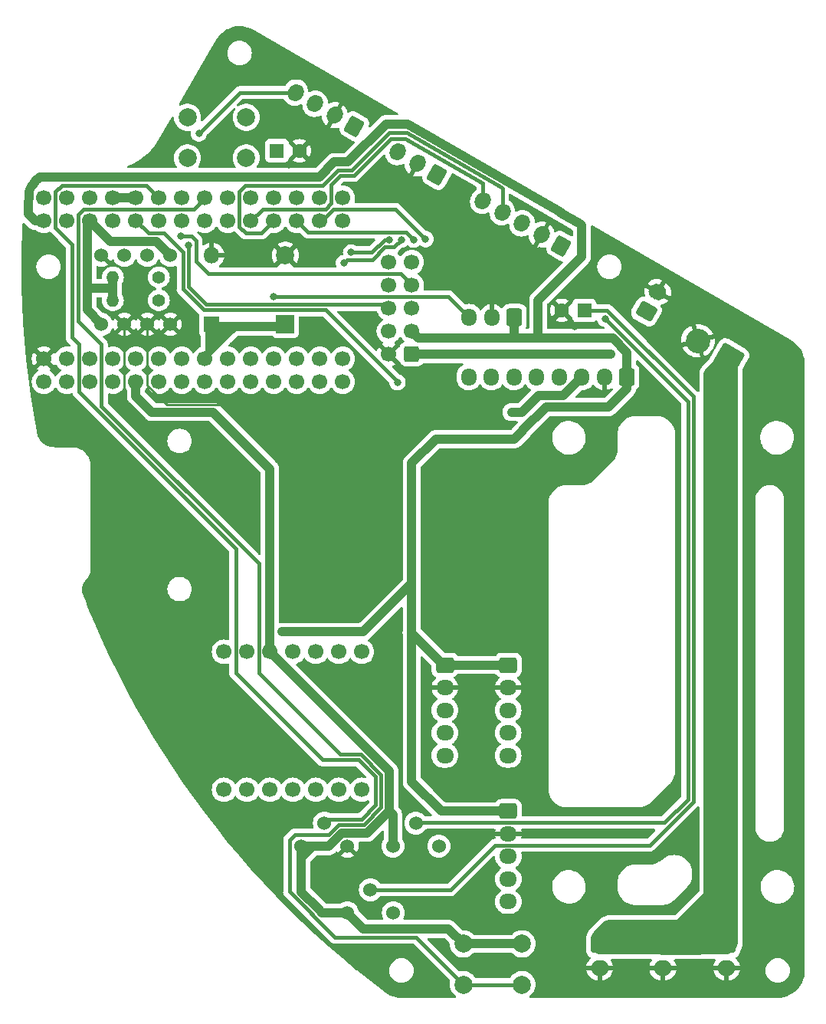
<source format=gbr>
%TF.GenerationSoftware,KiCad,Pcbnew,7.0.9*%
%TF.CreationDate,2024-03-01T15:43:30+09:00*%
%TF.ProjectId,MainBoard,4d61696e-426f-4617-9264-2e6b69636164,rev?*%
%TF.SameCoordinates,Original*%
%TF.FileFunction,Copper,L1,Top*%
%TF.FilePolarity,Positive*%
%FSLAX46Y46*%
G04 Gerber Fmt 4.6, Leading zero omitted, Abs format (unit mm)*
G04 Created by KiCad (PCBNEW 7.0.9) date 2024-03-01 15:43:30*
%MOMM*%
%LPD*%
G01*
G04 APERTURE LIST*
G04 Aperture macros list*
%AMRoundRect*
0 Rectangle with rounded corners*
0 $1 Rounding radius*
0 $2 $3 $4 $5 $6 $7 $8 $9 X,Y pos of 4 corners*
0 Add a 4 corners polygon primitive as box body*
4,1,4,$2,$3,$4,$5,$6,$7,$8,$9,$2,$3,0*
0 Add four circle primitives for the rounded corners*
1,1,$1+$1,$2,$3*
1,1,$1+$1,$4,$5*
1,1,$1+$1,$6,$7*
1,1,$1+$1,$8,$9*
0 Add four rect primitives between the rounded corners*
20,1,$1+$1,$2,$3,$4,$5,0*
20,1,$1+$1,$4,$5,$6,$7,0*
20,1,$1+$1,$6,$7,$8,$9,0*
20,1,$1+$1,$8,$9,$2,$3,0*%
%AMHorizOval*
0 Thick line with rounded ends*
0 $1 width*
0 $2 $3 position (X,Y) of the first rounded end (center of the circle)*
0 $4 $5 position (X,Y) of the second rounded end (center of the circle)*
0 Add line between two ends*
20,1,$1,$2,$3,$4,$5,0*
0 Add two circle primitives to create the rounded ends*
1,1,$1,$2,$3*
1,1,$1,$4,$5*%
G04 Aperture macros list end*
%TA.AperFunction,ComponentPad*%
%ADD10RoundRect,0.250000X-0.750000X0.600000X-0.750000X-0.600000X0.750000X-0.600000X0.750000X0.600000X0*%
%TD*%
%TA.AperFunction,ComponentPad*%
%ADD11O,2.000000X1.700000*%
%TD*%
%TA.AperFunction,ComponentPad*%
%ADD12RoundRect,0.250000X0.882115X0.327868X-0.157115X0.927868X-0.882115X-0.327868X0.157115X-0.927868X0*%
%TD*%
%TA.AperFunction,ComponentPad*%
%ADD13HorizOval,1.700000X0.062500X0.108253X-0.062500X-0.108253X0*%
%TD*%
%TA.AperFunction,ComponentPad*%
%ADD14C,1.400000*%
%TD*%
%TA.AperFunction,ComponentPad*%
%ADD15O,1.400000X1.400000*%
%TD*%
%TA.AperFunction,ComponentPad*%
%ADD16C,1.524000*%
%TD*%
%TA.AperFunction,ComponentPad*%
%ADD17RoundRect,0.250001X1.502627X0.402628X-0.402628X1.502627X-1.502627X-0.402628X0.402628X-1.502627X0*%
%TD*%
%TA.AperFunction,ComponentPad*%
%ADD18C,2.700000*%
%TD*%
%TA.AperFunction,ComponentPad*%
%ADD19C,1.700000*%
%TD*%
%TA.AperFunction,ComponentPad*%
%ADD20RoundRect,0.250000X0.349519X-0.894615X0.949519X0.144615X-0.349519X0.894615X-0.949519X-0.144615X0*%
%TD*%
%TA.AperFunction,ComponentPad*%
%ADD21HorizOval,1.700000X-0.129904X0.075000X0.129904X-0.075000X0*%
%TD*%
%TA.AperFunction,ComponentPad*%
%ADD22RoundRect,0.250000X-0.725000X0.600000X-0.725000X-0.600000X0.725000X-0.600000X0.725000X0.600000X0*%
%TD*%
%TA.AperFunction,ComponentPad*%
%ADD23O,1.950000X1.700000*%
%TD*%
%TA.AperFunction,ComponentPad*%
%ADD24RoundRect,0.250000X0.600000X0.600000X-0.600000X0.600000X-0.600000X-0.600000X0.600000X-0.600000X0*%
%TD*%
%TA.AperFunction,ComponentPad*%
%ADD25C,2.000000*%
%TD*%
%TA.AperFunction,ComponentPad*%
%ADD26RoundRect,0.250000X0.600000X0.725000X-0.600000X0.725000X-0.600000X-0.725000X0.600000X-0.725000X0*%
%TD*%
%TA.AperFunction,ComponentPad*%
%ADD27O,1.700000X1.950000*%
%TD*%
%TA.AperFunction,ComponentPad*%
%ADD28R,1.800000X1.800000*%
%TD*%
%TA.AperFunction,ComponentPad*%
%ADD29O,1.800000X1.800000*%
%TD*%
%TA.AperFunction,ComponentPad*%
%ADD30R,1.600000X1.600000*%
%TD*%
%TA.AperFunction,ComponentPad*%
%ADD31C,1.600000*%
%TD*%
%TA.AperFunction,ComponentPad*%
%ADD32R,2.000000X2.000000*%
%TD*%
%TA.AperFunction,ViaPad*%
%ADD33C,0.800000*%
%TD*%
%TA.AperFunction,Conductor*%
%ADD34C,0.500000*%
%TD*%
%TA.AperFunction,Conductor*%
%ADD35C,0.250000*%
%TD*%
%TA.AperFunction,Conductor*%
%ADD36C,1.000000*%
%TD*%
%TA.AperFunction,Conductor*%
%ADD37C,0.400000*%
%TD*%
%TA.AperFunction,Conductor*%
%ADD38C,2.000000*%
%TD*%
G04 APERTURE END LIST*
D10*
%TO.P,J6,1,Pin_1*%
%TO.N,+12V*%
X180270000Y-143550000D03*
D11*
%TO.P,J6,2,Pin_2*%
%TO.N,GND*%
X180270000Y-146050000D03*
%TD*%
D12*
%TO.P,J17,1,Pin_1*%
%TO.N,+3.3V*%
X176022000Y-66294000D03*
D13*
%TO.P,J17,2,Pin_2*%
%TO.N,GND*%
X173856936Y-65044000D03*
%TO.P,J17,3,Pin_3*%
%TO.N,Net-(J17-Pin_3)*%
X171691873Y-63794000D03*
%TO.P,J17,4,Pin_4*%
%TO.N,LINE_RX*%
X169526809Y-62544000D03*
%TO.P,J17,5,Pin_5*%
%TO.N,LINE_TX*%
X167361746Y-61294000D03*
%TD*%
D14*
%TO.P,R3,1*%
%TO.N,L3GD_SCL*%
X131572000Y-72288400D03*
D15*
%TO.P,R3,2*%
%TO.N,+3.3V*%
X126492000Y-72288400D03*
%TD*%
D16*
%TO.P,R4,1*%
%TO.N,+3.3V*%
X152400000Y-139954000D03*
%TO.P,R4,2*%
%TO.N,Net-(J17-Pin_3)*%
X154940000Y-137414000D03*
%TO.P,R4,3*%
%TO.N,N/C*%
X157480000Y-139954000D03*
%TD*%
D17*
%TO.P,J11,1,Pin_1*%
%TO.N,+12V*%
X194564000Y-78740000D03*
D18*
%TO.P,J11,2,Pin_2*%
%TO.N,GND*%
X191134539Y-76760000D03*
%TD*%
D19*
%TO.P,U1,1,GND*%
%TO.N,GND*%
X123952000Y-81290000D03*
X118872000Y-78750000D03*
X121412000Y-63510000D03*
X126492000Y-60970000D03*
X129032000Y-60970000D03*
X146812000Y-60970000D03*
%TO.P,U1,2,0_RX1_CRX2_CS1*%
%TO.N,MD_RX*%
X121412000Y-78750000D03*
%TO.P,U1,3,1_TX1_CTX2_MISO1*%
%TO.N,MD_TX*%
X123952000Y-78750000D03*
%TO.P,U1,4,2_OUT2*%
%TO.N,BLDC_PWM*%
X126492000Y-78750000D03*
%TO.P,U1,5,3_LRCLK2*%
%TO.N,FET1_Digital*%
X129032000Y-78750000D03*
%TO.P,U1,6,4_BCLK2*%
%TO.N,FET2_Digital*%
X131572000Y-78750000D03*
%TO.P,U1,7,5_IN2*%
%TO.N,NeoPixel_PWM*%
X134112000Y-78750000D03*
%TO.P,U1,8,6_OUT1D*%
%TO.N,Buzzer*%
X136652000Y-78750000D03*
%TO.P,U1,9,7_RX2_OUT1A*%
%TO.N,IR_RX*%
X139192000Y-78750000D03*
%TO.P,U1,10,8_TX2_IN1*%
%TO.N,IR_TX*%
X141732000Y-78750000D03*
%TO.P,U1,11,9_OUT1C*%
%TO.N,SWT_START*%
X144272000Y-78750000D03*
%TO.P,U1,12,10_CS_MQSR*%
%TO.N,BTN_Left*%
X146812000Y-78750000D03*
%TO.P,U1,13,11_MOSI_CTX1*%
%TO.N,BTN_Run*%
X149352000Y-78750000D03*
%TO.P,U1,14,12_MISO_MQSL*%
%TO.N,BTN_Right*%
X151892000Y-78750000D03*
%TO.P,U1,15,VBAT*%
%TO.N,unconnected-(U1-VBAT-Pad15)*%
X151892000Y-81290000D03*
%TO.P,U1,18,PROGRAM*%
%TO.N,unconnected-(U1-PROGRAM-Pad18)*%
X149352000Y-60970000D03*
%TO.P,U1,19,ON_OFF*%
%TO.N,unconnected-(U1-ON_OFF-Pad19)*%
X151892000Y-60970000D03*
%TO.P,U1,20,13_SCK_CRX1_LED*%
%TO.N,unconnected-(U1-13_SCK_CRX1_LED-Pad20)*%
X151892000Y-63510000D03*
%TO.P,U1,21,14_A0_TX3_SPDIF_OUT*%
%TO.N,IMU_TX*%
X149352000Y-63510000D03*
%TO.P,U1,22,15_A1_RX3_SPDIF_IN*%
%TO.N,IMU_RX*%
X146812000Y-63510000D03*
%TO.P,U1,23,16_A2_RX4_SCL1*%
%TO.N,LINE_RX*%
X144272000Y-63510000D03*
%TO.P,U1,24,17_A3_TX4_SDA1*%
%TO.N,LINE_TX*%
X141732000Y-63510000D03*
%TO.P,U1,25,18_A4_SDA0*%
%TO.N,L3GD_SDA*%
X139192000Y-63510000D03*
%TO.P,U1,26,19_A5_SCL0*%
%TO.N,L3GD_SCL*%
X136652000Y-63510000D03*
%TO.P,U1,27,20_A6_TX5_LRCLK1*%
%TO.N,CAM_TX*%
X134112000Y-63510000D03*
%TO.P,U1,28,21_A7_RX5_BCLK1*%
%TO.N,CAM_RX*%
X131572000Y-63510000D03*
%TO.P,U1,29,22_A8_CTX1*%
%TO.N,IND_PWM*%
X129032000Y-63510000D03*
%TO.P,U1,30,23_A9_CRX1_MCLK1*%
%TO.N,L3GD_RST*%
X126492000Y-63510000D03*
%TO.P,U1,31,3V3*%
%TO.N,+3.3V*%
X129032000Y-81290000D03*
X123952000Y-63510000D03*
X144272000Y-60970000D03*
%TO.P,U1,33,VIN*%
%TO.N,+5V*%
X118872000Y-63510000D03*
%TO.P,U1,34,VUSB*%
%TO.N,unconnected-(U1-VUSB-Pad34)*%
X118872000Y-60970000D03*
%TO.P,U1,35,24_A10_TX6_SCL2*%
%TO.N,TWILIGHT_TX*%
X141732000Y-60970000D03*
%TO.P,U1,36,25_A11_RX6_SDA2*%
%TO.N,TWILIGHT_RX*%
X134112000Y-60970000D03*
%TO.P,U1,37,26_A12_MOSI1*%
%TO.N,BTN_EX*%
X136652000Y-60970000D03*
%TO.P,U1,38,27_A13_SCK1*%
%TO.N,L3GD_Trim*%
X131572000Y-60970000D03*
%TO.P,U1,39,28_RX7*%
%TO.N,EX_RX*%
X139192000Y-60970000D03*
%TO.P,U1,40,29_TX7*%
%TO.N,EX_TX*%
X139192000Y-81290000D03*
%TO.P,U1,41,30_CRX3*%
%TO.N,Touch*%
X149352000Y-81290000D03*
%TO.P,U1,42,31_CTX3*%
%TO.N,LED1*%
X141732000Y-81290000D03*
%TO.P,U1,43,32_OUT1B*%
%TO.N,LED2*%
X146812000Y-81290000D03*
%TO.P,U1,44,33_MCLK2*%
%TO.N,LED3*%
X144272000Y-81290000D03*
%TO.P,U1,45,34_DAT1_MISO2*%
%TO.N,unconnected-(U1-34_DAT1_MISO2-Pad45)*%
X118872000Y-81290000D03*
%TO.P,U1,46,35_DAT0_MOSI2*%
%TO.N,unconnected-(U1-35_DAT0_MOSI2-Pad46)*%
X121412000Y-81290000D03*
%TO.P,U1,48,36_CLK_CS2*%
%TO.N,unconnected-(U1-36_CLK_CS2-Pad48)*%
X126492000Y-81290000D03*
%TO.P,U1,50,37_CMD_SCK2*%
%TO.N,unconnected-(U1-37_CMD_SCK2-Pad50)*%
X131572000Y-81290000D03*
%TO.P,U1,51,38_DAT3_RX5*%
%TO.N,unconnected-(U1-38_DAT3_RX5-Pad51)*%
X134112000Y-81290000D03*
%TO.P,U1,52,39_DAT2_TX5*%
%TO.N,unconnected-(U1-39_DAT2_TX5-Pad52)*%
X136652000Y-81290000D03*
%TO.P,U1,53,D-*%
%TO.N,D-*%
X121412000Y-60970000D03*
%TO.P,U1,54,D+*%
%TO.N,D+*%
X123952000Y-60970000D03*
%TD*%
D20*
%TO.P,J12,1,Pin_1*%
%TO.N,+5V*%
X185440000Y-73539064D03*
D21*
%TO.P,J12,2,Pin_2*%
%TO.N,GND*%
X186690000Y-71374000D03*
%TD*%
D12*
%TO.P,J9,1,Pin_1*%
%TO.N,+3.3V*%
X153162000Y-53086000D03*
D13*
%TO.P,J9,2,Pin_2*%
%TO.N,GND*%
X150996936Y-51836000D03*
%TO.P,J9,3,Pin_3*%
%TO.N,Net-(J9-Pin_3)*%
X148831873Y-50586000D03*
%TO.P,J9,4,Pin_4*%
%TO.N,Touch*%
X146666809Y-49336000D03*
%TD*%
D22*
%TO.P,J3,1,Pin_1*%
%TO.N,+5V*%
X163182300Y-112572800D03*
D23*
%TO.P,J3,2,Pin_2*%
%TO.N,GND*%
X163182300Y-115072800D03*
%TO.P,J3,3,Pin_3*%
%TO.N,MD3_INA*%
X163182300Y-117572800D03*
%TO.P,J3,4,Pin_4*%
%TO.N,MD3_INB*%
X163182300Y-120072800D03*
%TO.P,J3,5,Pin_5*%
%TO.N,MD3_PWM*%
X163182300Y-122572800D03*
%TD*%
D24*
%TO.P,J10,1,Pin_1*%
%TO.N,+12V*%
X159512000Y-78232000D03*
D19*
%TO.P,J10,2,Pin_2*%
%TO.N,GND*%
X156972000Y-78232000D03*
%TO.P,J10,3,Pin_3*%
%TO.N,+5V*%
X159512000Y-75692000D03*
%TO.P,J10,4,Pin_4*%
%TO.N,IR_TX*%
X156972000Y-75692000D03*
%TO.P,J10,5,Pin_5*%
%TO.N,IR_RX*%
X159512000Y-73152000D03*
%TO.P,J10,6,Pin_6*%
%TO.N,CAM_TX*%
X156972000Y-73152000D03*
%TO.P,J10,7,Pin_7*%
%TO.N,CAM_RX*%
X159512000Y-70612000D03*
%TO.P,J10,8,Pin_8*%
%TO.N,NeoPixel_PWM*%
X156972000Y-70612000D03*
%TO.P,J10,9,Pin_9*%
%TO.N,L3GD_SDA*%
X159512000Y-68072000D03*
%TO.P,J10,10,Pin_10*%
%TO.N,L3GD_SCL*%
X156972000Y-68072000D03*
%TD*%
D22*
%TO.P,J1,1,Pin_1*%
%TO.N,+5V*%
X170180000Y-128731000D03*
D23*
%TO.P,J1,2,Pin_2*%
%TO.N,GND*%
X170180000Y-131231000D03*
%TO.P,J1,3,Pin_3*%
%TO.N,MD1_INA*%
X170180000Y-133731000D03*
%TO.P,J1,4,Pin_4*%
%TO.N,MD1_INB*%
X170180000Y-136231000D03*
%TO.P,J1,5,Pin_5*%
%TO.N,MD1_PWM*%
X170180000Y-138731000D03*
%TD*%
D25*
%TO.P,SW1,1,1*%
%TO.N,L3GD_RST*%
X141224000Y-56570000D03*
X134724000Y-56570000D03*
%TO.P,SW1,2,2*%
%TO.N,+3.3V*%
X141224000Y-52070000D03*
X134724000Y-52070000D03*
%TD*%
%TO.P,SW2,1,1*%
%TO.N,BTN_EX*%
X171704000Y-147878800D03*
X165204000Y-147878800D03*
%TO.P,SW2,2,2*%
%TO.N,+3.3V*%
X171704000Y-143378800D03*
X165204000Y-143378800D03*
%TD*%
D10*
%TO.P,J4,1,Pin_1*%
%TO.N,+12V*%
X194310000Y-143550000D03*
D11*
%TO.P,J4,2,Pin_2*%
%TO.N,GND*%
X194310000Y-146050000D03*
%TD*%
D16*
%TO.P,RV1,1,1*%
%TO.N,+3.3V*%
X147320000Y-132588000D03*
%TO.P,RV1,2,2*%
%TO.N,L3GD_Trim*%
X149860000Y-130048000D03*
%TO.P,RV1,3,3*%
%TO.N,GND*%
X152400000Y-132588000D03*
%TD*%
D26*
%TO.P,J13,1,Pin_1*%
%TO.N,+5V*%
X183308000Y-80772000D03*
D27*
%TO.P,J13,2,Pin_2*%
%TO.N,GND*%
X180808000Y-80772000D03*
%TO.P,J13,3,Pin_3*%
%TO.N,+3.3V*%
X178308000Y-80772000D03*
%TO.P,J13,4,Pin_4*%
%TO.N,SWT_START*%
X175808000Y-80772000D03*
%TO.P,J13,5,Pin_5*%
%TO.N,BTN_Left*%
X173308000Y-80772000D03*
%TO.P,J13,6,Pin_6*%
%TO.N,BTN_Run*%
X170808000Y-80772000D03*
%TO.P,J13,7,Pin_7*%
%TO.N,BTN_Right*%
X168308000Y-80772000D03*
%TO.P,J13,8,Pin_8*%
%TO.N,IND_PWM*%
X165808000Y-80772000D03*
%TD*%
D16*
%TO.P,U3,1,VCC*%
%TO.N,+3.3V*%
X132842000Y-67320000D03*
%TO.P,U3,2,SCL*%
%TO.N,L3GD_SCL*%
X130302000Y-67320000D03*
%TO.P,U3,3,SDA*%
%TO.N,L3GD_SDA*%
X127762000Y-67320000D03*
%TO.P,U3,4,SA0*%
%TO.N,GND*%
X125222000Y-67320000D03*
%TO.P,U3,5,GND*%
X132842000Y-74940000D03*
%TO.P,U3,6,INT1*%
X130302000Y-74940000D03*
%TO.P,U3,7,INT2*%
X127762000Y-74940000D03*
%TO.P,U3,8,CS*%
%TO.N,+3.3V*%
X125222000Y-74940000D03*
%TD*%
D28*
%TO.P,D1,1,K*%
%TO.N,Buzzer*%
X137414000Y-74940000D03*
D29*
%TO.P,D1,2,A*%
%TO.N,GND*%
X137414000Y-67320000D03*
%TD*%
D14*
%TO.P,R2,1*%
%TO.N,L3GD_SDA*%
X131572000Y-69748400D03*
D15*
%TO.P,R2,2*%
%TO.N,+3.3V*%
X126492000Y-69748400D03*
%TD*%
D10*
%TO.P,J5,1,Pin_1*%
%TO.N,+12V*%
X187255000Y-143570000D03*
D11*
%TO.P,J5,2,Pin_2*%
%TO.N,GND*%
X187255000Y-146070000D03*
%TD*%
D16*
%TO.P,R5,1*%
%TO.N,+3.3V*%
X157429200Y-132588000D03*
%TO.P,R5,2*%
%TO.N,Net-(J9-Pin_3)*%
X159969200Y-130048000D03*
%TO.P,R5,3*%
%TO.N,N/C*%
X162509200Y-132588000D03*
%TD*%
D12*
%TO.P,J14,1,Pin_1*%
%TO.N,FET1_Digital*%
X162306000Y-58420000D03*
D13*
%TO.P,J14,2,Pin_2*%
%TO.N,GND*%
X160140936Y-57170000D03*
%TO.P,J14,3,Pin_3*%
%TO.N,FET2_Digital*%
X157975873Y-55920000D03*
%TD*%
D22*
%TO.P,J2,1,Pin_1*%
%TO.N,+5V*%
X170167300Y-112572800D03*
D23*
%TO.P,J2,2,Pin_2*%
%TO.N,GND*%
X170167300Y-115072800D03*
%TO.P,J2,3,Pin_3*%
%TO.N,MD2_INA*%
X170167300Y-117572800D03*
%TO.P,J2,4,Pin_4*%
%TO.N,MD2_INB*%
X170167300Y-120072800D03*
%TO.P,J2,5,Pin_5*%
%TO.N,MD2_PWM*%
X170167300Y-122572800D03*
%TD*%
D19*
%TO.P,U2,1,PA02_A0_D0*%
%TO.N,MD1_PWM*%
X138760200Y-126365000D03*
%TO.P,U2,2,PA4_A1_D1*%
%TO.N,MD1_INB*%
X141300200Y-126365000D03*
%TO.P,U2,3,PA10_A2_D2*%
%TO.N,MD1_INA*%
X143840200Y-126365000D03*
%TO.P,U2,4,PA11_A3_D3*%
%TO.N,MD2_INA*%
X146380200Y-126365000D03*
%TO.P,U2,5,PA8_A4_D4_SDA*%
%TO.N,MD2_INB*%
X148920200Y-126365000D03*
%TO.P,U2,6,PA9_A5_D5_SCL*%
%TO.N,MD2_PWM*%
X151460200Y-126365000D03*
%TO.P,U2,7,PB08_A6_D6_TX*%
%TO.N,MD_RX*%
X154000200Y-126365000D03*
%TO.P,U2,8,PB09_A7_D7_RX*%
%TO.N,MD_TX*%
X154000200Y-111125000D03*
%TO.P,U2,9,PA7_A8_D8_SCK*%
%TO.N,MD3_INA*%
X151460200Y-111125000D03*
%TO.P,U2,10,PA5_A9_D9_MISO*%
%TO.N,MD3_INB*%
X148920200Y-111125000D03*
%TO.P,U2,11,PA6_A10_D10_MOSI*%
%TO.N,MD3_PWM*%
X146380200Y-111125000D03*
%TO.P,U2,12,3V3*%
%TO.N,+3.3V*%
X143840200Y-111125000D03*
%TO.P,U2,13,GND*%
%TO.N,GND*%
X141300200Y-111125000D03*
%TO.P,U2,14,5V*%
%TO.N,+5V*%
X138760200Y-111125000D03*
%TD*%
D30*
%TO.P,C1,1*%
%TO.N,Net-(J17-Pin_3)*%
X178587400Y-73406000D03*
D31*
%TO.P,C1,2*%
%TO.N,GND*%
X176087400Y-73406000D03*
%TD*%
D32*
%TO.P,BZ1,1,-*%
%TO.N,Buzzer*%
X145542000Y-74930000D03*
D25*
%TO.P,BZ1,2,+*%
%TO.N,GND*%
X145542000Y-67330000D03*
%TD*%
D26*
%TO.P,J8,1,Pin_1*%
%TO.N,+5V*%
X170862000Y-74168000D03*
D27*
%TO.P,J8,2,Pin_2*%
%TO.N,GND*%
X168362000Y-74168000D03*
%TO.P,J8,3,Pin_3*%
%TO.N,BLDC_PWM*%
X165862000Y-74168000D03*
%TD*%
D30*
%TO.P,C2,1*%
%TO.N,Net-(J9-Pin_3)*%
X144602200Y-55778400D03*
D31*
%TO.P,C2,2*%
%TO.N,GND*%
X147102200Y-55778400D03*
%TD*%
D33*
%TO.N,GND*%
X160147000Y-59563000D03*
X192659000Y-74549000D03*
X168529000Y-145669000D03*
X161798000Y-64008000D03*
X136906000Y-65532000D03*
X129032000Y-76200000D03*
X188341000Y-139573000D03*
X136906000Y-86233000D03*
X171831000Y-68453000D03*
X132080000Y-111760000D03*
X165608000Y-137541000D03*
X156337000Y-135255000D03*
X147828000Y-130048000D03*
X169799000Y-64643000D03*
X144526000Y-137033000D03*
X163195000Y-136017000D03*
X188722000Y-85598000D03*
X168402000Y-72009000D03*
X153924000Y-60858400D03*
X172593000Y-133858000D03*
X162687000Y-79718500D03*
X166624000Y-115062000D03*
X165354000Y-131445000D03*
X162560000Y-147955000D03*
X138684000Y-128524000D03*
X145948400Y-57302400D03*
X164592000Y-93472000D03*
X173482000Y-128016000D03*
X141351000Y-86106000D03*
X157861000Y-86233000D03*
X162814000Y-89154000D03*
X119634000Y-72390000D03*
X149987000Y-102108000D03*
X154940000Y-139954000D03*
X199771000Y-142240000D03*
X164719000Y-60071000D03*
X149098000Y-67564000D03*
X178562000Y-91694000D03*
X161544000Y-93522800D03*
X161163000Y-108331000D03*
X173990000Y-111506000D03*
X172593000Y-131191000D03*
X138684000Y-101854000D03*
X187579000Y-73025000D03*
X136779000Y-56769000D03*
X160020000Y-139446000D03*
X187833000Y-78105000D03*
X190627000Y-137287000D03*
X161036000Y-112776000D03*
X171831000Y-72136000D03*
X152908000Y-99822000D03*
X132943600Y-53492400D03*
X181102000Y-89027000D03*
X171958000Y-89535000D03*
X181356000Y-133985000D03*
X142240000Y-99187000D03*
X177546000Y-75184000D03*
X188722000Y-125984000D03*
X165862000Y-90932000D03*
X161163000Y-90932000D03*
X172593000Y-141224000D03*
X181356000Y-139319000D03*
X118872000Y-65532000D03*
X185166000Y-80518000D03*
X199390000Y-82550000D03*
X147574000Y-123063000D03*
X190881000Y-146177000D03*
X182118000Y-72136000D03*
X153797000Y-106807000D03*
X160020000Y-132588000D03*
X152400000Y-93472000D03*
X190754000Y-129286000D03*
X173609000Y-66802000D03*
X132080000Y-118110000D03*
X167894000Y-89154000D03*
X128270000Y-92710000D03*
X150749000Y-138557000D03*
X190754000Y-81153000D03*
X167640000Y-104140000D03*
X138684000Y-124079000D03*
X162433000Y-143256000D03*
X157861000Y-98933000D03*
X126492000Y-76200000D03*
X128143000Y-84582000D03*
X170053000Y-86106000D03*
X167513000Y-125095000D03*
X145542000Y-90297000D03*
X145415000Y-103886000D03*
X159105600Y-61874400D03*
X156514800Y-60960000D03*
X148691600Y-53289200D03*
X157861000Y-102870000D03*
X185674000Y-128778000D03*
X161163000Y-86233000D03*
X138684000Y-107442000D03*
X133502400Y-72847200D03*
X147574000Y-106045000D03*
X184658000Y-67818000D03*
X139065000Y-56769000D03*
X150876000Y-54356000D03*
X171831000Y-123952000D03*
X183642000Y-146177000D03*
X174879000Y-146050000D03*
X129032000Y-71120000D03*
X152908000Y-50546000D03*
X119634000Y-75692000D03*
X162814000Y-70612000D03*
X147066000Y-99822000D03*
X151638000Y-143891000D03*
X167640000Y-96520000D03*
X157861000Y-90932000D03*
X190754000Y-71247000D03*
X165608000Y-141224000D03*
X196850000Y-76200000D03*
X129692400Y-57150000D03*
X161036000Y-116332000D03*
X156260800Y-57048400D03*
X149225000Y-134493000D03*
X128270000Y-104140000D03*
X180289200Y-65430400D03*
X180467000Y-82677000D03*
X185166000Y-131191000D03*
X164592000Y-121285000D03*
X161290000Y-96266000D03*
X157480000Y-93472000D03*
X141478000Y-67564000D03*
X166928800Y-67513200D03*
X121793000Y-84836000D03*
%TO.N,Net-(J9-Pin_3)*%
X180879568Y-74314232D03*
%TO.N,+5V*%
X179832000Y-76454000D03*
X146278600Y-108915200D03*
X145211800Y-108915200D03*
X178689000Y-76454000D03*
X159512000Y-96062800D03*
X180975000Y-76454000D03*
%TO.N,+12V*%
X193675000Y-86995000D03*
X193675000Y-112395000D03*
X180467000Y-78232000D03*
X181483000Y-78232000D03*
X187452000Y-141732000D03*
X193675000Y-140335000D03*
X193675000Y-99695000D03*
X191135000Y-140335000D03*
X183642000Y-141732000D03*
X193675000Y-114935000D03*
X193675000Y-102235000D03*
X193675000Y-92075000D03*
X193675000Y-97155000D03*
X193675000Y-89535000D03*
X193675000Y-84455000D03*
X193675000Y-122555000D03*
X193675000Y-109855000D03*
X193675000Y-127635000D03*
X179451000Y-78232000D03*
X193675000Y-117475000D03*
X193675000Y-81915000D03*
X193675000Y-107315000D03*
X193675000Y-120015000D03*
X193675000Y-132715000D03*
X193675000Y-104775000D03*
X193675000Y-135255000D03*
X193675000Y-125095000D03*
X191135000Y-143510000D03*
X193675000Y-94615000D03*
X193675000Y-130175000D03*
X193675000Y-137795000D03*
X183555000Y-143550000D03*
%TO.N,IMU_TX*%
X161036000Y-65532000D03*
%TO.N,IMU_RX*%
X159715200Y-65582800D03*
%TO.N,BLDC_PWM*%
X144200544Y-71882000D03*
%TO.N,Touch*%
X135991600Y-53873400D03*
%TO.N,CAM_TX*%
X134830203Y-66198697D03*
%TO.N,CAM_RX*%
X134023700Y-65227200D03*
%TO.N,+3.3V*%
X137566400Y-84632800D03*
X170535600Y-84632800D03*
X136448800Y-84632800D03*
X171704000Y-84632800D03*
%TO.N,IND_PWM*%
X157937200Y-81347500D03*
%TO.N,FET1_Digital*%
X152006900Y-68173600D03*
X158343600Y-65582800D03*
%TO.N,FET2_Digital*%
X152806400Y-67018500D03*
X157036593Y-65596100D03*
%TD*%
D34*
%TO.N,Buzzer*%
X138409600Y-74960400D02*
X138430000Y-74940000D01*
X139663200Y-75452000D02*
X139293600Y-75082400D01*
X137820400Y-76464000D02*
X137596800Y-76687600D01*
X138511200Y-76890800D02*
X139964000Y-75438000D01*
X137596800Y-76687600D02*
X137596800Y-75773200D01*
X139446000Y-74940000D02*
X139700000Y-74940000D01*
X138785600Y-75336400D02*
X138409600Y-74960400D01*
X145034000Y-75438000D02*
X140462000Y-75438000D01*
X139307600Y-75604400D02*
X139547600Y-75604400D01*
X139700000Y-75452000D02*
X139663200Y-75452000D01*
X137414000Y-76962000D02*
X137617200Y-77165200D01*
X140360400Y-74940000D02*
X145532000Y-74940000D01*
X136652000Y-78750000D02*
X136956800Y-78445200D01*
X138176000Y-75702000D02*
X137414000Y-74940000D01*
X139696000Y-75604400D02*
X140360400Y-74940000D01*
X138785600Y-76311600D02*
X138938000Y-76464000D01*
X137414000Y-75946000D02*
X137424000Y-75946000D01*
X139039600Y-75336400D02*
X138785600Y-75336400D01*
X139547600Y-75604400D02*
X139696000Y-75604400D01*
X139700000Y-74940000D02*
X139700000Y-75452000D01*
X137414000Y-77988000D02*
X136652000Y-78750000D01*
X136956800Y-78445200D02*
X136956800Y-75397200D01*
X137998200Y-76377800D02*
X137642600Y-76733400D01*
X145542000Y-74930000D02*
X145034000Y-75438000D01*
X138633200Y-75742800D02*
X137830400Y-74940000D01*
X138785600Y-75336400D02*
X138785600Y-76311600D01*
X137414000Y-74940000D02*
X138430000Y-74940000D01*
X139293600Y-75082400D02*
X139039600Y-75336400D01*
X138430000Y-76464000D02*
X137820400Y-76464000D01*
X138836400Y-75539600D02*
X138633200Y-75742800D01*
X138176000Y-76200000D02*
X137998200Y-76377800D01*
X137414000Y-74940000D02*
X137414000Y-75946000D01*
X140462000Y-75438000D02*
X139862400Y-75438000D01*
X138430000Y-74940000D02*
X139446000Y-74940000D01*
X138633200Y-75742800D02*
X138430000Y-75946000D01*
X139700000Y-74940000D02*
X140360400Y-74940000D01*
X139039600Y-75336400D02*
X139307600Y-75604400D01*
X139446000Y-74940000D02*
X139436000Y-74940000D01*
X137830400Y-74940000D02*
X137414000Y-74940000D01*
X145532000Y-74940000D02*
X145542000Y-74930000D01*
X137414000Y-75946000D02*
X137414000Y-76962000D01*
X136956800Y-75397200D02*
X137414000Y-74940000D01*
X138633200Y-75742800D02*
X138176000Y-76200000D01*
X137998200Y-75524200D02*
X137414000Y-74940000D01*
X137424000Y-75946000D02*
X137596800Y-75773200D01*
X137596800Y-75773200D02*
X138409600Y-74960400D01*
X138176000Y-76200000D02*
X138176000Y-75702000D01*
X139964000Y-75438000D02*
X140462000Y-75438000D01*
X137414000Y-76962000D02*
X137414000Y-77988000D01*
X137642600Y-76733400D02*
X137596800Y-76687600D01*
X138938000Y-76464000D02*
X136652000Y-78750000D01*
X139115800Y-75819000D02*
X138836400Y-75539600D01*
X139039600Y-75336400D02*
X138836400Y-75539600D01*
X139700000Y-75452000D02*
X139547600Y-75604400D01*
X139862400Y-75438000D02*
X139696000Y-75604400D01*
X139115800Y-75819000D02*
X139090400Y-75844400D01*
X137617200Y-77165200D02*
X137728800Y-77165200D01*
X139436000Y-74940000D02*
X139293600Y-75082400D01*
X138430000Y-75946000D02*
X138430000Y-76464000D01*
X137728800Y-77165200D02*
X138430000Y-76464000D01*
X137998200Y-76377800D02*
X137998200Y-75524200D01*
D35*
%TO.N,GND*%
X130302000Y-74940000D02*
X130302000Y-81681701D01*
X130302000Y-81681701D02*
X132428099Y-83807800D01*
X139052800Y-83807800D02*
X141351000Y-86106000D01*
X127762000Y-74940000D02*
X127762000Y-84201000D01*
X127762000Y-84201000D02*
X128143000Y-84582000D01*
D36*
X126492000Y-60970000D02*
X129032000Y-60970000D01*
D35*
X132428099Y-83807800D02*
X139052800Y-83807800D01*
D37*
%TO.N,Net-(J17-Pin_3)*%
X181102000Y-73406000D02*
X178587400Y-73406000D01*
X170828167Y-132486400D02*
X185775600Y-132486400D01*
X163779200Y-137414000D02*
X168712200Y-132481000D01*
X154940000Y-137414000D02*
X163779200Y-137414000D01*
X168712200Y-132481000D02*
X170822767Y-132481000D01*
X170822767Y-132481000D02*
X170828167Y-132486400D01*
X185775600Y-132486400D02*
X190601600Y-127660400D01*
X190601600Y-82905600D02*
X181102000Y-73406000D01*
X190601600Y-127660400D02*
X190601600Y-82905600D01*
%TO.N,Net-(J9-Pin_3)*%
X190001600Y-83448600D02*
X190001600Y-127411872D01*
X160036200Y-129981000D02*
X159969200Y-130048000D01*
X180879568Y-74326568D02*
X190001600Y-83448600D01*
X190001600Y-127411872D02*
X187432472Y-129981000D01*
X187432472Y-129981000D02*
X160036200Y-129981000D01*
X180879568Y-74314232D02*
X180879568Y-74326568D01*
D36*
%TO.N,+5V*%
X162179000Y-87630000D02*
X159512000Y-90297000D01*
X174347972Y-84097028D02*
X171788000Y-86657000D01*
X163055300Y-112572800D02*
X159499300Y-109016800D01*
X178308000Y-64026658D02*
X178104800Y-63823458D01*
X118452911Y-58717836D02*
X118512491Y-58688400D01*
X117121188Y-62765188D02*
X117121188Y-61691830D01*
X183308000Y-80772000D02*
X183308000Y-78027792D01*
X118872000Y-63510000D02*
X117866000Y-63510000D01*
X170846635Y-87630000D02*
X162179000Y-87630000D01*
X117211288Y-60552268D02*
X117267184Y-60267903D01*
X176022000Y-62610913D02*
X159084427Y-52832000D01*
X170862000Y-76120000D02*
X170862000Y-74168000D01*
X154178000Y-108915200D02*
X159512000Y-103581200D01*
X172085000Y-76454000D02*
X160274000Y-76454000D01*
X183308000Y-78027792D02*
X181734208Y-76454000D01*
X117354191Y-59995176D02*
X117471851Y-59734191D01*
X173482000Y-76454000D02*
X171196000Y-76454000D01*
X173482000Y-76454000D02*
X173482000Y-72288400D01*
X117471851Y-59734191D02*
X117618608Y-59488403D01*
X117792543Y-59261022D02*
X117991363Y-59055048D01*
X173482000Y-72288400D02*
X178308000Y-67462400D01*
X163195000Y-112776000D02*
X163068000Y-112776000D01*
X160274000Y-76454000D02*
X159512000Y-75692000D01*
X117991363Y-59055048D02*
X118212455Y-58873189D01*
X170180000Y-128731000D02*
X162767000Y-128731000D01*
X156671950Y-52839530D02*
X159080079Y-52839530D01*
X171788000Y-86657000D02*
X171788000Y-86688635D01*
X146278600Y-108915200D02*
X145211800Y-108915200D01*
X149299080Y-58688400D02*
X150965880Y-57021600D01*
X118212455Y-58873189D02*
X118452911Y-58717836D01*
X159512000Y-90297000D02*
X159512000Y-96062800D01*
X183308000Y-82026635D02*
X181237607Y-84097028D01*
X178104800Y-63823458D02*
X176017653Y-62618442D01*
X178308000Y-67462400D02*
X178308000Y-64026658D01*
X183308000Y-80772000D02*
X183308000Y-82026635D01*
X117866000Y-63510000D02*
X117121188Y-62765188D01*
X162767000Y-128731000D02*
X159512000Y-125476000D01*
X118512491Y-58688400D02*
X149299080Y-58688400D01*
X152489880Y-57021600D02*
X156671950Y-52839530D01*
X181734208Y-76454000D02*
X173482000Y-76454000D01*
X171788000Y-86688635D02*
X170846635Y-87630000D01*
X117121188Y-61691830D02*
X117198010Y-60694183D01*
X146278600Y-108915200D02*
X154178000Y-108915200D01*
X159512000Y-97292800D02*
X159512000Y-103581200D01*
X150965880Y-57021600D02*
X152489880Y-57021600D01*
X159512000Y-103581200D02*
X159512000Y-125476000D01*
X171196000Y-76454000D02*
X170862000Y-76120000D01*
X159512000Y-97231200D02*
X159512000Y-96062800D01*
X117618608Y-59488403D02*
X117792543Y-59261022D01*
X117267184Y-60267903D02*
X117354191Y-59995176D01*
X117198010Y-60694183D02*
X117211288Y-60552268D01*
X170167300Y-112572800D02*
X163182300Y-112572800D01*
X181237607Y-84097028D02*
X174347972Y-84097028D01*
D38*
%TO.N,+12V*%
X194564000Y-113284000D02*
X194564000Y-116586000D01*
X194564000Y-108204000D02*
X194564000Y-108966000D01*
X192786000Y-141732000D02*
X191770000Y-141732000D01*
X194564000Y-134366000D02*
X193675000Y-135255000D01*
X194564000Y-103886000D02*
X193675000Y-104775000D01*
X194564000Y-133604000D02*
X194564000Y-134366000D01*
D36*
X179451000Y-78232000D02*
X159512000Y-78232000D01*
D38*
X193675000Y-137795000D02*
X193675000Y-84455000D01*
X194564000Y-86106000D02*
X193675000Y-86995000D01*
X193675000Y-135255000D02*
X194564000Y-136144000D01*
X194564000Y-96266000D02*
X193675000Y-97155000D01*
X191135000Y-143510000D02*
X191175000Y-143550000D01*
X180270000Y-142818000D02*
X180270000Y-143550000D01*
X194564000Y-106426000D02*
X193675000Y-107315000D01*
X193675000Y-127635000D02*
X194564000Y-128524000D01*
X192786000Y-80518000D02*
X194564000Y-78740000D01*
X183642000Y-141732000D02*
X187452000Y-141732000D01*
X194564000Y-120904000D02*
X194564000Y-121666000D01*
X191770000Y-140208000D02*
X191262000Y-139700000D01*
X191095000Y-143550000D02*
X191135000Y-143510000D01*
X194564000Y-123444000D02*
X194564000Y-124206000D01*
X194564000Y-121666000D02*
X193675000Y-122555000D01*
X194564000Y-91186000D02*
X193675000Y-92075000D01*
X194564000Y-136906000D02*
X194564000Y-143296000D01*
X193675000Y-102235000D02*
X194564000Y-103124000D01*
X194564000Y-100584000D02*
X194564000Y-101346000D01*
X194564000Y-116586000D02*
X193675000Y-117475000D01*
X193675000Y-107315000D02*
X194564000Y-108204000D01*
X194564000Y-136144000D02*
X194564000Y-136906000D01*
X194564000Y-131826000D02*
X193675000Y-132715000D01*
X192786000Y-82804000D02*
X193675000Y-81915000D01*
X193675000Y-125095000D02*
X194564000Y-125984000D01*
X193675000Y-117475000D02*
X194564000Y-118364000D01*
X194564000Y-95504000D02*
X194564000Y-96266000D01*
X194564000Y-92964000D02*
X194564000Y-93726000D01*
D36*
X179451000Y-78232000D02*
X181483000Y-78232000D01*
D38*
X193675000Y-140335000D02*
X193040000Y-139700000D01*
X194564000Y-103124000D02*
X194564000Y-103886000D01*
X194564000Y-128524000D02*
X194564000Y-129286000D01*
X191175000Y-143550000D02*
X194310000Y-143550000D01*
X193675000Y-120015000D02*
X194564000Y-120904000D01*
X194564000Y-143296000D02*
X194310000Y-143550000D01*
X194564000Y-105664000D02*
X194564000Y-106426000D01*
X194564000Y-129286000D02*
X193675000Y-130175000D01*
X193675000Y-109855000D02*
X194564000Y-110744000D01*
X193040000Y-141732000D02*
X193675000Y-140335000D01*
X194564000Y-136906000D02*
X193675000Y-137795000D01*
X193040000Y-138430000D02*
X192786000Y-138176000D01*
X183555000Y-143550000D02*
X191095000Y-143550000D01*
X194564000Y-111506000D02*
X193675000Y-112395000D01*
X193675000Y-92075000D02*
X194564000Y-92964000D01*
X194564000Y-78740000D02*
X194564000Y-136906000D01*
X192913000Y-141859000D02*
X193040000Y-141732000D01*
X193675000Y-86995000D02*
X194564000Y-87884000D01*
X193675000Y-130175000D02*
X194564000Y-131064000D01*
X193675000Y-84455000D02*
X194564000Y-85344000D01*
X194564000Y-110744000D02*
X194564000Y-111506000D01*
X193675000Y-89535000D02*
X194564000Y-90424000D01*
X193675000Y-97155000D02*
X194564000Y-98044000D01*
X192913000Y-141859000D02*
X192786000Y-141732000D01*
X194564000Y-125984000D02*
X194564000Y-126746000D01*
X192786000Y-138176000D02*
X192786000Y-114046000D01*
X194564000Y-85344000D02*
X194564000Y-86106000D01*
X193675000Y-114935000D02*
X192786000Y-114046000D01*
X193675000Y-104775000D02*
X194564000Y-105664000D01*
X194564000Y-88646000D02*
X193675000Y-89535000D01*
X191262000Y-139700000D02*
X192786000Y-138176000D01*
X194564000Y-101346000D02*
X193675000Y-102235000D01*
X194564000Y-98806000D02*
X193675000Y-99695000D01*
X194564000Y-87884000D02*
X194564000Y-88646000D01*
X194564000Y-93726000D02*
X193675000Y-94615000D01*
X193675000Y-122555000D02*
X194564000Y-123444000D01*
X192786000Y-114046000D02*
X192786000Y-82804000D01*
X181356000Y-141732000D02*
X180270000Y-142818000D01*
X194564000Y-90424000D02*
X194564000Y-91186000D01*
X194564000Y-108966000D02*
X193675000Y-109855000D01*
X183555000Y-143550000D02*
X180270000Y-143550000D01*
X194564000Y-131064000D02*
X194564000Y-131826000D01*
X191770000Y-141732000D02*
X191770000Y-140208000D01*
X193675000Y-112395000D02*
X194564000Y-113284000D01*
X187452000Y-141732000D02*
X189230000Y-141732000D01*
X191770000Y-141732000D02*
X189230000Y-141732000D01*
X189230000Y-141732000D02*
X191262000Y-139700000D01*
X192786000Y-82804000D02*
X192786000Y-80518000D01*
X194564000Y-98044000D02*
X194564000Y-98806000D01*
X194564000Y-118364000D02*
X194564000Y-119126000D01*
X193675000Y-99695000D02*
X194564000Y-100584000D01*
X193040000Y-139700000D02*
X193040000Y-138430000D01*
X193675000Y-132715000D02*
X194564000Y-133604000D01*
X191202000Y-143570000D02*
X192913000Y-141859000D01*
X193675000Y-94615000D02*
X194564000Y-95504000D01*
X194564000Y-119126000D02*
X193675000Y-120015000D01*
X194564000Y-124206000D02*
X193675000Y-125095000D01*
X183642000Y-141732000D02*
X181356000Y-141732000D01*
X194564000Y-126746000D02*
X193675000Y-127635000D01*
X187255000Y-143570000D02*
X191202000Y-143570000D01*
D37*
%TO.N,IMU_TX*%
X161036000Y-65532000D02*
X157734000Y-62230000D01*
X150825200Y-62230000D02*
X149545200Y-63510000D01*
X149545200Y-63510000D02*
X149352000Y-63510000D01*
X157734000Y-62230000D02*
X150825200Y-62230000D01*
%TO.N,IMU_RX*%
X148062000Y-64760000D02*
X158892400Y-64760000D01*
X146812000Y-63510000D02*
X148062000Y-64760000D01*
X158892400Y-64760000D02*
X159715200Y-65582800D01*
%TO.N,BLDC_PWM*%
X163576000Y-71882000D02*
X165862000Y-74168000D01*
X144200544Y-71882000D02*
X163576000Y-71882000D01*
%TO.N,Touch*%
X140529000Y-49336000D02*
X146666809Y-49336000D01*
X135991600Y-53873400D02*
X140529000Y-49336000D01*
%TO.N,CAM_TX*%
X136768838Y-72756000D02*
X156576000Y-72756000D01*
X134830203Y-66198697D02*
X134830203Y-70817365D01*
X156576000Y-72756000D02*
X156972000Y-73152000D01*
X134830203Y-70817365D02*
X136768838Y-72756000D01*
%TO.N,CAM_RX*%
X135686800Y-65735200D02*
X135686800Y-68021200D01*
X134023700Y-65227200D02*
X135178800Y-65227200D01*
X137027600Y-69362000D02*
X158262000Y-69362000D01*
X135686800Y-68021200D02*
X137027600Y-69362000D01*
X135178800Y-65227200D02*
X135686800Y-65735200D01*
X158262000Y-69362000D02*
X159512000Y-70612000D01*
D36*
%TO.N,+3.3V*%
X154178000Y-141732000D02*
X155092400Y-141732000D01*
X123647200Y-63814800D02*
X123647200Y-68796800D01*
X155092400Y-141732000D02*
X163557200Y-141732000D01*
X131308000Y-65786000D02*
X126228000Y-65786000D01*
X130810000Y-84632800D02*
X129032000Y-82854800D01*
X154584400Y-131114800D02*
X151805619Y-131114800D01*
X147320000Y-133858000D02*
X147320000Y-137668000D01*
X126492000Y-70967600D02*
X123698000Y-70967600D01*
X151805619Y-131114800D02*
X150332419Y-132588000D01*
X147320000Y-133858000D02*
X148590000Y-132588000D01*
X148844000Y-132588000D02*
X147320000Y-132588000D01*
X137566400Y-84632800D02*
X143840200Y-90906600D01*
X171704000Y-84632800D02*
X173532800Y-82804000D01*
X148590000Y-132588000D02*
X148844000Y-132588000D01*
X176276000Y-82804000D02*
X178308000Y-80772000D01*
X129032000Y-82854800D02*
X129032000Y-81290000D01*
X137566400Y-84632800D02*
X136448800Y-84632800D01*
X157022800Y-128676400D02*
X154584400Y-131114800D01*
X149606000Y-139954000D02*
X149225000Y-139573000D01*
X163557200Y-141732000D02*
X165204000Y-143378800D01*
X126228000Y-65786000D02*
X123952000Y-63510000D01*
X173532800Y-82804000D02*
X176276000Y-82804000D01*
X152400000Y-139954000D02*
X149606000Y-139954000D01*
X157429200Y-132588000D02*
X157429200Y-129082800D01*
X126492000Y-72288400D02*
X126492000Y-70967600D01*
X132842000Y-67320000D02*
X131308000Y-65786000D01*
X123647200Y-70916800D02*
X123647200Y-73365200D01*
X123952000Y-63510000D02*
X123647200Y-63814800D01*
X123647200Y-68796800D02*
X123647200Y-70916800D01*
X150332419Y-132588000D02*
X148844000Y-132588000D01*
X147320000Y-133858000D02*
X147320000Y-132588000D01*
X126492000Y-70967600D02*
X126492000Y-69748400D01*
X171704000Y-84632800D02*
X170535600Y-84632800D01*
X143840200Y-90906600D02*
X143840200Y-111125000D01*
X165204000Y-143378800D02*
X171704000Y-143378800D01*
X147320000Y-137668000D02*
X149225000Y-139573000D01*
X123647200Y-73365200D02*
X125222000Y-74940000D01*
X136448800Y-84632800D02*
X130810000Y-84632800D01*
X157429200Y-129082800D02*
X157022800Y-128676400D01*
X157022800Y-124307600D02*
X157022800Y-128676400D01*
X152400000Y-139954000D02*
X154178000Y-141732000D01*
X143840200Y-111125000D02*
X157022800Y-124307600D01*
X123698000Y-70967600D02*
X123647200Y-70916800D01*
D37*
%TO.N,IND_PWM*%
X150013200Y-73356000D02*
X136520310Y-73356000D01*
X134230203Y-66994176D02*
X132122027Y-64886000D01*
X134230203Y-71065893D02*
X134230203Y-66994176D01*
X130408000Y-64886000D02*
X129032000Y-63510000D01*
X132122027Y-64886000D02*
X130408000Y-64886000D01*
X157937200Y-81347500D02*
X157937200Y-81280000D01*
X136520310Y-73356000D02*
X134230203Y-71065893D01*
X157937200Y-81280000D02*
X150013200Y-73356000D01*
%TO.N,FET1_Digital*%
X157530800Y-66395600D02*
X156545317Y-66395600D01*
X156545317Y-66395600D02*
X155122917Y-67818000D01*
X152362500Y-67818000D02*
X152006900Y-68173600D01*
X155122917Y-67818000D02*
X152362500Y-67818000D01*
X158343600Y-65582800D02*
X157530800Y-66395600D01*
%TO.N,FET2_Digital*%
X155073889Y-67018500D02*
X152806400Y-67018500D01*
X157036593Y-65596100D02*
X156496289Y-65596100D01*
X156496289Y-65596100D02*
X155073889Y-67018500D01*
%TO.N,LINE_RX*%
X151338672Y-57921600D02*
X152862672Y-57921600D01*
X152862672Y-57921600D02*
X156987072Y-53797200D01*
X169526809Y-59957658D02*
X169526809Y-62544000D01*
X144272000Y-63510000D02*
X142910400Y-64871600D01*
X156987072Y-53797200D02*
X158956202Y-53797200D01*
X142910400Y-64871600D02*
X141173200Y-64871600D01*
X141173200Y-64871600D02*
X140462000Y-64160400D01*
X140462000Y-64160400D02*
X140462000Y-60248800D01*
X169390728Y-59821577D02*
X169526809Y-59957658D01*
X140462000Y-60248800D02*
X141122400Y-59588400D01*
X141122400Y-59588400D02*
X149671872Y-59588400D01*
X149671872Y-59588400D02*
X151338672Y-57921600D01*
X158956202Y-53797200D02*
X169390728Y-59821577D01*
%TO.N,LINE_TX*%
X167361746Y-61294000D02*
X167361746Y-59342963D01*
X157226000Y-54406800D02*
X153111200Y-58521600D01*
X153111200Y-58521600D02*
X151587200Y-58521600D01*
X149961600Y-62230000D02*
X143012000Y-62230000D01*
X150622000Y-59486800D02*
X150622000Y-61569600D01*
X143012000Y-62230000D02*
X141732000Y-63510000D01*
X151587200Y-58521600D02*
X150622000Y-59486800D01*
X167361746Y-59342963D02*
X158812061Y-54406800D01*
X158812061Y-54406800D02*
X157226000Y-54406800D01*
X150622000Y-61569600D02*
X149961600Y-62230000D01*
%TO.N,L3GD_Trim*%
X153963080Y-129614800D02*
X155522800Y-128055080D01*
X121970800Y-76403200D02*
X121970800Y-66116083D01*
X120142000Y-60299600D02*
X120853200Y-59588400D01*
X149860000Y-130048000D02*
X150293200Y-129614800D01*
X155522800Y-128055080D02*
X155522800Y-124928920D01*
X122702000Y-82366800D02*
X122702000Y-77134400D01*
X130190400Y-59588400D02*
X131572000Y-60970000D01*
X153658276Y-123064396D02*
X149632796Y-123064396D01*
X155522800Y-124928920D02*
X153658276Y-123064396D01*
X140050200Y-113481800D02*
X140050200Y-99715000D01*
X122702000Y-77134400D02*
X121970800Y-76403200D01*
X150293200Y-129614800D02*
X153963080Y-129614800D01*
X121970800Y-66116083D02*
X120142000Y-64287283D01*
X140050200Y-99715000D02*
X122702000Y-82366800D01*
X149632796Y-123064396D02*
X140050200Y-113481800D01*
X120853200Y-59588400D02*
X130190400Y-59588400D01*
X120142000Y-64287283D02*
X120142000Y-60299600D01*
%TO.N,BTN_EX*%
X153906804Y-122464396D02*
X156122800Y-124680392D01*
X156122800Y-128303608D02*
X154211608Y-130214800D01*
X159957200Y-142632000D02*
X165204000Y-147878800D01*
X151011208Y-142632000D02*
X159957200Y-142632000D01*
X135392000Y-62230000D02*
X123240800Y-62230000D01*
X125222000Y-83972400D02*
X142590200Y-101340600D01*
X150329627Y-131318000D02*
X146608800Y-131318000D01*
X146608800Y-131318000D02*
X145999200Y-131927600D01*
X122682000Y-74625200D02*
X125222000Y-77165200D01*
X165204000Y-147878800D02*
X171704000Y-147878800D01*
X125222000Y-77165200D02*
X125222000Y-83972400D01*
X154211608Y-130214800D02*
X151432827Y-130214800D01*
X145999200Y-131927600D02*
X145999200Y-137619992D01*
X136652000Y-60970000D02*
X135392000Y-62230000D01*
X122682000Y-62788800D02*
X122682000Y-74625200D01*
X145999200Y-137619992D02*
X151011208Y-142632000D01*
X142590200Y-101340600D02*
X142590200Y-113481800D01*
X142590200Y-113481800D02*
X151572796Y-122464396D01*
X156122800Y-124680392D02*
X156122800Y-128303608D01*
X151432827Y-130214800D02*
X150329627Y-131318000D01*
X123240800Y-62230000D02*
X122682000Y-62788800D01*
X151572796Y-122464396D02*
X153906804Y-122464396D01*
%TD*%
%TA.AperFunction,Conductor*%
%TO.N,GND*%
G36*
X116714325Y-63773289D02*
G01*
X116716302Y-63775223D01*
X116935760Y-63994680D01*
X117149548Y-64208468D01*
X117210941Y-64273053D01*
X117210944Y-64273055D01*
X117210947Y-64273058D01*
X117245053Y-64296795D01*
X117261303Y-64308106D01*
X117265044Y-64310926D01*
X117312593Y-64349698D01*
X117343045Y-64365604D01*
X117349756Y-64369671D01*
X117377951Y-64389295D01*
X117434332Y-64413490D01*
X117438567Y-64415501D01*
X117492951Y-64443909D01*
X117525973Y-64453356D01*
X117533365Y-64455989D01*
X117564940Y-64469539D01*
X117564941Y-64469540D01*
X117578054Y-64472234D01*
X117625055Y-64481892D01*
X117629595Y-64483006D01*
X117688582Y-64499886D01*
X117722841Y-64502494D01*
X117730609Y-64503585D01*
X117764255Y-64510500D01*
X117764259Y-64510500D01*
X117825601Y-64510500D01*
X117830308Y-64510678D01*
X117891476Y-64515337D01*
X117898521Y-64514440D01*
X117967510Y-64525496D01*
X117995969Y-64545597D01*
X117996456Y-64545018D01*
X118000591Y-64548487D01*
X118000599Y-64548495D01*
X118070995Y-64597787D01*
X118194165Y-64684032D01*
X118194167Y-64684033D01*
X118194170Y-64684035D01*
X118408337Y-64783903D01*
X118408343Y-64783904D01*
X118408344Y-64783905D01*
X118454716Y-64796330D01*
X118636592Y-64845063D01*
X118824918Y-64861539D01*
X118871999Y-64865659D01*
X118872000Y-64865659D01*
X118872001Y-64865659D01*
X118911234Y-64862226D01*
X119107408Y-64845063D01*
X119335663Y-64783903D01*
X119466628Y-64722832D01*
X119535703Y-64712341D01*
X119599487Y-64740860D01*
X119611845Y-64752986D01*
X119613816Y-64755211D01*
X119613817Y-64755212D01*
X119660250Y-64796347D01*
X119662941Y-64798881D01*
X120466207Y-65602147D01*
X121233981Y-66369921D01*
X121267466Y-66431244D01*
X121270300Y-66457602D01*
X121270300Y-76380151D01*
X121270187Y-76383896D01*
X121266442Y-76445803D01*
X121266442Y-76445805D01*
X121277621Y-76506812D01*
X121278184Y-76510513D01*
X121285659Y-76572070D01*
X121285660Y-76572074D01*
X121289251Y-76581543D01*
X121295274Y-76603146D01*
X121297104Y-76613130D01*
X121322559Y-76669690D01*
X121323989Y-76673141D01*
X121345982Y-76731130D01*
X121350626Y-76737857D01*
X121351736Y-76739466D01*
X121362761Y-76759013D01*
X121366920Y-76768255D01*
X121366924Y-76768260D01*
X121367775Y-76769346D01*
X121399133Y-76809372D01*
X121405171Y-76817078D01*
X121407391Y-76820096D01*
X121442612Y-76871124D01*
X121442616Y-76871128D01*
X121442617Y-76871129D01*
X121489050Y-76912264D01*
X121491741Y-76914798D01*
X121643129Y-77066186D01*
X121790734Y-77213791D01*
X121824219Y-77275114D01*
X121819235Y-77344806D01*
X121777363Y-77400739D01*
X121711899Y-77425156D01*
X121670963Y-77421248D01*
X121647412Y-77414938D01*
X121647403Y-77414936D01*
X121412001Y-77394341D01*
X121411999Y-77394341D01*
X121176596Y-77414936D01*
X121176586Y-77414938D01*
X120948344Y-77476094D01*
X120948337Y-77476096D01*
X120948337Y-77476097D01*
X120947331Y-77476566D01*
X120734171Y-77575964D01*
X120734169Y-77575965D01*
X120540597Y-77711505D01*
X120373505Y-77878597D01*
X120243269Y-78064595D01*
X120188692Y-78108220D01*
X120119194Y-78115414D01*
X120056839Y-78083891D01*
X120040119Y-78064595D01*
X119986925Y-77988626D01*
X119986925Y-77988625D01*
X119355076Y-78620475D01*
X119331493Y-78540156D01*
X119253761Y-78419202D01*
X119145100Y-78325048D01*
X119014315Y-78265320D01*
X119004533Y-78263913D01*
X119633373Y-77635073D01*
X119633373Y-77635072D01*
X119549583Y-77576402D01*
X119549579Y-77576400D01*
X119335492Y-77476570D01*
X119335483Y-77476566D01*
X119107326Y-77415432D01*
X119107315Y-77415430D01*
X118872002Y-77394843D01*
X118871998Y-77394843D01*
X118636684Y-77415430D01*
X118636673Y-77415432D01*
X118408516Y-77476566D01*
X118408507Y-77476570D01*
X118194419Y-77576401D01*
X118110625Y-77635072D01*
X118739466Y-78263913D01*
X118729685Y-78265320D01*
X118598900Y-78325048D01*
X118490239Y-78419202D01*
X118412507Y-78540156D01*
X118388923Y-78620476D01*
X117757072Y-77988625D01*
X117698401Y-78072419D01*
X117598570Y-78286507D01*
X117598566Y-78286516D01*
X117537432Y-78514673D01*
X117537430Y-78514684D01*
X117516843Y-78749998D01*
X117516843Y-78750001D01*
X117537430Y-78985315D01*
X117537432Y-78985326D01*
X117598566Y-79213483D01*
X117598570Y-79213492D01*
X117698400Y-79427579D01*
X117698402Y-79427583D01*
X117757072Y-79511373D01*
X117757073Y-79511373D01*
X118388923Y-78879523D01*
X118412507Y-78959844D01*
X118490239Y-79080798D01*
X118598900Y-79174952D01*
X118729685Y-79234680D01*
X118739466Y-79236086D01*
X118110625Y-79864925D01*
X118186594Y-79918119D01*
X118230219Y-79972696D01*
X118237413Y-80042194D01*
X118205890Y-80104549D01*
X118186595Y-80121269D01*
X118000594Y-80251508D01*
X117833505Y-80418597D01*
X117697965Y-80612169D01*
X117697964Y-80612171D01*
X117598098Y-80826335D01*
X117598094Y-80826344D01*
X117536938Y-81054586D01*
X117536936Y-81054596D01*
X117516341Y-81289999D01*
X117516341Y-81290000D01*
X117536936Y-81525403D01*
X117536938Y-81525413D01*
X117598094Y-81753655D01*
X117598096Y-81753659D01*
X117598097Y-81753663D01*
X117682887Y-81935495D01*
X117697965Y-81967830D01*
X117697967Y-81967834D01*
X117769925Y-82070600D01*
X117833505Y-82161401D01*
X118000599Y-82328495D01*
X118055117Y-82366669D01*
X118194165Y-82464032D01*
X118194167Y-82464033D01*
X118194170Y-82464035D01*
X118408337Y-82563903D01*
X118636592Y-82625063D01*
X118802187Y-82639551D01*
X118871999Y-82645659D01*
X118872000Y-82645659D01*
X118872001Y-82645659D01*
X118911234Y-82642226D01*
X119107408Y-82625063D01*
X119335663Y-82563903D01*
X119549830Y-82464035D01*
X119743401Y-82328495D01*
X119910495Y-82161401D01*
X120040425Y-81975842D01*
X120095002Y-81932217D01*
X120164500Y-81925023D01*
X120226855Y-81956546D01*
X120243575Y-81975842D01*
X120373500Y-82161395D01*
X120373505Y-82161401D01*
X120540599Y-82328495D01*
X120595117Y-82366669D01*
X120734165Y-82464032D01*
X120734167Y-82464033D01*
X120734170Y-82464035D01*
X120948337Y-82563903D01*
X121176592Y-82625063D01*
X121342187Y-82639551D01*
X121411999Y-82645659D01*
X121412000Y-82645659D01*
X121412001Y-82645659D01*
X121451234Y-82642226D01*
X121647408Y-82625063D01*
X121875663Y-82563903D01*
X121883149Y-82560411D01*
X121952225Y-82549917D01*
X122016011Y-82578434D01*
X122048634Y-82621901D01*
X122053759Y-82633290D01*
X122055189Y-82636741D01*
X122077182Y-82694730D01*
X122081826Y-82701457D01*
X122082936Y-82703066D01*
X122093961Y-82722613D01*
X122098120Y-82731855D01*
X122098124Y-82731860D01*
X122136371Y-82780678D01*
X122138591Y-82783696D01*
X122173812Y-82834724D01*
X122173816Y-82834728D01*
X122173817Y-82834729D01*
X122220250Y-82875864D01*
X122222941Y-82878398D01*
X131481271Y-92136728D01*
X139313381Y-99968838D01*
X139346866Y-100030161D01*
X139349700Y-100056519D01*
X139349700Y-109723214D01*
X139330015Y-109790253D01*
X139277211Y-109836008D01*
X139208053Y-109845952D01*
X139193607Y-109842989D01*
X138995613Y-109789938D01*
X138995603Y-109789936D01*
X138760201Y-109769341D01*
X138760199Y-109769341D01*
X138524796Y-109789936D01*
X138524786Y-109789938D01*
X138296544Y-109851094D01*
X138296535Y-109851098D01*
X138082371Y-109950964D01*
X138082369Y-109950965D01*
X137888797Y-110086505D01*
X137721705Y-110253597D01*
X137586165Y-110447169D01*
X137586164Y-110447171D01*
X137486298Y-110661335D01*
X137486294Y-110661344D01*
X137425138Y-110889586D01*
X137425136Y-110889596D01*
X137404541Y-111124999D01*
X137404541Y-111125000D01*
X137425136Y-111360403D01*
X137425138Y-111360413D01*
X137486294Y-111588655D01*
X137486296Y-111588659D01*
X137486297Y-111588663D01*
X137517978Y-111656602D01*
X137586165Y-111802830D01*
X137586167Y-111802834D01*
X137694481Y-111957521D01*
X137721705Y-111996401D01*
X137888799Y-112163495D01*
X137985584Y-112231265D01*
X138082365Y-112299032D01*
X138082367Y-112299033D01*
X138082370Y-112299035D01*
X138296537Y-112398903D01*
X138296543Y-112398904D01*
X138296544Y-112398905D01*
X138337381Y-112409847D01*
X138524792Y-112460063D01*
X138695256Y-112474977D01*
X138760199Y-112480659D01*
X138760200Y-112480659D01*
X138760201Y-112480659D01*
X138799434Y-112477226D01*
X138995608Y-112460063D01*
X139193607Y-112407010D01*
X139263457Y-112408673D01*
X139321319Y-112447836D01*
X139348823Y-112512064D01*
X139349700Y-112526785D01*
X139349700Y-113458751D01*
X139349587Y-113462496D01*
X139345842Y-113524403D01*
X139345842Y-113524405D01*
X139357021Y-113585412D01*
X139357584Y-113589113D01*
X139365059Y-113650670D01*
X139365060Y-113650674D01*
X139368651Y-113660143D01*
X139374674Y-113681746D01*
X139376504Y-113691730D01*
X139401959Y-113748290D01*
X139403389Y-113751741D01*
X139425382Y-113809730D01*
X139425383Y-113809731D01*
X139431136Y-113818066D01*
X139442161Y-113837613D01*
X139446320Y-113846855D01*
X139446324Y-113846860D01*
X139484571Y-113895678D01*
X139486791Y-113898696D01*
X139522012Y-113949724D01*
X139522016Y-113949728D01*
X139522017Y-113949729D01*
X139568450Y-113990864D01*
X139571141Y-113993398D01*
X149121195Y-123543452D01*
X149123731Y-123546146D01*
X149152575Y-123578704D01*
X149164869Y-123592581D01*
X149191817Y-123611182D01*
X149215913Y-123627813D01*
X149218903Y-123630013D01*
X149267739Y-123668274D01*
X149276205Y-123672084D01*
X149276976Y-123672431D01*
X149296522Y-123683454D01*
X149304866Y-123689214D01*
X149351855Y-123707034D01*
X149362848Y-123711203D01*
X149366310Y-123712637D01*
X149422864Y-123738090D01*
X149432826Y-123739915D01*
X149454447Y-123745942D01*
X149456802Y-123746835D01*
X149463924Y-123749536D01*
X149480667Y-123751569D01*
X149525485Y-123757011D01*
X149529182Y-123757573D01*
X149590190Y-123768753D01*
X149590191Y-123768752D01*
X149590192Y-123768753D01*
X149652089Y-123765009D01*
X149655833Y-123764896D01*
X153316757Y-123764896D01*
X153383796Y-123784581D01*
X153404438Y-123801215D01*
X154451443Y-124848220D01*
X154484928Y-124909543D01*
X154479944Y-124979235D01*
X154438072Y-125035168D01*
X154372608Y-125059585D01*
X154331669Y-125055676D01*
X154235613Y-125029938D01*
X154235603Y-125029936D01*
X154000201Y-125009341D01*
X154000199Y-125009341D01*
X153764796Y-125029936D01*
X153764786Y-125029938D01*
X153536544Y-125091094D01*
X153536535Y-125091098D01*
X153322371Y-125190964D01*
X153322369Y-125190965D01*
X153128797Y-125326505D01*
X152961705Y-125493597D01*
X152831775Y-125679158D01*
X152777198Y-125722783D01*
X152707700Y-125729977D01*
X152645345Y-125698454D01*
X152628625Y-125679158D01*
X152498694Y-125493597D01*
X152331602Y-125326506D01*
X152331595Y-125326501D01*
X152138034Y-125190967D01*
X152138030Y-125190965D01*
X152138028Y-125190964D01*
X151923863Y-125091097D01*
X151923859Y-125091096D01*
X151923855Y-125091094D01*
X151695613Y-125029938D01*
X151695603Y-125029936D01*
X151460201Y-125009341D01*
X151460199Y-125009341D01*
X151224796Y-125029936D01*
X151224786Y-125029938D01*
X150996544Y-125091094D01*
X150996535Y-125091098D01*
X150782371Y-125190964D01*
X150782369Y-125190965D01*
X150588797Y-125326505D01*
X150421705Y-125493597D01*
X150291775Y-125679158D01*
X150237198Y-125722783D01*
X150167700Y-125729977D01*
X150105345Y-125698454D01*
X150088625Y-125679158D01*
X149958694Y-125493597D01*
X149791602Y-125326506D01*
X149791595Y-125326501D01*
X149598034Y-125190967D01*
X149598030Y-125190965D01*
X149598028Y-125190964D01*
X149383863Y-125091097D01*
X149383859Y-125091096D01*
X149383855Y-125091094D01*
X149155613Y-125029938D01*
X149155603Y-125029936D01*
X148920201Y-125009341D01*
X148920199Y-125009341D01*
X148684796Y-125029936D01*
X148684786Y-125029938D01*
X148456544Y-125091094D01*
X148456535Y-125091098D01*
X148242371Y-125190964D01*
X148242369Y-125190965D01*
X148048797Y-125326505D01*
X147881705Y-125493597D01*
X147751775Y-125679158D01*
X147697198Y-125722783D01*
X147627700Y-125729977D01*
X147565345Y-125698454D01*
X147548625Y-125679158D01*
X147418694Y-125493597D01*
X147251602Y-125326506D01*
X147251595Y-125326501D01*
X147058034Y-125190967D01*
X147058030Y-125190965D01*
X147058028Y-125190964D01*
X146843863Y-125091097D01*
X146843859Y-125091096D01*
X146843855Y-125091094D01*
X146615613Y-125029938D01*
X146615603Y-125029936D01*
X146380201Y-125009341D01*
X146380199Y-125009341D01*
X146144796Y-125029936D01*
X146144786Y-125029938D01*
X145916544Y-125091094D01*
X145916535Y-125091098D01*
X145702371Y-125190964D01*
X145702369Y-125190965D01*
X145508797Y-125326505D01*
X145341705Y-125493597D01*
X145211775Y-125679158D01*
X145157198Y-125722783D01*
X145087700Y-125729977D01*
X145025345Y-125698454D01*
X145008625Y-125679158D01*
X144878694Y-125493597D01*
X144711602Y-125326506D01*
X144711595Y-125326501D01*
X144518034Y-125190967D01*
X144518030Y-125190965D01*
X144518028Y-125190964D01*
X144303863Y-125091097D01*
X144303859Y-125091096D01*
X144303855Y-125091094D01*
X144075613Y-125029938D01*
X144075603Y-125029936D01*
X143840201Y-125009341D01*
X143840199Y-125009341D01*
X143604796Y-125029936D01*
X143604786Y-125029938D01*
X143376544Y-125091094D01*
X143376535Y-125091098D01*
X143162371Y-125190964D01*
X143162369Y-125190965D01*
X142968797Y-125326505D01*
X142801705Y-125493597D01*
X142671775Y-125679158D01*
X142617198Y-125722783D01*
X142547700Y-125729977D01*
X142485345Y-125698454D01*
X142468625Y-125679158D01*
X142338694Y-125493597D01*
X142171602Y-125326506D01*
X142171595Y-125326501D01*
X141978034Y-125190967D01*
X141978030Y-125190965D01*
X141978028Y-125190964D01*
X141763863Y-125091097D01*
X141763859Y-125091096D01*
X141763855Y-125091094D01*
X141535613Y-125029938D01*
X141535603Y-125029936D01*
X141300201Y-125009341D01*
X141300199Y-125009341D01*
X141064796Y-125029936D01*
X141064786Y-125029938D01*
X140836544Y-125091094D01*
X140836535Y-125091098D01*
X140622371Y-125190964D01*
X140622369Y-125190965D01*
X140428797Y-125326505D01*
X140261705Y-125493597D01*
X140131775Y-125679158D01*
X140077198Y-125722783D01*
X140007700Y-125729977D01*
X139945345Y-125698454D01*
X139928625Y-125679158D01*
X139798694Y-125493597D01*
X139631602Y-125326506D01*
X139631595Y-125326501D01*
X139438034Y-125190967D01*
X139438030Y-125190965D01*
X139438028Y-125190964D01*
X139223863Y-125091097D01*
X139223859Y-125091096D01*
X139223855Y-125091094D01*
X138995613Y-125029938D01*
X138995603Y-125029936D01*
X138760201Y-125009341D01*
X138760199Y-125009341D01*
X138524796Y-125029936D01*
X138524786Y-125029938D01*
X138296544Y-125091094D01*
X138296535Y-125091098D01*
X138082371Y-125190964D01*
X138082369Y-125190965D01*
X137888797Y-125326505D01*
X137721705Y-125493597D01*
X137586165Y-125687169D01*
X137586164Y-125687171D01*
X137486298Y-125901335D01*
X137486294Y-125901344D01*
X137425138Y-126129586D01*
X137425136Y-126129596D01*
X137404541Y-126364999D01*
X137404541Y-126365000D01*
X137425136Y-126600403D01*
X137425138Y-126600413D01*
X137486294Y-126828655D01*
X137486296Y-126828659D01*
X137486297Y-126828663D01*
X137490200Y-126837032D01*
X137586165Y-127042830D01*
X137586167Y-127042834D01*
X137694481Y-127197521D01*
X137721705Y-127236401D01*
X137888799Y-127403495D01*
X137985584Y-127471265D01*
X138082365Y-127539032D01*
X138082367Y-127539033D01*
X138082370Y-127539035D01*
X138296537Y-127638903D01*
X138524792Y-127700063D01*
X138713118Y-127716539D01*
X138760199Y-127720659D01*
X138760200Y-127720659D01*
X138760201Y-127720659D01*
X138799434Y-127717226D01*
X138995608Y-127700063D01*
X139223863Y-127638903D01*
X139438030Y-127539035D01*
X139631601Y-127403495D01*
X139798695Y-127236401D01*
X139928625Y-127050842D01*
X139983202Y-127007217D01*
X140052700Y-127000023D01*
X140115055Y-127031546D01*
X140131775Y-127050842D01*
X140261700Y-127236395D01*
X140261705Y-127236401D01*
X140428799Y-127403495D01*
X140525584Y-127471265D01*
X140622365Y-127539032D01*
X140622367Y-127539033D01*
X140622370Y-127539035D01*
X140836537Y-127638903D01*
X141064792Y-127700063D01*
X141253118Y-127716539D01*
X141300199Y-127720659D01*
X141300200Y-127720659D01*
X141300201Y-127720659D01*
X141339434Y-127717226D01*
X141535608Y-127700063D01*
X141763863Y-127638903D01*
X141978030Y-127539035D01*
X142171601Y-127403495D01*
X142338695Y-127236401D01*
X142468625Y-127050842D01*
X142523202Y-127007217D01*
X142592700Y-127000023D01*
X142655055Y-127031546D01*
X142671775Y-127050842D01*
X142801700Y-127236395D01*
X142801705Y-127236401D01*
X142968799Y-127403495D01*
X143065584Y-127471265D01*
X143162365Y-127539032D01*
X143162367Y-127539033D01*
X143162370Y-127539035D01*
X143376537Y-127638903D01*
X143604792Y-127700063D01*
X143793118Y-127716539D01*
X143840199Y-127720659D01*
X143840200Y-127720659D01*
X143840201Y-127720659D01*
X143879434Y-127717226D01*
X144075608Y-127700063D01*
X144303863Y-127638903D01*
X144518030Y-127539035D01*
X144711601Y-127403495D01*
X144878695Y-127236401D01*
X145008625Y-127050842D01*
X145063202Y-127007217D01*
X145132700Y-127000023D01*
X145195055Y-127031546D01*
X145211775Y-127050842D01*
X145341700Y-127236395D01*
X145341705Y-127236401D01*
X145508799Y-127403495D01*
X145605584Y-127471265D01*
X145702365Y-127539032D01*
X145702367Y-127539033D01*
X145702370Y-127539035D01*
X145916537Y-127638903D01*
X146144792Y-127700063D01*
X146333118Y-127716539D01*
X146380199Y-127720659D01*
X146380200Y-127720659D01*
X146380201Y-127720659D01*
X146419434Y-127717226D01*
X146615608Y-127700063D01*
X146843863Y-127638903D01*
X147058030Y-127539035D01*
X147251601Y-127403495D01*
X147418695Y-127236401D01*
X147548625Y-127050842D01*
X147603202Y-127007217D01*
X147672700Y-127000023D01*
X147735055Y-127031546D01*
X147751775Y-127050842D01*
X147881700Y-127236395D01*
X147881705Y-127236401D01*
X148048799Y-127403495D01*
X148145584Y-127471265D01*
X148242365Y-127539032D01*
X148242367Y-127539033D01*
X148242370Y-127539035D01*
X148456537Y-127638903D01*
X148684792Y-127700063D01*
X148873118Y-127716539D01*
X148920199Y-127720659D01*
X148920200Y-127720659D01*
X148920201Y-127720659D01*
X148959434Y-127717226D01*
X149155608Y-127700063D01*
X149383863Y-127638903D01*
X149598030Y-127539035D01*
X149791601Y-127403495D01*
X149958695Y-127236401D01*
X150088625Y-127050842D01*
X150143202Y-127007217D01*
X150212700Y-127000023D01*
X150275055Y-127031546D01*
X150291775Y-127050842D01*
X150421700Y-127236395D01*
X150421705Y-127236401D01*
X150588799Y-127403495D01*
X150685584Y-127471265D01*
X150782365Y-127539032D01*
X150782367Y-127539033D01*
X150782370Y-127539035D01*
X150996537Y-127638903D01*
X151224792Y-127700063D01*
X151413118Y-127716539D01*
X151460199Y-127720659D01*
X151460200Y-127720659D01*
X151460201Y-127720659D01*
X151499434Y-127717226D01*
X151695608Y-127700063D01*
X151923863Y-127638903D01*
X152138030Y-127539035D01*
X152331601Y-127403495D01*
X152498695Y-127236401D01*
X152628625Y-127050842D01*
X152683202Y-127007217D01*
X152752700Y-127000023D01*
X152815055Y-127031546D01*
X152831775Y-127050842D01*
X152961700Y-127236395D01*
X152961705Y-127236401D01*
X153128799Y-127403495D01*
X153225584Y-127471265D01*
X153322365Y-127539032D01*
X153322367Y-127539033D01*
X153322370Y-127539035D01*
X153536537Y-127638903D01*
X153764792Y-127700063D01*
X153953118Y-127716539D01*
X154000199Y-127720659D01*
X154000200Y-127720659D01*
X154000201Y-127720659D01*
X154039434Y-127717226D01*
X154235608Y-127700063D01*
X154463863Y-127638903D01*
X154645897Y-127554018D01*
X154714972Y-127543527D01*
X154778756Y-127572046D01*
X154816996Y-127630523D01*
X154822300Y-127666401D01*
X154822300Y-127713561D01*
X154802615Y-127780600D01*
X154785981Y-127801242D01*
X153709242Y-128877981D01*
X153647919Y-128911466D01*
X153621561Y-128914300D01*
X150443593Y-128914300D01*
X150391188Y-128902682D01*
X150293450Y-128857106D01*
X150293447Y-128857105D01*
X150293445Y-128857104D01*
X150080070Y-128799930D01*
X150080062Y-128799929D01*
X149860002Y-128780677D01*
X149859998Y-128780677D01*
X149639937Y-128799929D01*
X149639929Y-128799930D01*
X149426554Y-128857104D01*
X149426548Y-128857107D01*
X149226340Y-128950465D01*
X149226338Y-128950466D01*
X149045377Y-129077175D01*
X148889175Y-129233377D01*
X148762466Y-129414338D01*
X148762465Y-129414340D01*
X148669107Y-129614548D01*
X148669104Y-129614554D01*
X148611930Y-129827929D01*
X148611929Y-129827937D01*
X148592677Y-130047997D01*
X148592677Y-130048002D01*
X148611929Y-130268062D01*
X148611931Y-130268072D01*
X148663735Y-130461407D01*
X148662072Y-130531256D01*
X148622910Y-130589119D01*
X148558681Y-130616623D01*
X148543960Y-130617500D01*
X146631848Y-130617500D01*
X146628103Y-130617387D01*
X146566196Y-130613642D01*
X146566189Y-130613642D01*
X146505186Y-130624821D01*
X146501485Y-130625384D01*
X146439928Y-130632859D01*
X146439921Y-130632861D01*
X146430447Y-130636454D01*
X146408849Y-130642475D01*
X146398869Y-130644304D01*
X146342319Y-130669755D01*
X146338860Y-130671188D01*
X146280871Y-130693181D01*
X146280863Y-130693185D01*
X146272521Y-130698943D01*
X146252989Y-130709960D01*
X146243746Y-130714120D01*
X146194935Y-130752360D01*
X146191920Y-130754579D01*
X146140872Y-130789816D01*
X146140865Y-130789822D01*
X146099735Y-130836248D01*
X146097168Y-130838974D01*
X145520166Y-131415975D01*
X145517440Y-131418542D01*
X145471018Y-131459668D01*
X145435786Y-131510709D01*
X145433568Y-131513724D01*
X145395324Y-131562539D01*
X145395319Y-131562548D01*
X145391160Y-131571788D01*
X145380142Y-131591323D01*
X145374387Y-131599661D01*
X145374383Y-131599667D01*
X145374382Y-131599670D01*
X145374380Y-131599674D01*
X145374379Y-131599677D01*
X145352389Y-131657655D01*
X145350957Y-131661113D01*
X145325505Y-131717668D01*
X145323677Y-131727642D01*
X145317653Y-131749253D01*
X145314060Y-131758727D01*
X145314059Y-131758728D01*
X145306584Y-131820285D01*
X145306021Y-131823986D01*
X145294842Y-131884990D01*
X145294842Y-131884995D01*
X145298587Y-131946902D01*
X145298700Y-131950647D01*
X145298700Y-137596943D01*
X145298587Y-137600688D01*
X145294842Y-137662598D01*
X145306008Y-137723535D01*
X145306021Y-137723604D01*
X145306584Y-137727305D01*
X145314059Y-137788862D01*
X145314060Y-137788866D01*
X145317651Y-137798335D01*
X145323674Y-137819938D01*
X145325504Y-137829922D01*
X145350959Y-137886482D01*
X145352389Y-137889933D01*
X145374382Y-137947922D01*
X145374383Y-137947923D01*
X145380136Y-137956258D01*
X145391161Y-137975805D01*
X145395320Y-137985047D01*
X145395322Y-137985049D01*
X145424295Y-138022031D01*
X145433571Y-138033870D01*
X145435791Y-138036888D01*
X145471012Y-138087916D01*
X145471016Y-138087920D01*
X145471017Y-138087921D01*
X145517450Y-138129056D01*
X145520141Y-138131590D01*
X150499607Y-143111056D01*
X150502143Y-143113750D01*
X150543279Y-143160183D01*
X150594338Y-143195427D01*
X150597320Y-143197621D01*
X150643473Y-143233779D01*
X150646155Y-143235880D01*
X150646154Y-143235880D01*
X150655385Y-143240034D01*
X150674939Y-143251062D01*
X150683274Y-143256816D01*
X150683276Y-143256816D01*
X150683278Y-143256818D01*
X150741287Y-143278817D01*
X150744684Y-143280224D01*
X150791978Y-143301509D01*
X150801272Y-143305693D01*
X150801273Y-143305693D01*
X150801277Y-143305695D01*
X150811242Y-143307521D01*
X150832864Y-143313548D01*
X150835985Y-143314731D01*
X150842336Y-143317140D01*
X150887459Y-143322618D01*
X150903882Y-143324613D01*
X150907579Y-143325175D01*
X150968602Y-143336358D01*
X151023960Y-143333009D01*
X151030511Y-143332613D01*
X151034256Y-143332500D01*
X159615681Y-143332500D01*
X159682720Y-143352185D01*
X159703362Y-143368819D01*
X163718906Y-147384363D01*
X163752391Y-147445686D01*
X163751431Y-147502484D01*
X163718891Y-147630982D01*
X163698357Y-147878794D01*
X163698357Y-147878805D01*
X163718890Y-148126612D01*
X163718892Y-148126624D01*
X163779936Y-148367681D01*
X163879826Y-148595406D01*
X164015833Y-148803582D01*
X164015836Y-148803585D01*
X164184256Y-148986538D01*
X164357466Y-149121353D01*
X164398278Y-149178062D01*
X164401953Y-149247835D01*
X164367322Y-149308518D01*
X164305380Y-149340845D01*
X164281303Y-149343205D01*
X158388711Y-149343205D01*
X158385423Y-149343117D01*
X158154987Y-149330797D01*
X158070556Y-149326283D01*
X158063970Y-149325577D01*
X157754364Y-149275540D01*
X157747890Y-149274136D01*
X157445383Y-149191373D01*
X157439096Y-149189287D01*
X157147142Y-149074745D01*
X157141113Y-149072000D01*
X156863024Y-148926979D01*
X156857322Y-148923607D01*
X156595160Y-148749015D01*
X156591953Y-148746730D01*
X156516837Y-148689506D01*
X154987915Y-147524753D01*
X153482840Y-146329400D01*
X157013341Y-146329400D01*
X157033936Y-146564803D01*
X157033938Y-146564813D01*
X157095094Y-146793055D01*
X157095096Y-146793059D01*
X157095097Y-146793063D01*
X157145031Y-146900146D01*
X157194964Y-147007228D01*
X157194965Y-147007230D01*
X157330505Y-147200802D01*
X157497597Y-147367894D01*
X157691169Y-147503434D01*
X157691171Y-147503435D01*
X157905337Y-147603303D01*
X158133592Y-147664463D01*
X158310034Y-147679900D01*
X158427966Y-147679900D01*
X158604408Y-147664463D01*
X158832663Y-147603303D01*
X159046829Y-147503435D01*
X159240401Y-147367895D01*
X159407495Y-147200801D01*
X159543035Y-147007230D01*
X159642903Y-146793063D01*
X159704063Y-146564808D01*
X159724659Y-146329400D01*
X159704063Y-146093992D01*
X159642903Y-145865737D01*
X159543035Y-145651571D01*
X159543034Y-145651569D01*
X159407494Y-145457997D01*
X159240402Y-145290905D01*
X159046830Y-145155365D01*
X159046828Y-145155364D01*
X158939746Y-145105431D01*
X158832663Y-145055497D01*
X158832659Y-145055496D01*
X158832655Y-145055494D01*
X158604413Y-144994338D01*
X158604403Y-144994336D01*
X158427966Y-144978900D01*
X158310034Y-144978900D01*
X158133596Y-144994336D01*
X158133586Y-144994338D01*
X157905344Y-145055494D01*
X157905335Y-145055498D01*
X157691171Y-145155364D01*
X157691169Y-145155365D01*
X157497597Y-145290905D01*
X157330506Y-145457997D01*
X157330501Y-145458004D01*
X157194967Y-145651565D01*
X157194965Y-145651569D01*
X157154101Y-145739202D01*
X157097700Y-145860156D01*
X157095098Y-145865735D01*
X157095094Y-145865744D01*
X157033938Y-146093986D01*
X157033936Y-146093996D01*
X157013341Y-146329399D01*
X157013341Y-146329400D01*
X153482840Y-146329400D01*
X153407354Y-146269448D01*
X151852402Y-144982457D01*
X150323791Y-143664385D01*
X148822095Y-142315729D01*
X147347874Y-140936992D01*
X145901808Y-139528806D01*
X144484459Y-138091720D01*
X143096402Y-136626318D01*
X141738209Y-135133204D01*
X140410448Y-133613003D01*
X139113591Y-132066253D01*
X137848249Y-130493684D01*
X136614920Y-128895916D01*
X135414048Y-127273524D01*
X134246184Y-125627248D01*
X133111792Y-123957747D01*
X132011343Y-122265712D01*
X130945247Y-120551776D01*
X129913970Y-118816687D01*
X128917926Y-117061142D01*
X127957507Y-115285829D01*
X127033124Y-113491512D01*
X126145145Y-111678905D01*
X125293905Y-109848683D01*
X124479822Y-108001752D01*
X123703154Y-106138700D01*
X123551561Y-105753342D01*
X123166119Y-104773523D01*
X123164590Y-104769166D01*
X123151395Y-104726560D01*
X123098429Y-104548869D01*
X123096559Y-104540531D01*
X123082480Y-104448237D01*
X123065960Y-104310609D01*
X123065520Y-104303404D01*
X123065275Y-104202357D01*
X123065352Y-104199197D01*
X123065779Y-104190800D01*
X132502341Y-104190800D01*
X132522936Y-104426203D01*
X132522938Y-104426213D01*
X132584094Y-104654455D01*
X132584096Y-104654459D01*
X132584097Y-104654463D01*
X132590202Y-104667555D01*
X132683964Y-104868628D01*
X132683965Y-104868630D01*
X132819505Y-105062202D01*
X132986597Y-105229294D01*
X133180169Y-105364834D01*
X133180171Y-105364835D01*
X133394337Y-105464703D01*
X133622592Y-105525863D01*
X133799034Y-105541300D01*
X133916966Y-105541300D01*
X134093408Y-105525863D01*
X134321663Y-105464703D01*
X134535829Y-105364835D01*
X134729401Y-105229295D01*
X134896495Y-105062201D01*
X135032035Y-104868630D01*
X135131903Y-104654463D01*
X135193063Y-104426208D01*
X135213659Y-104190800D01*
X135193063Y-103955392D01*
X135131903Y-103727137D01*
X135032035Y-103512971D01*
X135032034Y-103512969D01*
X134896494Y-103319397D01*
X134729402Y-103152305D01*
X134535830Y-103016765D01*
X134535828Y-103016764D01*
X134428746Y-102966831D01*
X134321663Y-102916897D01*
X134321659Y-102916896D01*
X134321655Y-102916894D01*
X134093413Y-102855738D01*
X134093403Y-102855736D01*
X133916966Y-102840300D01*
X133799034Y-102840300D01*
X133622596Y-102855736D01*
X133622586Y-102855738D01*
X133394344Y-102916894D01*
X133394335Y-102916898D01*
X133180171Y-103016764D01*
X133180169Y-103016765D01*
X132986597Y-103152305D01*
X132819506Y-103319397D01*
X132819501Y-103319404D01*
X132683967Y-103512965D01*
X132683965Y-103512969D01*
X132584098Y-103727135D01*
X132584094Y-103727144D01*
X132522938Y-103955386D01*
X132522936Y-103955396D01*
X132502341Y-104190799D01*
X132502341Y-104190800D01*
X123065779Y-104190800D01*
X123071921Y-104069892D01*
X123072496Y-104064081D01*
X123087635Y-103961496D01*
X123088470Y-103957009D01*
X123116432Y-103832548D01*
X123117594Y-103828148D01*
X123147779Y-103728976D01*
X123149762Y-103723430D01*
X123199117Y-103603778D01*
X123200430Y-103600820D01*
X123243851Y-103509636D01*
X123247324Y-103503323D01*
X123321132Y-103385974D01*
X123373320Y-103308594D01*
X123378574Y-103301861D01*
X123504696Y-103161450D01*
X123532230Y-103131435D01*
X123535514Y-103128117D01*
X123572555Y-103093411D01*
X123572833Y-103093081D01*
X123608789Y-103059332D01*
X123737542Y-102900335D01*
X123843525Y-102725335D01*
X123924779Y-102537572D01*
X123979799Y-102340518D01*
X124007568Y-102137820D01*
X124007546Y-102035525D01*
X124007546Y-102035025D01*
X124007546Y-90526008D01*
X124007546Y-90514159D01*
X124007493Y-90513616D01*
X124007493Y-90394988D01*
X123991181Y-90271081D01*
X123973266Y-90134998D01*
X123973124Y-90134469D01*
X123928349Y-89967362D01*
X123905396Y-89881697D01*
X123905391Y-89881687D01*
X123905390Y-89881681D01*
X123805050Y-89639435D01*
X123805049Y-89639434D01*
X123805045Y-89639423D01*
X123673930Y-89412319D01*
X123609308Y-89328100D01*
X123514294Y-89204271D01*
X123514290Y-89204267D01*
X123328873Y-89018845D01*
X123328864Y-89018837D01*
X123120836Y-88859208D01*
X123120832Y-88859205D01*
X123120825Y-88859200D01*
X123007275Y-88793639D01*
X122893731Y-88728081D01*
X122893720Y-88728075D01*
X122651456Y-88627722D01*
X122651454Y-88627721D01*
X122651453Y-88627721D01*
X122565881Y-88604790D01*
X122398158Y-88559844D01*
X122138163Y-88525609D01*
X122007145Y-88525607D01*
X120044601Y-88525607D01*
X120040719Y-88525485D01*
X119963156Y-88520620D01*
X119787731Y-88508512D01*
X119780414Y-88507567D01*
X119668495Y-88486289D01*
X119529479Y-88457142D01*
X119523100Y-88455445D01*
X119408121Y-88418219D01*
X119280197Y-88372329D01*
X119274813Y-88370107D01*
X119162738Y-88317569D01*
X119123180Y-88296864D01*
X119044148Y-88255497D01*
X119039776Y-88252977D01*
X118935362Y-88186989D01*
X118932501Y-88185067D01*
X118825394Y-88108608D01*
X118822022Y-88106021D01*
X118726395Y-88027282D01*
X118723202Y-88024462D01*
X118627649Y-87934055D01*
X118625180Y-87931583D01*
X118550947Y-87852964D01*
X118540372Y-87841764D01*
X118537066Y-87837964D01*
X118533250Y-87833200D01*
X118518364Y-87814613D01*
X118453400Y-87733500D01*
X118380325Y-87633585D01*
X118377119Y-87628741D01*
X118307529Y-87511996D01*
X118299782Y-87498023D01*
X118248921Y-87406284D01*
X118246039Y-87400364D01*
X118190767Y-87269549D01*
X118166133Y-87208049D01*
X118148378Y-87163724D01*
X118146055Y-87156753D01*
X118101640Y-86991224D01*
X118096872Y-86972989D01*
X118080694Y-86911113D01*
X118079830Y-86907327D01*
X118057900Y-86795187D01*
X117710562Y-84806817D01*
X117403443Y-82811943D01*
X117136638Y-80811180D01*
X116910274Y-78805486D01*
X116724438Y-76795619D01*
X116579202Y-74782380D01*
X116474636Y-72766712D01*
X116410770Y-70749247D01*
X116387638Y-68730953D01*
X116388955Y-68580000D01*
X118024341Y-68580000D01*
X118044936Y-68815403D01*
X118044938Y-68815413D01*
X118106094Y-69043655D01*
X118106096Y-69043659D01*
X118106097Y-69043663D01*
X118156031Y-69150746D01*
X118205964Y-69257828D01*
X118205965Y-69257830D01*
X118341505Y-69451402D01*
X118508597Y-69618494D01*
X118702169Y-69754034D01*
X118702171Y-69754035D01*
X118916337Y-69853903D01*
X119144592Y-69915063D01*
X119321034Y-69930500D01*
X119438966Y-69930500D01*
X119615408Y-69915063D01*
X119843663Y-69853903D01*
X120057829Y-69754035D01*
X120251401Y-69618495D01*
X120418495Y-69451401D01*
X120554035Y-69257830D01*
X120653903Y-69043663D01*
X120715063Y-68815408D01*
X120735659Y-68580000D01*
X120715063Y-68344592D01*
X120653903Y-68116337D01*
X120554035Y-67902171D01*
X120554034Y-67902169D01*
X120418494Y-67708597D01*
X120251402Y-67541505D01*
X120057830Y-67405965D01*
X120057828Y-67405964D01*
X119894933Y-67330005D01*
X119843663Y-67306097D01*
X119843659Y-67306096D01*
X119843655Y-67306094D01*
X119615413Y-67244938D01*
X119615403Y-67244936D01*
X119438966Y-67229500D01*
X119321034Y-67229500D01*
X119144596Y-67244936D01*
X119144586Y-67244938D01*
X118916344Y-67306094D01*
X118916335Y-67306098D01*
X118702171Y-67405964D01*
X118702169Y-67405965D01*
X118508597Y-67541505D01*
X118341506Y-67708597D01*
X118341501Y-67708604D01*
X118205967Y-67902165D01*
X118205965Y-67902169D01*
X118106098Y-68116335D01*
X118106094Y-68116344D01*
X118044938Y-68344586D01*
X118044936Y-68344596D01*
X118024341Y-68579999D01*
X118024341Y-68580000D01*
X116388955Y-68580000D01*
X116405246Y-66712602D01*
X116463587Y-64695018D01*
X116469779Y-64569000D01*
X116504770Y-63856818D01*
X116527721Y-63790826D01*
X116582707Y-63747718D01*
X116652270Y-63741180D01*
X116714325Y-63773289D01*
G37*
%TD.AperFunction*%
%TA.AperFunction,Conductor*%
G36*
X179494498Y-64049027D02*
G01*
X201451173Y-76725718D01*
X201454231Y-76727604D01*
X201578550Y-76809372D01*
X201741155Y-76916322D01*
X201746939Y-76920628D01*
X202008602Y-77140192D01*
X202013851Y-77145144D01*
X202248266Y-77393611D01*
X202252899Y-77399132D01*
X202456877Y-77673122D01*
X202460842Y-77679151D01*
X202631418Y-77974597D01*
X202631634Y-77974970D01*
X202634873Y-77981419D01*
X202770171Y-78295075D01*
X202772634Y-78301843D01*
X202850761Y-78562798D01*
X202870603Y-78629073D01*
X202872267Y-78636094D01*
X202901409Y-78801355D01*
X202931588Y-78972499D01*
X202932424Y-78979658D01*
X202936953Y-79057409D01*
X202946053Y-79213664D01*
X202952391Y-79322473D01*
X202952496Y-79326078D01*
X202952496Y-146341942D01*
X202952398Y-146345420D01*
X202933829Y-146676067D01*
X202933050Y-146682981D01*
X202877873Y-147007719D01*
X202876325Y-147014503D01*
X202785137Y-147331024D01*
X202782838Y-147337592D01*
X202656784Y-147641908D01*
X202653765Y-147648176D01*
X202494432Y-147936468D01*
X202490730Y-147942360D01*
X202300114Y-148211006D01*
X202295775Y-148216447D01*
X202076276Y-148462060D01*
X202071356Y-148466980D01*
X201825745Y-148686469D01*
X201820305Y-148690807D01*
X201551670Y-148881410D01*
X201545778Y-148885112D01*
X201257477Y-149044446D01*
X201251208Y-149047465D01*
X200946880Y-149173518D01*
X200940312Y-149175816D01*
X200623794Y-149266998D01*
X200617011Y-149268546D01*
X200614573Y-149268961D01*
X200292270Y-149323718D01*
X200285364Y-149324497D01*
X199982897Y-149341520D01*
X199954716Y-149343107D01*
X199951233Y-149343205D01*
X172626697Y-149343205D01*
X172559658Y-149323520D01*
X172513903Y-149270716D01*
X172503959Y-149201558D01*
X172532984Y-149138002D01*
X172550528Y-149121357D01*
X172723744Y-148986538D01*
X172892164Y-148803585D01*
X173028173Y-148595407D01*
X173128063Y-148367681D01*
X173189108Y-148126621D01*
X173189109Y-148126612D01*
X173209643Y-147878805D01*
X173209643Y-147878794D01*
X173189109Y-147630987D01*
X173189107Y-147630975D01*
X173128063Y-147389918D01*
X173028173Y-147162193D01*
X172892166Y-146954017D01*
X172861839Y-146921073D01*
X172723744Y-146771062D01*
X172527509Y-146618326D01*
X172527507Y-146618325D01*
X172527506Y-146618324D01*
X172308811Y-146499972D01*
X172308802Y-146499969D01*
X172073616Y-146419229D01*
X171828335Y-146378300D01*
X171579665Y-146378300D01*
X171334383Y-146419229D01*
X171099197Y-146499969D01*
X171099188Y-146499972D01*
X170880493Y-146618324D01*
X170684257Y-146771061D01*
X170515833Y-146954017D01*
X170406007Y-147122121D01*
X170352861Y-147167478D01*
X170302198Y-147178300D01*
X166605802Y-147178300D01*
X166538763Y-147158615D01*
X166501993Y-147122121D01*
X166392166Y-146954017D01*
X166361839Y-146921073D01*
X166223744Y-146771062D01*
X166027509Y-146618326D01*
X166027507Y-146618325D01*
X166027506Y-146618324D01*
X165808811Y-146499972D01*
X165808802Y-146499969D01*
X165573616Y-146419229D01*
X165328335Y-146378300D01*
X165079665Y-146378300D01*
X164834384Y-146419229D01*
X164833671Y-146419474D01*
X164833360Y-146419487D01*
X164829416Y-146420487D01*
X164829210Y-146419675D01*
X164763873Y-146422622D01*
X164705730Y-146389873D01*
X161260038Y-142944181D01*
X161226553Y-142882858D01*
X161231537Y-142813166D01*
X161273409Y-142757233D01*
X161338873Y-142732816D01*
X161347719Y-142732500D01*
X163091417Y-142732500D01*
X163158456Y-142752185D01*
X163179098Y-142768819D01*
X163664657Y-143254377D01*
X163698142Y-143315700D01*
X163700553Y-143352295D01*
X163698358Y-143378794D01*
X163698357Y-143378802D01*
X163698357Y-143378805D01*
X163718890Y-143626612D01*
X163718892Y-143626624D01*
X163779936Y-143867681D01*
X163879826Y-144095406D01*
X164015833Y-144303582D01*
X164015836Y-144303585D01*
X164184256Y-144486538D01*
X164380491Y-144639274D01*
X164599190Y-144757628D01*
X164834386Y-144838371D01*
X165079665Y-144879300D01*
X165328335Y-144879300D01*
X165573614Y-144838371D01*
X165808810Y-144757628D01*
X166027509Y-144639274D01*
X166223744Y-144486538D01*
X166248194Y-144459977D01*
X166285626Y-144419317D01*
X166345513Y-144383326D01*
X166376855Y-144379300D01*
X170531145Y-144379300D01*
X170598184Y-144398985D01*
X170622374Y-144419317D01*
X170684252Y-144486534D01*
X170684256Y-144486538D01*
X170880491Y-144639274D01*
X171099190Y-144757628D01*
X171334386Y-144838371D01*
X171579665Y-144879300D01*
X171828335Y-144879300D01*
X172073614Y-144838371D01*
X172308810Y-144757628D01*
X172527509Y-144639274D01*
X172723744Y-144486538D01*
X172892164Y-144303585D01*
X172892680Y-144302796D01*
X172959834Y-144200008D01*
X173028173Y-144095407D01*
X173128063Y-143867681D01*
X173189108Y-143626621D01*
X173201072Y-143482237D01*
X173209643Y-143378805D01*
X173209643Y-143378794D01*
X173189109Y-143130987D01*
X173189107Y-143130975D01*
X173128063Y-142889918D01*
X173028173Y-142662193D01*
X172892166Y-142454017D01*
X172870557Y-142430544D01*
X172723744Y-142271062D01*
X172527509Y-142118326D01*
X172527507Y-142118325D01*
X172527506Y-142118324D01*
X172308811Y-141999972D01*
X172308802Y-141999969D01*
X172073616Y-141919229D01*
X171828335Y-141878300D01*
X171579665Y-141878300D01*
X171334383Y-141919229D01*
X171099197Y-141999969D01*
X171099188Y-141999972D01*
X170880493Y-142118324D01*
X170684255Y-142271062D01*
X170684252Y-142271065D01*
X170622374Y-142338283D01*
X170562487Y-142374274D01*
X170531145Y-142378300D01*
X166376855Y-142378300D01*
X166309816Y-142358615D01*
X166285626Y-142338283D01*
X166223747Y-142271065D01*
X166223744Y-142271062D01*
X166076845Y-142156726D01*
X166027509Y-142118326D01*
X166027507Y-142118325D01*
X166027506Y-142118324D01*
X165808811Y-141999972D01*
X165808802Y-141999969D01*
X165573616Y-141919229D01*
X165328335Y-141878300D01*
X165169783Y-141878300D01*
X165102744Y-141858615D01*
X165082102Y-141841981D01*
X164273651Y-141033531D01*
X164212261Y-140968949D01*
X164212260Y-140968948D01*
X164212259Y-140968947D01*
X164184404Y-140949559D01*
X164161909Y-140933902D01*
X164158146Y-140931064D01*
X164110613Y-140892305D01*
X164110606Y-140892300D01*
X164080159Y-140876397D01*
X164073451Y-140872334D01*
X164045249Y-140852705D01*
X164045246Y-140852703D01*
X164045245Y-140852703D01*
X164045241Y-140852701D01*
X163988880Y-140828514D01*
X163984624Y-140826493D01*
X163930257Y-140798094D01*
X163930250Y-140798091D01*
X163930249Y-140798091D01*
X163924208Y-140796362D01*
X163897230Y-140788642D01*
X163889830Y-140786008D01*
X163858257Y-140772459D01*
X163858258Y-140772459D01*
X163798166Y-140760109D01*
X163793591Y-140758986D01*
X163734620Y-140742113D01*
X163734625Y-140742113D01*
X163700358Y-140739503D01*
X163692580Y-140738412D01*
X163658942Y-140731500D01*
X163658941Y-140731500D01*
X163597602Y-140731500D01*
X163592895Y-140731321D01*
X163587321Y-140730896D01*
X163531724Y-140726662D01*
X163511789Y-140729201D01*
X163497640Y-140731003D01*
X163489811Y-140731500D01*
X158705102Y-140731500D01*
X158638063Y-140711815D01*
X158592308Y-140659011D01*
X158582364Y-140589853D01*
X158592720Y-140555096D01*
X158670891Y-140387456D01*
X158670894Y-140387450D01*
X158728070Y-140174068D01*
X158742509Y-140009017D01*
X158747323Y-139954002D01*
X158747323Y-139953997D01*
X158728070Y-139733937D01*
X158728070Y-139733935D01*
X158728070Y-139733932D01*
X158670894Y-139520550D01*
X158577534Y-139320339D01*
X158450826Y-139139380D01*
X158294620Y-138983174D01*
X158294616Y-138983171D01*
X158294615Y-138983170D01*
X158113666Y-138856468D01*
X158113662Y-138856466D01*
X158056176Y-138829660D01*
X157913450Y-138763106D01*
X157913447Y-138763105D01*
X157913445Y-138763104D01*
X157700070Y-138705930D01*
X157700062Y-138705929D01*
X157480002Y-138686677D01*
X157479998Y-138686677D01*
X157259937Y-138705929D01*
X157259929Y-138705930D01*
X157046554Y-138763104D01*
X157046548Y-138763107D01*
X156846340Y-138856465D01*
X156846338Y-138856466D01*
X156665377Y-138983175D01*
X156509175Y-139139377D01*
X156382466Y-139320338D01*
X156382465Y-139320340D01*
X156289107Y-139520548D01*
X156289104Y-139520554D01*
X156231930Y-139733929D01*
X156231929Y-139733937D01*
X156212677Y-139953997D01*
X156212677Y-139954002D01*
X156231929Y-140174062D01*
X156231930Y-140174070D01*
X156289104Y-140387445D01*
X156289108Y-140387456D01*
X156367280Y-140555096D01*
X156377772Y-140624173D01*
X156349252Y-140687957D01*
X156290775Y-140726196D01*
X156254898Y-140731500D01*
X154643782Y-140731500D01*
X154576743Y-140711815D01*
X154556101Y-140695181D01*
X153685085Y-139824165D01*
X153651600Y-139762842D01*
X153649238Y-139747287D01*
X153648070Y-139733935D01*
X153648070Y-139733932D01*
X153590894Y-139520550D01*
X153497534Y-139320339D01*
X153370826Y-139139380D01*
X153214620Y-138983174D01*
X153214616Y-138983171D01*
X153214615Y-138983170D01*
X153033666Y-138856468D01*
X153033662Y-138856466D01*
X152976176Y-138829660D01*
X152833450Y-138763106D01*
X152833447Y-138763105D01*
X152833445Y-138763104D01*
X152620070Y-138705930D01*
X152620062Y-138705929D01*
X152400002Y-138686677D01*
X152399998Y-138686677D01*
X152179937Y-138705929D01*
X152179929Y-138705930D01*
X151966554Y-138763104D01*
X151966548Y-138763107D01*
X151766340Y-138856465D01*
X151766338Y-138856466D01*
X151711506Y-138894860D01*
X151659784Y-138931075D01*
X151593580Y-138953402D01*
X151588663Y-138953500D01*
X150071782Y-138953500D01*
X150004743Y-138933815D01*
X149984101Y-138917181D01*
X148356819Y-137289899D01*
X148323334Y-137228576D01*
X148320500Y-137202218D01*
X148320500Y-134323782D01*
X148340185Y-134256743D01*
X148356819Y-134236101D01*
X148968101Y-133624819D01*
X149029424Y-133591334D01*
X149055782Y-133588500D01*
X150319703Y-133588500D01*
X150408777Y-133590757D01*
X150408777Y-133590756D01*
X150408782Y-133590757D01*
X150469172Y-133579932D01*
X150473831Y-133579280D01*
X150516026Y-133574988D01*
X150534857Y-133573074D01*
X150567646Y-133562786D01*
X150575259Y-133560918D01*
X150609072Y-133554858D01*
X150666040Y-133532101D01*
X150670472Y-133530524D01*
X150729007Y-133512159D01*
X150759046Y-133495484D01*
X150766127Y-133492122D01*
X150798036Y-133479377D01*
X150849273Y-133445608D01*
X150853270Y-133443187D01*
X150906921Y-133413409D01*
X150932987Y-133391030D01*
X150939262Y-133386300D01*
X150967938Y-133367402D01*
X151011336Y-133324002D01*
X151014755Y-133320834D01*
X151061314Y-133280866D01*
X151082350Y-133253688D01*
X151087520Y-133247818D01*
X151120582Y-133214756D01*
X151181903Y-133181273D01*
X151251595Y-133186257D01*
X151307528Y-133228129D01*
X151309835Y-133231315D01*
X151348257Y-133286187D01*
X151348258Y-133286187D01*
X152015096Y-132619349D01*
X152015051Y-132619898D01*
X152046266Y-132743162D01*
X152115813Y-132849612D01*
X152216157Y-132927713D01*
X152336422Y-132969000D01*
X152372553Y-132969000D01*
X151701811Y-133639741D01*
X151766582Y-133685094D01*
X151766592Y-133685100D01*
X151966715Y-133778419D01*
X151966729Y-133778424D01*
X152180013Y-133835573D01*
X152180023Y-133835575D01*
X152399999Y-133854821D01*
X152400001Y-133854821D01*
X152619976Y-133835575D01*
X152619986Y-133835573D01*
X152833270Y-133778424D01*
X152833284Y-133778419D01*
X153033408Y-133685100D01*
X153033420Y-133685093D01*
X153098186Y-133639742D01*
X153098187Y-133639740D01*
X152427448Y-132969000D01*
X152431569Y-132969000D01*
X152525421Y-132953339D01*
X152637251Y-132892820D01*
X152723371Y-132799269D01*
X152774448Y-132682823D01*
X152780105Y-132614551D01*
X153451741Y-133286187D01*
X153451742Y-133286186D01*
X153497093Y-133221420D01*
X153497100Y-133221408D01*
X153590419Y-133021284D01*
X153590424Y-133021270D01*
X153647573Y-132807986D01*
X153647575Y-132807976D01*
X153666821Y-132588000D01*
X153666821Y-132587999D01*
X153647575Y-132368023D01*
X153647574Y-132368017D01*
X153621684Y-132271394D01*
X153623347Y-132201544D01*
X153662509Y-132143681D01*
X153726738Y-132116177D01*
X153741459Y-132115300D01*
X154571684Y-132115300D01*
X154660758Y-132117557D01*
X154660758Y-132117556D01*
X154660763Y-132117557D01*
X154721153Y-132106732D01*
X154725812Y-132106080D01*
X154768007Y-132101788D01*
X154786838Y-132099874D01*
X154819627Y-132089586D01*
X154827240Y-132087718D01*
X154861053Y-132081658D01*
X154918021Y-132058901D01*
X154922453Y-132057324D01*
X154980988Y-132038959D01*
X155011027Y-132022284D01*
X155018108Y-132018922D01*
X155050017Y-132006177D01*
X155101254Y-131972408D01*
X155105251Y-131969987D01*
X155158902Y-131940209D01*
X155184968Y-131917830D01*
X155191243Y-131913100D01*
X155219919Y-131894202D01*
X155263317Y-131850802D01*
X155266736Y-131847634D01*
X155313295Y-131807666D01*
X155334331Y-131780488D01*
X155339501Y-131774618D01*
X156217020Y-130897100D01*
X156278342Y-130863616D01*
X156348034Y-130868600D01*
X156403967Y-130910472D01*
X156428384Y-130975936D01*
X156428700Y-130984782D01*
X156428700Y-131776662D01*
X156409015Y-131843701D01*
X156406275Y-131847785D01*
X156331666Y-131954338D01*
X156331665Y-131954340D01*
X156238307Y-132154548D01*
X156238304Y-132154554D01*
X156181130Y-132367929D01*
X156181129Y-132367937D01*
X156161877Y-132587997D01*
X156161877Y-132588002D01*
X156181129Y-132808062D01*
X156181130Y-132808070D01*
X156238304Y-133021445D01*
X156238305Y-133021447D01*
X156238306Y-133021450D01*
X156315456Y-133186900D01*
X156331666Y-133221662D01*
X156331668Y-133221666D01*
X156458370Y-133402615D01*
X156458375Y-133402621D01*
X156614578Y-133558824D01*
X156614584Y-133558829D01*
X156795533Y-133685531D01*
X156795535Y-133685532D01*
X156795538Y-133685534D01*
X156995750Y-133778894D01*
X157209132Y-133836070D01*
X157366323Y-133849822D01*
X157429198Y-133855323D01*
X157429200Y-133855323D01*
X157429202Y-133855323D01*
X157484217Y-133850509D01*
X157649268Y-133836070D01*
X157862650Y-133778894D01*
X158062862Y-133685534D01*
X158243820Y-133558826D01*
X158400026Y-133402620D01*
X158526734Y-133221662D01*
X158620094Y-133021450D01*
X158677270Y-132808068D01*
X158696523Y-132588002D01*
X161241877Y-132588002D01*
X161261129Y-132808062D01*
X161261130Y-132808070D01*
X161318304Y-133021445D01*
X161318305Y-133021447D01*
X161318306Y-133021450D01*
X161395456Y-133186900D01*
X161411666Y-133221662D01*
X161411668Y-133221666D01*
X161538370Y-133402615D01*
X161538375Y-133402621D01*
X161694578Y-133558824D01*
X161694584Y-133558829D01*
X161875533Y-133685531D01*
X161875535Y-133685532D01*
X161875538Y-133685534D01*
X162075750Y-133778894D01*
X162289132Y-133836070D01*
X162446323Y-133849822D01*
X162509198Y-133855323D01*
X162509200Y-133855323D01*
X162509202Y-133855323D01*
X162564217Y-133850509D01*
X162729268Y-133836070D01*
X162942650Y-133778894D01*
X163142862Y-133685534D01*
X163323820Y-133558826D01*
X163480026Y-133402620D01*
X163606734Y-133221662D01*
X163700094Y-133021450D01*
X163757270Y-132808068D01*
X163776523Y-132588000D01*
X163773732Y-132556102D01*
X163762948Y-132432838D01*
X163757270Y-132367932D01*
X163700094Y-132154550D01*
X163606734Y-131954339D01*
X163538004Y-131856182D01*
X163480027Y-131773381D01*
X163412646Y-131706000D01*
X163323820Y-131617174D01*
X163323816Y-131617171D01*
X163323815Y-131617170D01*
X163142866Y-131490468D01*
X163142862Y-131490466D01*
X163079455Y-131460899D01*
X162942650Y-131397106D01*
X162942647Y-131397105D01*
X162942645Y-131397104D01*
X162729270Y-131339930D01*
X162729262Y-131339929D01*
X162509202Y-131320677D01*
X162509198Y-131320677D01*
X162289137Y-131339929D01*
X162289129Y-131339930D01*
X162075754Y-131397104D01*
X162075748Y-131397107D01*
X161875540Y-131490465D01*
X161875538Y-131490466D01*
X161694577Y-131617175D01*
X161538375Y-131773377D01*
X161411666Y-131954338D01*
X161411665Y-131954340D01*
X161318307Y-132154548D01*
X161318304Y-132154554D01*
X161261130Y-132367929D01*
X161261129Y-132367937D01*
X161241877Y-132587997D01*
X161241877Y-132588002D01*
X158696523Y-132588002D01*
X158696523Y-132588000D01*
X158693732Y-132556102D01*
X158682948Y-132432838D01*
X158677270Y-132367932D01*
X158620094Y-132154550D01*
X158526734Y-131954339D01*
X158478179Y-131884995D01*
X158452125Y-131847785D01*
X158429798Y-131781578D01*
X158429700Y-131776662D01*
X158429700Y-129095475D01*
X158431956Y-129006442D01*
X158431955Y-129006441D01*
X158431956Y-129006436D01*
X158421129Y-128946033D01*
X158420482Y-128941420D01*
X158414274Y-128880362D01*
X158414273Y-128880360D01*
X158414273Y-128880357D01*
X158403990Y-128847587D01*
X158402117Y-128839954D01*
X158396058Y-128806148D01*
X158393574Y-128799930D01*
X158373302Y-128749178D01*
X158371721Y-128744737D01*
X158353357Y-128686207D01*
X158336688Y-128656178D01*
X158333317Y-128649078D01*
X158320578Y-128617186D01*
X158320577Y-128617183D01*
X158286820Y-128565963D01*
X158284380Y-128561934D01*
X158273579Y-128542475D01*
X158254609Y-128508298D01*
X158254607Y-128508295D01*
X158232233Y-128482234D01*
X158227502Y-128475959D01*
X158208602Y-128447281D01*
X158165233Y-128403912D01*
X158162029Y-128400456D01*
X158122067Y-128353906D01*
X158094898Y-128332875D01*
X158089004Y-128327683D01*
X158059619Y-128298298D01*
X158026134Y-128236975D01*
X158023300Y-128210617D01*
X158023300Y-124320315D01*
X158025557Y-124231241D01*
X158025556Y-124231240D01*
X158025557Y-124231237D01*
X158014733Y-124170853D01*
X158014080Y-124166187D01*
X158010834Y-124134274D01*
X158007874Y-124105162D01*
X157997588Y-124072380D01*
X157995718Y-124064766D01*
X157989658Y-124030948D01*
X157966892Y-123973952D01*
X157965327Y-123969555D01*
X157946959Y-123911012D01*
X157930291Y-123880982D01*
X157926920Y-123873884D01*
X157916063Y-123846703D01*
X157914178Y-123841983D01*
X157880405Y-123790739D01*
X157877983Y-123786742D01*
X157848209Y-123733098D01*
X157825834Y-123707034D01*
X157821106Y-123700763D01*
X157802204Y-123672084D01*
X157802199Y-123672078D01*
X157780515Y-123650395D01*
X157758819Y-123628699D01*
X157755628Y-123625255D01*
X157715665Y-123578704D01*
X157688494Y-123557672D01*
X157682607Y-123552487D01*
X146747424Y-112617304D01*
X146713939Y-112555981D01*
X146718923Y-112486289D01*
X146760795Y-112430356D01*
X146803010Y-112409849D01*
X146843863Y-112398903D01*
X147058030Y-112299035D01*
X147251601Y-112163495D01*
X147418695Y-111996401D01*
X147548625Y-111810842D01*
X147603202Y-111767217D01*
X147672700Y-111760023D01*
X147735055Y-111791546D01*
X147751775Y-111810842D01*
X147881700Y-111996395D01*
X147881705Y-111996401D01*
X148048799Y-112163495D01*
X148145584Y-112231265D01*
X148242365Y-112299032D01*
X148242367Y-112299033D01*
X148242370Y-112299035D01*
X148456537Y-112398903D01*
X148456543Y-112398904D01*
X148456544Y-112398905D01*
X148497381Y-112409847D01*
X148684792Y-112460063D01*
X148855256Y-112474977D01*
X148920199Y-112480659D01*
X148920200Y-112480659D01*
X148920201Y-112480659D01*
X148959434Y-112477226D01*
X149155608Y-112460063D01*
X149383863Y-112398903D01*
X149598030Y-112299035D01*
X149791601Y-112163495D01*
X149958695Y-111996401D01*
X150088625Y-111810842D01*
X150143202Y-111767217D01*
X150212700Y-111760023D01*
X150275055Y-111791546D01*
X150291775Y-111810842D01*
X150421700Y-111996395D01*
X150421705Y-111996401D01*
X150588799Y-112163495D01*
X150685584Y-112231265D01*
X150782365Y-112299032D01*
X150782367Y-112299033D01*
X150782370Y-112299035D01*
X150996537Y-112398903D01*
X150996543Y-112398904D01*
X150996544Y-112398905D01*
X151037381Y-112409847D01*
X151224792Y-112460063D01*
X151395256Y-112474977D01*
X151460199Y-112480659D01*
X151460200Y-112480659D01*
X151460201Y-112480659D01*
X151499434Y-112477226D01*
X151695608Y-112460063D01*
X151923863Y-112398903D01*
X152138030Y-112299035D01*
X152331601Y-112163495D01*
X152498695Y-111996401D01*
X152628625Y-111810842D01*
X152683202Y-111767217D01*
X152752700Y-111760023D01*
X152815055Y-111791546D01*
X152831775Y-111810842D01*
X152961700Y-111996395D01*
X152961705Y-111996401D01*
X153128799Y-112163495D01*
X153225584Y-112231265D01*
X153322365Y-112299032D01*
X153322367Y-112299033D01*
X153322370Y-112299035D01*
X153536537Y-112398903D01*
X153536543Y-112398904D01*
X153536544Y-112398905D01*
X153577381Y-112409847D01*
X153764792Y-112460063D01*
X153935256Y-112474977D01*
X154000199Y-112480659D01*
X154000200Y-112480659D01*
X154000201Y-112480659D01*
X154039434Y-112477226D01*
X154235608Y-112460063D01*
X154463863Y-112398903D01*
X154678030Y-112299035D01*
X154871601Y-112163495D01*
X155038695Y-111996401D01*
X155174235Y-111802830D01*
X155274103Y-111588663D01*
X155335263Y-111360408D01*
X155355859Y-111125000D01*
X155335263Y-110889592D01*
X155274103Y-110661337D01*
X155174235Y-110447171D01*
X155168625Y-110439158D01*
X155038694Y-110253597D01*
X154871602Y-110086506D01*
X154871601Y-110086505D01*
X154705829Y-109970430D01*
X154662206Y-109915854D01*
X154655013Y-109846355D01*
X154686535Y-109784001D01*
X154716776Y-109760438D01*
X154752502Y-109740609D01*
X154778568Y-109718230D01*
X154784843Y-109713500D01*
X154813519Y-109694602D01*
X154856892Y-109651227D01*
X154860350Y-109648023D01*
X154863613Y-109645220D01*
X154906895Y-109608066D01*
X154927928Y-109580891D01*
X154933098Y-109575021D01*
X158299819Y-106208301D01*
X158361142Y-106174816D01*
X158430834Y-106179800D01*
X158486767Y-106221672D01*
X158511184Y-106287136D01*
X158511500Y-106295982D01*
X158511500Y-108833304D01*
X158508290Y-108861336D01*
X158501696Y-108889746D01*
X158496542Y-109093158D01*
X158509555Y-109165761D01*
X158511500Y-109187637D01*
X158511500Y-125463283D01*
X158509243Y-125552362D01*
X158509243Y-125552370D01*
X158520064Y-125612739D01*
X158520718Y-125617404D01*
X158526925Y-125678430D01*
X158526927Y-125678444D01*
X158537208Y-125711213D01*
X158539079Y-125718837D01*
X158545142Y-125752652D01*
X158545142Y-125752655D01*
X158567894Y-125809612D01*
X158569474Y-125814051D01*
X158587841Y-125872588D01*
X158587844Y-125872595D01*
X158604509Y-125902619D01*
X158607879Y-125909714D01*
X158620622Y-125941614D01*
X158620627Y-125941624D01*
X158654377Y-125992833D01*
X158656818Y-125996863D01*
X158686588Y-126050498D01*
X158686589Y-126050499D01*
X158686591Y-126050502D01*
X158708968Y-126076567D01*
X158713693Y-126082835D01*
X158726263Y-126101906D01*
X158732598Y-126111519D01*
X158775978Y-126154899D01*
X158779169Y-126158343D01*
X158819131Y-126204892D01*
X158819130Y-126204892D01*
X158846299Y-126225923D01*
X158852186Y-126231107D01*
X160386003Y-127764923D01*
X161689899Y-129068819D01*
X161723384Y-129130142D01*
X161718400Y-129199834D01*
X161676528Y-129255767D01*
X161611064Y-129280184D01*
X161602218Y-129280500D01*
X161037386Y-129280500D01*
X160970347Y-129260815D01*
X160942396Y-129236205D01*
X160940023Y-129233377D01*
X160783821Y-129077175D01*
X160783815Y-129077170D01*
X160602866Y-128950468D01*
X160602862Y-128950466D01*
X160525303Y-128914300D01*
X160402650Y-128857106D01*
X160402647Y-128857105D01*
X160402645Y-128857104D01*
X160189270Y-128799930D01*
X160189262Y-128799929D01*
X159969202Y-128780677D01*
X159969198Y-128780677D01*
X159749137Y-128799929D01*
X159749129Y-128799930D01*
X159535754Y-128857104D01*
X159535748Y-128857107D01*
X159335540Y-128950465D01*
X159335538Y-128950466D01*
X159154577Y-129077175D01*
X158998375Y-129233377D01*
X158871666Y-129414338D01*
X158871665Y-129414340D01*
X158778307Y-129614548D01*
X158778304Y-129614554D01*
X158721130Y-129827929D01*
X158721129Y-129827937D01*
X158701877Y-130047997D01*
X158701877Y-130048002D01*
X158721129Y-130268062D01*
X158721130Y-130268070D01*
X158778304Y-130481445D01*
X158778305Y-130481447D01*
X158778306Y-130481450D01*
X158843215Y-130620648D01*
X158871666Y-130681662D01*
X158871668Y-130681666D01*
X158998370Y-130862615D01*
X158998375Y-130862621D01*
X159154578Y-131018824D01*
X159154584Y-131018829D01*
X159335533Y-131145531D01*
X159335535Y-131145532D01*
X159335538Y-131145534D01*
X159535750Y-131238894D01*
X159749132Y-131296070D01*
X159906323Y-131309822D01*
X159969198Y-131315323D01*
X159969200Y-131315323D01*
X159969202Y-131315323D01*
X160024217Y-131310509D01*
X160189268Y-131296070D01*
X160402650Y-131238894D01*
X160602862Y-131145534D01*
X160783820Y-131018826D01*
X160940026Y-130862620D01*
X161029823Y-130734377D01*
X161084400Y-130690752D01*
X161131398Y-130681500D01*
X168643015Y-130681500D01*
X168710054Y-130701185D01*
X168755809Y-130753989D01*
X168765753Y-130823147D01*
X168762790Y-130837594D01*
X168724364Y-130980999D01*
X168724364Y-130981000D01*
X169776031Y-130981000D01*
X169743481Y-131031649D01*
X169705000Y-131162705D01*
X169705000Y-131299295D01*
X169743481Y-131430351D01*
X169776031Y-131481000D01*
X168724363Y-131481000D01*
X168762520Y-131623404D01*
X168760857Y-131693254D01*
X168721694Y-131751116D01*
X168665094Y-131777466D01*
X168608586Y-131787821D01*
X168604885Y-131788384D01*
X168543328Y-131795859D01*
X168543321Y-131795861D01*
X168533847Y-131799454D01*
X168512249Y-131805475D01*
X168502269Y-131807304D01*
X168445719Y-131832755D01*
X168442260Y-131834188D01*
X168384271Y-131856181D01*
X168384263Y-131856185D01*
X168375921Y-131861943D01*
X168356389Y-131872960D01*
X168347146Y-131877120D01*
X168298335Y-131915360D01*
X168295320Y-131917579D01*
X168244272Y-131952816D01*
X168244265Y-131952822D01*
X168203135Y-131999248D01*
X168200568Y-132001974D01*
X163525362Y-136677181D01*
X163464039Y-136710666D01*
X163437681Y-136713500D01*
X156055284Y-136713500D01*
X155988245Y-136693815D01*
X155953709Y-136660623D01*
X155910827Y-136599381D01*
X155889684Y-136578238D01*
X155754620Y-136443174D01*
X155754616Y-136443171D01*
X155754615Y-136443170D01*
X155573666Y-136316468D01*
X155573662Y-136316466D01*
X155573660Y-136316465D01*
X155373450Y-136223106D01*
X155373447Y-136223105D01*
X155373445Y-136223104D01*
X155160070Y-136165930D01*
X155160062Y-136165929D01*
X154940002Y-136146677D01*
X154939998Y-136146677D01*
X154719937Y-136165929D01*
X154719929Y-136165930D01*
X154506554Y-136223104D01*
X154506548Y-136223107D01*
X154306340Y-136316465D01*
X154306338Y-136316466D01*
X154125377Y-136443175D01*
X153969175Y-136599377D01*
X153842466Y-136780338D01*
X153842465Y-136780340D01*
X153749107Y-136980548D01*
X153749104Y-136980554D01*
X153691930Y-137193929D01*
X153691929Y-137193937D01*
X153672677Y-137413997D01*
X153672677Y-137414002D01*
X153691929Y-137634062D01*
X153691930Y-137634070D01*
X153749104Y-137847445D01*
X153749105Y-137847447D01*
X153749106Y-137847450D01*
X153788621Y-137932190D01*
X153842466Y-138047662D01*
X153842468Y-138047666D01*
X153969170Y-138228615D01*
X153969175Y-138228621D01*
X154125378Y-138384824D01*
X154125384Y-138384829D01*
X154306333Y-138511531D01*
X154306335Y-138511532D01*
X154306338Y-138511534D01*
X154506550Y-138604894D01*
X154719932Y-138662070D01*
X154877123Y-138675822D01*
X154939998Y-138681323D01*
X154940000Y-138681323D01*
X154940002Y-138681323D01*
X154995017Y-138676509D01*
X155160068Y-138662070D01*
X155373450Y-138604894D01*
X155573662Y-138511534D01*
X155754620Y-138384826D01*
X155910826Y-138228620D01*
X155953710Y-138167376D01*
X156008287Y-138123751D01*
X156055284Y-138114500D01*
X163756152Y-138114500D01*
X163759897Y-138114613D01*
X163767242Y-138115057D01*
X163821806Y-138118358D01*
X163859514Y-138111447D01*
X163882821Y-138107177D01*
X163886525Y-138106613D01*
X163904370Y-138104446D01*
X163948072Y-138099140D01*
X163957535Y-138095550D01*
X163979161Y-138089522D01*
X163980093Y-138089351D01*
X163989132Y-138087695D01*
X164045712Y-138062229D01*
X164049142Y-138060809D01*
X164107130Y-138038818D01*
X164115466Y-138033062D01*
X164135021Y-138022034D01*
X164144257Y-138017878D01*
X164193096Y-137979613D01*
X164196076Y-137977421D01*
X164247129Y-137942183D01*
X164288265Y-137895748D01*
X164290799Y-137893056D01*
X168491480Y-133692374D01*
X168552801Y-133658891D01*
X168622493Y-133663875D01*
X168678426Y-133705747D01*
X168702687Y-133769249D01*
X168719936Y-133966403D01*
X168719938Y-133966413D01*
X168781094Y-134194655D01*
X168781096Y-134194659D01*
X168781097Y-134194663D01*
X168819331Y-134276656D01*
X168880964Y-134408828D01*
X168880965Y-134408830D01*
X169016505Y-134602402D01*
X169183597Y-134769494D01*
X169340595Y-134879425D01*
X169384220Y-134934002D01*
X169391414Y-135003500D01*
X169359891Y-135065855D01*
X169340595Y-135082575D01*
X169183597Y-135192505D01*
X169016506Y-135359597D01*
X169016501Y-135359604D01*
X168880967Y-135553165D01*
X168880965Y-135553169D01*
X168781098Y-135767335D01*
X168781094Y-135767344D01*
X168719938Y-135995586D01*
X168719936Y-135995596D01*
X168699341Y-136230999D01*
X168699341Y-136231000D01*
X168719936Y-136466403D01*
X168719938Y-136466413D01*
X168781094Y-136694655D01*
X168781096Y-136694659D01*
X168781097Y-136694663D01*
X168805401Y-136746782D01*
X168880964Y-136908828D01*
X168880965Y-136908830D01*
X169016505Y-137102402D01*
X169183597Y-137269494D01*
X169340595Y-137379425D01*
X169384220Y-137434002D01*
X169391414Y-137503500D01*
X169359891Y-137565855D01*
X169340595Y-137582575D01*
X169183597Y-137692505D01*
X169016506Y-137859597D01*
X169016501Y-137859604D01*
X168880967Y-138053165D01*
X168880965Y-138053169D01*
X168781098Y-138267335D01*
X168781094Y-138267344D01*
X168719938Y-138495586D01*
X168719936Y-138495596D01*
X168699341Y-138730999D01*
X168699341Y-138731000D01*
X168719936Y-138966403D01*
X168719938Y-138966413D01*
X168781094Y-139194655D01*
X168781096Y-139194659D01*
X168781097Y-139194663D01*
X168831031Y-139301746D01*
X168880964Y-139408828D01*
X168880965Y-139408830D01*
X169016505Y-139602402D01*
X169183597Y-139769494D01*
X169377169Y-139905034D01*
X169377171Y-139905035D01*
X169591337Y-140004903D01*
X169819592Y-140066063D01*
X169996034Y-140081500D01*
X170363966Y-140081500D01*
X170540408Y-140066063D01*
X170768663Y-140004903D01*
X170982829Y-139905035D01*
X171176401Y-139769495D01*
X171343495Y-139602401D01*
X171479035Y-139408830D01*
X171578903Y-139194663D01*
X171640063Y-138966408D01*
X171660659Y-138731000D01*
X171640063Y-138495592D01*
X171586675Y-138296341D01*
X171578905Y-138267344D01*
X171578904Y-138267343D01*
X171578903Y-138267337D01*
X171479035Y-138053171D01*
X171479034Y-138053169D01*
X171343494Y-137859597D01*
X171176403Y-137692506D01*
X171092935Y-137634062D01*
X171019401Y-137582573D01*
X170975778Y-137527999D01*
X170968584Y-137458500D01*
X171000106Y-137396145D01*
X171019398Y-137379428D01*
X171176401Y-137269495D01*
X171294333Y-137151563D01*
X175031387Y-137151563D01*
X175061013Y-137420813D01*
X175061015Y-137420824D01*
X175129526Y-137682882D01*
X175129528Y-137682888D01*
X175235470Y-137932190D01*
X175355606Y-138129039D01*
X175376579Y-138163405D01*
X175376586Y-138163415D01*
X175549853Y-138371619D01*
X175549859Y-138371624D01*
X175686155Y-138493745D01*
X175751598Y-138552382D01*
X175977510Y-138701844D01*
X176222776Y-138816820D01*
X176222783Y-138816822D01*
X176222785Y-138816823D01*
X176482157Y-138894857D01*
X176482164Y-138894858D01*
X176482169Y-138894860D01*
X176750161Y-138934300D01*
X176750166Y-138934300D01*
X176953236Y-138934300D01*
X177008675Y-138930242D01*
X177155756Y-138919477D01*
X177268358Y-138894393D01*
X177420146Y-138860582D01*
X177420148Y-138860581D01*
X177420153Y-138860580D01*
X177673158Y-138763814D01*
X177909377Y-138631241D01*
X178123777Y-138465688D01*
X178311786Y-138270681D01*
X178469399Y-138050379D01*
X178567487Y-137859597D01*
X178593249Y-137809490D01*
X178593251Y-137809484D01*
X178593256Y-137809475D01*
X178680718Y-137553105D01*
X178729919Y-137286733D01*
X178732715Y-137210229D01*
X182251493Y-137210229D01*
X182283992Y-137457071D01*
X182285725Y-137470228D01*
X182329625Y-137634062D01*
X182353600Y-137723535D01*
X182446545Y-137947921D01*
X182453958Y-137965816D01*
X182534209Y-138104812D01*
X182585080Y-138192921D01*
X182585084Y-138192927D01*
X182744724Y-138400970D01*
X182744732Y-138400979D01*
X182930160Y-138586402D01*
X182930164Y-138586406D01*
X183028774Y-138662069D01*
X183138218Y-138746046D01*
X183138220Y-138746047D01*
X183138229Y-138746053D01*
X183336608Y-138860582D01*
X183365330Y-138877164D01*
X183607613Y-138977516D01*
X183682829Y-138997668D01*
X183860917Y-139045384D01*
X183860919Y-139045384D01*
X183860922Y-139045385D01*
X184120922Y-139079609D01*
X184252044Y-139079607D01*
X184252544Y-139079607D01*
X187087246Y-139079607D01*
X187087276Y-139079615D01*
X187138617Y-139079615D01*
X187138617Y-139079616D01*
X187250963Y-139079615D01*
X187250966Y-139079615D01*
X187250966Y-139079614D01*
X187474241Y-139054456D01*
X187693299Y-139004456D01*
X187905381Y-138930243D01*
X188107821Y-138832752D01*
X188298072Y-138713208D01*
X188473743Y-138573115D01*
X188541188Y-138505667D01*
X188541197Y-138505661D01*
X188553112Y-138493745D01*
X188553114Y-138493745D01*
X189885274Y-137161583D01*
X189885364Y-137161534D01*
X189921630Y-137125265D01*
X189921631Y-137125266D01*
X190001070Y-137045823D01*
X190141159Y-136870148D01*
X190260699Y-136679893D01*
X190358186Y-136477451D01*
X190432394Y-136265366D01*
X190455088Y-136165930D01*
X190482387Y-136046322D01*
X190482388Y-136046313D01*
X190482390Y-136046306D01*
X190507545Y-135823026D01*
X190507544Y-135710680D01*
X190507544Y-135710180D01*
X190507544Y-135557672D01*
X190507544Y-135545616D01*
X190507490Y-135545073D01*
X190507490Y-135420941D01*
X190491831Y-135307020D01*
X190470226Y-135149836D01*
X190396395Y-134886327D01*
X190287374Y-134635325D01*
X190287372Y-134635322D01*
X190287371Y-134635319D01*
X190145197Y-134401513D01*
X190145192Y-134401505D01*
X189972500Y-134189224D01*
X189972489Y-134189213D01*
X189772508Y-134002429D01*
X189772504Y-134002426D01*
X189721484Y-133966408D01*
X189548946Y-133844605D01*
X189548945Y-133844604D01*
X189548943Y-133844603D01*
X189548941Y-133844602D01*
X189305979Y-133718690D01*
X189305980Y-133718690D01*
X189212706Y-133685534D01*
X189048129Y-133627031D01*
X189048124Y-133627030D01*
X189048119Y-133627028D01*
X188780209Y-133571333D01*
X188780198Y-133571332D01*
X188507193Y-133552634D01*
X188507188Y-133552634D01*
X188507185Y-133552634D01*
X188264500Y-133569210D01*
X188234164Y-133571283D01*
X187966237Y-133626928D01*
X187966224Y-133626931D01*
X187708360Y-133718542D01*
X187465374Y-133844409D01*
X187241783Y-134002191D01*
X187143189Y-134094245D01*
X187140271Y-134096803D01*
X187110965Y-134120918D01*
X186931538Y-134264832D01*
X186925850Y-134268891D01*
X186838713Y-134323927D01*
X186692781Y-134408606D01*
X186687966Y-134411125D01*
X186586735Y-134458553D01*
X186583171Y-134460089D01*
X186434224Y-134518814D01*
X186430570Y-134520125D01*
X186324225Y-134554537D01*
X186318987Y-134555981D01*
X186154535Y-134593677D01*
X186053255Y-134612921D01*
X186046332Y-134613837D01*
X185818307Y-134631009D01*
X185801036Y-134632091D01*
X185778777Y-134633486D01*
X185774915Y-134633607D01*
X184240304Y-134633607D01*
X184239927Y-134633642D01*
X184120930Y-134633642D01*
X184120929Y-134633642D01*
X184120925Y-134633642D01*
X183990927Y-134650753D01*
X183860925Y-134667865D01*
X183607637Y-134735729D01*
X183365343Y-134836085D01*
X183138237Y-134967202D01*
X182930193Y-135126836D01*
X182930188Y-135126840D01*
X182744768Y-135312256D01*
X182744762Y-135312263D01*
X182585127Y-135520301D01*
X182585120Y-135520312D01*
X182454002Y-135747412D01*
X182454000Y-135747416D01*
X182353644Y-135989692D01*
X182319473Y-136117224D01*
X182286303Y-136241018D01*
X182285774Y-136242991D01*
X182285771Y-136243004D01*
X182251545Y-136502978D01*
X182251544Y-136502994D01*
X182251544Y-137027693D01*
X182251493Y-137027866D01*
X182251493Y-137210229D01*
X178732715Y-137210229D01*
X178739812Y-137016035D01*
X178710186Y-136746782D01*
X178641672Y-136484712D01*
X178535730Y-136235410D01*
X178394618Y-136004190D01*
X178305347Y-135896919D01*
X178221346Y-135795980D01*
X178221340Y-135795975D01*
X178019602Y-135615218D01*
X177793692Y-135465757D01*
X177698095Y-135420943D01*
X177548424Y-135350780D01*
X177548419Y-135350778D01*
X177548414Y-135350776D01*
X177289042Y-135272742D01*
X177289028Y-135272739D01*
X177173391Y-135255721D01*
X177021039Y-135233300D01*
X176817969Y-135233300D01*
X176817964Y-135233300D01*
X176615444Y-135248123D01*
X176615431Y-135248125D01*
X176351053Y-135307017D01*
X176351046Y-135307020D01*
X176098039Y-135403787D01*
X175861826Y-135536357D01*
X175861824Y-135536358D01*
X175861823Y-135536359D01*
X175833446Y-135558271D01*
X175647422Y-135701912D01*
X175459422Y-135896909D01*
X175459416Y-135896916D01*
X175301802Y-136117219D01*
X175301799Y-136117224D01*
X175177950Y-136358109D01*
X175177943Y-136358127D01*
X175090484Y-136614485D01*
X175090481Y-136614499D01*
X175078403Y-136679889D01*
X175048132Y-136843779D01*
X175041281Y-136880868D01*
X175041280Y-136880875D01*
X175031387Y-137151563D01*
X171294333Y-137151563D01*
X171343495Y-137102401D01*
X171479035Y-136908830D01*
X171578903Y-136694663D01*
X171640063Y-136466408D01*
X171660659Y-136231000D01*
X171659968Y-136223107D01*
X171654063Y-136155614D01*
X171640063Y-135995592D01*
X171578903Y-135767337D01*
X171479035Y-135553171D01*
X171479034Y-135553169D01*
X171343494Y-135359597D01*
X171176403Y-135192506D01*
X171120187Y-135153144D01*
X171019401Y-135082573D01*
X170975778Y-135027999D01*
X170968584Y-134958500D01*
X171000106Y-134896145D01*
X171019398Y-134879428D01*
X171176401Y-134769495D01*
X171343495Y-134602401D01*
X171479035Y-134408830D01*
X171578903Y-134194663D01*
X171640063Y-133966408D01*
X171660659Y-133731000D01*
X171640063Y-133495592D01*
X171599175Y-133342993D01*
X171600838Y-133273143D01*
X171640001Y-133215281D01*
X171704229Y-133187777D01*
X171718950Y-133186900D01*
X185752552Y-133186900D01*
X185756297Y-133187013D01*
X185763642Y-133187457D01*
X185818206Y-133190758D01*
X185855914Y-133183847D01*
X185879221Y-133179577D01*
X185882925Y-133179013D01*
X185900770Y-133176846D01*
X185944472Y-133171540D01*
X185953935Y-133167950D01*
X185975561Y-133161922D01*
X185976493Y-133161751D01*
X185985532Y-133160095D01*
X186042112Y-133134629D01*
X186045542Y-133133209D01*
X186103530Y-133111218D01*
X186111866Y-133105462D01*
X186131421Y-133094434D01*
X186140657Y-133090278D01*
X186189496Y-133052013D01*
X186192476Y-133049821D01*
X186243529Y-133014583D01*
X186284665Y-132968148D01*
X186287199Y-132965456D01*
X191073819Y-128178837D01*
X191135142Y-128145352D01*
X191204834Y-128150336D01*
X191260767Y-128192208D01*
X191285184Y-128257672D01*
X191285500Y-128266518D01*
X191285500Y-137503109D01*
X191265815Y-137570148D01*
X191249181Y-137590790D01*
X190271463Y-138568508D01*
X190244875Y-138595097D01*
X188644791Y-140195181D01*
X188583468Y-140228666D01*
X188557110Y-140231500D01*
X181453019Y-140231500D01*
X181445347Y-140231024D01*
X181418221Y-140227643D01*
X181418219Y-140227643D01*
X181324965Y-140231500D01*
X181293933Y-140231500D01*
X181263009Y-140234062D01*
X181169763Y-140237919D01*
X181169750Y-140237920D01*
X181143016Y-140243526D01*
X181135408Y-140244635D01*
X181108185Y-140246890D01*
X181108175Y-140246892D01*
X181017711Y-140269801D01*
X180926395Y-140288948D01*
X180926379Y-140288953D01*
X180900935Y-140298881D01*
X180893616Y-140301226D01*
X180867120Y-140307936D01*
X180781659Y-140345422D01*
X180694723Y-140379345D01*
X180671247Y-140393333D01*
X180664413Y-140396851D01*
X180639388Y-140407829D01*
X180639385Y-140407830D01*
X180561275Y-140458862D01*
X180481101Y-140506637D01*
X180460250Y-140524297D01*
X180454087Y-140528892D01*
X180431216Y-140543834D01*
X180395578Y-140576641D01*
X180362564Y-140607033D01*
X180343376Y-140623284D01*
X180338869Y-140627102D01*
X180316922Y-140649049D01*
X180248262Y-140712256D01*
X180231471Y-140733827D01*
X180226382Y-140739588D01*
X179277588Y-141688382D01*
X179271827Y-141693471D01*
X179250256Y-141710262D01*
X179187049Y-141778922D01*
X179165102Y-141800869D01*
X179165098Y-141800874D01*
X179145033Y-141824564D01*
X179129000Y-141841981D01*
X179081834Y-141893216D01*
X179066892Y-141916087D01*
X179062297Y-141922250D01*
X179044635Y-141943104D01*
X178996860Y-142023278D01*
X178945828Y-142101390D01*
X178945824Y-142101397D01*
X178934853Y-142126409D01*
X178931335Y-142133244D01*
X178917348Y-142156717D01*
X178917343Y-142156726D01*
X178883420Y-142243663D01*
X178845935Y-142329123D01*
X178839226Y-142355616D01*
X178836881Y-142362935D01*
X178826953Y-142388379D01*
X178826948Y-142388395D01*
X178807801Y-142479711D01*
X178784892Y-142570175D01*
X178784890Y-142570185D01*
X178782635Y-142597408D01*
X178781526Y-142605016D01*
X178775920Y-142631750D01*
X178775919Y-142631763D01*
X178772062Y-142725009D01*
X178769500Y-142755936D01*
X178769500Y-142786964D01*
X178765642Y-142880219D01*
X178765642Y-142880220D01*
X178769023Y-142907342D01*
X178769500Y-142915018D01*
X178769500Y-144200001D01*
X178769501Y-144200019D01*
X178780000Y-144302796D01*
X178780001Y-144302799D01*
X178835185Y-144469331D01*
X178835187Y-144469336D01*
X178927289Y-144618657D01*
X179051344Y-144742712D01*
X179206558Y-144838448D01*
X179253283Y-144890396D01*
X179264506Y-144959358D01*
X179236663Y-145023441D01*
X179229144Y-145031668D01*
X179081891Y-145178921D01*
X178946399Y-145372421D01*
X178846570Y-145586507D01*
X178846567Y-145586513D01*
X178789364Y-145799999D01*
X178789364Y-145800000D01*
X179836314Y-145800000D01*
X179810507Y-145840156D01*
X179770000Y-145978111D01*
X179770000Y-146121889D01*
X179810507Y-146259844D01*
X179836314Y-146300000D01*
X178789364Y-146300000D01*
X178846567Y-146513486D01*
X178846570Y-146513492D01*
X178946399Y-146727577D01*
X178946400Y-146727579D01*
X179081886Y-146921073D01*
X179081891Y-146921079D01*
X179248920Y-147088108D01*
X179248926Y-147088113D01*
X179442420Y-147223599D01*
X179442422Y-147223600D01*
X179656507Y-147323429D01*
X179656516Y-147323433D01*
X179884673Y-147384567D01*
X179884684Y-147384569D01*
X180019999Y-147396407D01*
X180020000Y-147396407D01*
X180020000Y-146485501D01*
X180127685Y-146534680D01*
X180234237Y-146550000D01*
X180305763Y-146550000D01*
X180412315Y-146534680D01*
X180520000Y-146485501D01*
X180520000Y-147396407D01*
X180655315Y-147384569D01*
X180655326Y-147384567D01*
X180883483Y-147323433D01*
X180883492Y-147323429D01*
X181097577Y-147223600D01*
X181097579Y-147223599D01*
X181291073Y-147088113D01*
X181291079Y-147088108D01*
X181458105Y-146921082D01*
X181593600Y-146727578D01*
X181693429Y-146513492D01*
X181693432Y-146513486D01*
X181750636Y-146300000D01*
X180703686Y-146300000D01*
X180729493Y-146259844D01*
X180770000Y-146121889D01*
X180770000Y-145978111D01*
X180729493Y-145840156D01*
X180703686Y-145800000D01*
X181750636Y-145800000D01*
X181750635Y-145799999D01*
X181693432Y-145586513D01*
X181693429Y-145586507D01*
X181593600Y-145372422D01*
X181593599Y-145372420D01*
X181504815Y-145245623D01*
X181482488Y-145179417D01*
X181499498Y-145111650D01*
X181550446Y-145063837D01*
X181606390Y-145050500D01*
X183492933Y-145050500D01*
X185932615Y-145050500D01*
X185999654Y-145070185D01*
X186045409Y-145122989D01*
X186055353Y-145192147D01*
X186034189Y-145245624D01*
X185931404Y-145392414D01*
X185931400Y-145392420D01*
X185831570Y-145606507D01*
X185831567Y-145606513D01*
X185774364Y-145819999D01*
X185774364Y-145820000D01*
X186821314Y-145820000D01*
X186795507Y-145860156D01*
X186755000Y-145998111D01*
X186755000Y-146141889D01*
X186795507Y-146279844D01*
X186821314Y-146320000D01*
X185774364Y-146320000D01*
X185831567Y-146533486D01*
X185831570Y-146533492D01*
X185931399Y-146747577D01*
X185931400Y-146747579D01*
X186066886Y-146941073D01*
X186066891Y-146941079D01*
X186233920Y-147108108D01*
X186233926Y-147108113D01*
X186427420Y-147243599D01*
X186427422Y-147243600D01*
X186641507Y-147343429D01*
X186641516Y-147343433D01*
X186869673Y-147404567D01*
X186869684Y-147404569D01*
X187004999Y-147416407D01*
X187005000Y-147416407D01*
X187005000Y-146505501D01*
X187112685Y-146554680D01*
X187219237Y-146570000D01*
X187290763Y-146570000D01*
X187397315Y-146554680D01*
X187505000Y-146505501D01*
X187505000Y-147416407D01*
X187640315Y-147404569D01*
X187640326Y-147404567D01*
X187868483Y-147343433D01*
X187868492Y-147343429D01*
X188082577Y-147243600D01*
X188082579Y-147243599D01*
X188276073Y-147108113D01*
X188276079Y-147108108D01*
X188443105Y-146941082D01*
X188578600Y-146747578D01*
X188678429Y-146533492D01*
X188678432Y-146533486D01*
X188735636Y-146320000D01*
X187688686Y-146320000D01*
X187714493Y-146279844D01*
X187755000Y-146141889D01*
X187755000Y-145998111D01*
X187714493Y-145860156D01*
X187688686Y-145820000D01*
X188735636Y-145820000D01*
X188735635Y-145819999D01*
X188678432Y-145606513D01*
X188678429Y-145606507D01*
X188578600Y-145392422D01*
X188578599Y-145392420D01*
X188489815Y-145265623D01*
X188467488Y-145199417D01*
X188484498Y-145131650D01*
X188535446Y-145083837D01*
X188591390Y-145070500D01*
X191104981Y-145070500D01*
X191112652Y-145070975D01*
X191139779Y-145074357D01*
X191233035Y-145070500D01*
X191264067Y-145070500D01*
X191294990Y-145067937D01*
X191388237Y-145064081D01*
X191414982Y-145058472D01*
X191422582Y-145057364D01*
X191449821Y-145055108D01*
X191453031Y-145054294D01*
X191483475Y-145050500D01*
X192973611Y-145050500D01*
X193040650Y-145070185D01*
X193086405Y-145122989D01*
X193096349Y-145192147D01*
X193075185Y-145245624D01*
X192986404Y-145372414D01*
X192986400Y-145372420D01*
X192886570Y-145586507D01*
X192886567Y-145586513D01*
X192829364Y-145799999D01*
X192829364Y-145800000D01*
X193876314Y-145800000D01*
X193850507Y-145840156D01*
X193810000Y-145978111D01*
X193810000Y-146121889D01*
X193850507Y-146259844D01*
X193876314Y-146300000D01*
X192829364Y-146300000D01*
X192886567Y-146513486D01*
X192886570Y-146513492D01*
X192986399Y-146727577D01*
X192986400Y-146727579D01*
X193121886Y-146921073D01*
X193121891Y-146921079D01*
X193288920Y-147088108D01*
X193288926Y-147088113D01*
X193482420Y-147223599D01*
X193482422Y-147223600D01*
X193696507Y-147323429D01*
X193696516Y-147323433D01*
X193924673Y-147384567D01*
X193924684Y-147384569D01*
X194059999Y-147396407D01*
X194060000Y-147396407D01*
X194060000Y-146485501D01*
X194167685Y-146534680D01*
X194274237Y-146550000D01*
X194345763Y-146550000D01*
X194452315Y-146534680D01*
X194560000Y-146485501D01*
X194560000Y-147396407D01*
X194695315Y-147384569D01*
X194695326Y-147384567D01*
X194923483Y-147323433D01*
X194923492Y-147323429D01*
X195137577Y-147223600D01*
X195137579Y-147223599D01*
X195331073Y-147088113D01*
X195331079Y-147088108D01*
X195498105Y-146921082D01*
X195633600Y-146727578D01*
X195733429Y-146513492D01*
X195733432Y-146513486D01*
X195782758Y-146329400D01*
X198593141Y-146329400D01*
X198613736Y-146564803D01*
X198613738Y-146564813D01*
X198674894Y-146793055D01*
X198674896Y-146793059D01*
X198674897Y-146793063D01*
X198724831Y-146900146D01*
X198774764Y-147007228D01*
X198774765Y-147007230D01*
X198910305Y-147200802D01*
X199077397Y-147367894D01*
X199270969Y-147503434D01*
X199270971Y-147503435D01*
X199485137Y-147603303D01*
X199713392Y-147664463D01*
X199889834Y-147679900D01*
X200007766Y-147679900D01*
X200184208Y-147664463D01*
X200412463Y-147603303D01*
X200626629Y-147503435D01*
X200820201Y-147367895D01*
X200987295Y-147200801D01*
X201122835Y-147007230D01*
X201222703Y-146793063D01*
X201283863Y-146564808D01*
X201304459Y-146329400D01*
X201283863Y-146093992D01*
X201222703Y-145865737D01*
X201122835Y-145651571D01*
X201122834Y-145651569D01*
X200987294Y-145457997D01*
X200820202Y-145290905D01*
X200626630Y-145155365D01*
X200626628Y-145155364D01*
X200519546Y-145105431D01*
X200412463Y-145055497D01*
X200412459Y-145055496D01*
X200412455Y-145055494D01*
X200184213Y-144994338D01*
X200184203Y-144994336D01*
X200007766Y-144978900D01*
X199889834Y-144978900D01*
X199713396Y-144994336D01*
X199713386Y-144994338D01*
X199485144Y-145055494D01*
X199485135Y-145055498D01*
X199270971Y-145155364D01*
X199270969Y-145155365D01*
X199077397Y-145290905D01*
X198910306Y-145457997D01*
X198910301Y-145458004D01*
X198774767Y-145651565D01*
X198774765Y-145651569D01*
X198733901Y-145739202D01*
X198677500Y-145860156D01*
X198674898Y-145865735D01*
X198674894Y-145865744D01*
X198613738Y-146093986D01*
X198613736Y-146093996D01*
X198593141Y-146329399D01*
X198593141Y-146329400D01*
X195782758Y-146329400D01*
X195790636Y-146300000D01*
X194743686Y-146300000D01*
X194769493Y-146259844D01*
X194810000Y-146121889D01*
X194810000Y-145978111D01*
X194769493Y-145840156D01*
X194743686Y-145800000D01*
X195790636Y-145800000D01*
X195790635Y-145799999D01*
X195733432Y-145586513D01*
X195733429Y-145586507D01*
X195633600Y-145372422D01*
X195633599Y-145372420D01*
X195498113Y-145178926D01*
X195350856Y-145031668D01*
X195317372Y-144970345D01*
X195322356Y-144900653D01*
X195364228Y-144844720D01*
X195373442Y-144838448D01*
X195379334Y-144834814D01*
X195528656Y-144742712D01*
X195652712Y-144618656D01*
X195744814Y-144469334D01*
X195799999Y-144302797D01*
X195810500Y-144200009D01*
X195810499Y-144169571D01*
X195827981Y-144106088D01*
X195837141Y-144090718D01*
X195858541Y-144057960D01*
X195888173Y-144012607D01*
X195899149Y-143987581D01*
X195902659Y-143980761D01*
X195916656Y-143957274D01*
X195950579Y-143870335D01*
X195988063Y-143784881D01*
X195994774Y-143758374D01*
X195997112Y-143751077D01*
X196007049Y-143725614D01*
X196026196Y-143634297D01*
X196049108Y-143543821D01*
X196051364Y-143516583D01*
X196052471Y-143508980D01*
X196058080Y-143482237D01*
X196061936Y-143389005D01*
X196064500Y-143358067D01*
X196064500Y-143327026D01*
X196068357Y-143233779D01*
X196064975Y-143206653D01*
X196064500Y-143198981D01*
X196064500Y-137151563D01*
X198069187Y-137151563D01*
X198098813Y-137420813D01*
X198098815Y-137420824D01*
X198167326Y-137682882D01*
X198167328Y-137682888D01*
X198273270Y-137932190D01*
X198393406Y-138129039D01*
X198414379Y-138163405D01*
X198414386Y-138163415D01*
X198587653Y-138371619D01*
X198587659Y-138371624D01*
X198723955Y-138493745D01*
X198789398Y-138552382D01*
X199015310Y-138701844D01*
X199260576Y-138816820D01*
X199260583Y-138816822D01*
X199260585Y-138816823D01*
X199519957Y-138894857D01*
X199519964Y-138894858D01*
X199519969Y-138894860D01*
X199787961Y-138934300D01*
X199787966Y-138934300D01*
X199991036Y-138934300D01*
X200046475Y-138930242D01*
X200193556Y-138919477D01*
X200306158Y-138894393D01*
X200457946Y-138860582D01*
X200457948Y-138860581D01*
X200457953Y-138860580D01*
X200710958Y-138763814D01*
X200947177Y-138631241D01*
X201161577Y-138465688D01*
X201349586Y-138270681D01*
X201507199Y-138050379D01*
X201605287Y-137859597D01*
X201631049Y-137809490D01*
X201631051Y-137809484D01*
X201631056Y-137809475D01*
X201718518Y-137553105D01*
X201767719Y-137286733D01*
X201777612Y-137016035D01*
X201747986Y-136746782D01*
X201679472Y-136484712D01*
X201573530Y-136235410D01*
X201432418Y-136004190D01*
X201343147Y-135896919D01*
X201259146Y-135795980D01*
X201259140Y-135795975D01*
X201057402Y-135615218D01*
X200831492Y-135465757D01*
X200735895Y-135420943D01*
X200586224Y-135350780D01*
X200586219Y-135350778D01*
X200586214Y-135350776D01*
X200326842Y-135272742D01*
X200326828Y-135272739D01*
X200211191Y-135255721D01*
X200058839Y-135233300D01*
X199855769Y-135233300D01*
X199855764Y-135233300D01*
X199653244Y-135248123D01*
X199653231Y-135248125D01*
X199388853Y-135307017D01*
X199388846Y-135307020D01*
X199135839Y-135403787D01*
X198899626Y-135536357D01*
X198899624Y-135536358D01*
X198899623Y-135536359D01*
X198871246Y-135558271D01*
X198685222Y-135701912D01*
X198497222Y-135896909D01*
X198497216Y-135896916D01*
X198339602Y-136117219D01*
X198339599Y-136117224D01*
X198215750Y-136358109D01*
X198215743Y-136358127D01*
X198128284Y-136614485D01*
X198128281Y-136614499D01*
X198116203Y-136679889D01*
X198085932Y-136843779D01*
X198079081Y-136880868D01*
X198079080Y-136880875D01*
X198069187Y-137151563D01*
X196064500Y-137151563D01*
X196064500Y-136937035D01*
X196068357Y-136843779D01*
X196064976Y-136816656D01*
X196064500Y-136808981D01*
X196064500Y-136241018D01*
X196064977Y-136233342D01*
X196068357Y-136206220D01*
X196068357Y-136206219D01*
X196064500Y-136112964D01*
X196064500Y-134397035D01*
X196068357Y-134303779D01*
X196064976Y-134276656D01*
X196064500Y-134268981D01*
X196064500Y-133701018D01*
X196064977Y-133693342D01*
X196068357Y-133666220D01*
X196068357Y-133666219D01*
X196064500Y-133572964D01*
X196064500Y-131857035D01*
X196068357Y-131763779D01*
X196064976Y-131736656D01*
X196064500Y-131728981D01*
X196064500Y-131161018D01*
X196064977Y-131153342D01*
X196068357Y-131126220D01*
X196068357Y-131126219D01*
X196064500Y-131032964D01*
X196064500Y-130620646D01*
X197491493Y-130620646D01*
X197523814Y-130845430D01*
X197587793Y-131063312D01*
X197682125Y-131269864D01*
X197682128Y-131269871D01*
X197804898Y-131460899D01*
X197804903Y-131460906D01*
X197804908Y-131460913D01*
X197953611Y-131632519D01*
X197953614Y-131632522D01*
X198125236Y-131781228D01*
X198205417Y-131832755D01*
X198316267Y-131903992D01*
X198316270Y-131903993D01*
X198316274Y-131903996D01*
X198522840Y-131998326D01*
X198740727Y-132062298D01*
X198965502Y-132094610D01*
X199028644Y-132094608D01*
X199028769Y-132094644D01*
X199080044Y-132094643D01*
X199080044Y-132094644D01*
X199193585Y-132094641D01*
X199193593Y-132094640D01*
X199283881Y-132081656D01*
X199418355Y-132062318D01*
X199612984Y-132005165D01*
X199636227Y-131998340D01*
X199636227Y-131998339D01*
X199636237Y-131998337D01*
X199842797Y-131904000D01*
X199992690Y-131807666D01*
X200033819Y-131781233D01*
X200033819Y-131781232D01*
X200033828Y-131781227D01*
X200205444Y-131632517D01*
X200354149Y-131460899D01*
X200476917Y-131269864D01*
X200571250Y-131063303D01*
X200580545Y-131031649D01*
X200620051Y-130897101D01*
X200635226Y-130845419D01*
X200667543Y-130620648D01*
X200667544Y-130507107D01*
X200667544Y-130506607D01*
X200667544Y-94311008D01*
X200667544Y-94299134D01*
X200667493Y-94298614D01*
X200667494Y-94197569D01*
X200635179Y-93972804D01*
X200571206Y-93754925D01*
X200476877Y-93548369D01*
X200415838Y-93453387D01*
X200354119Y-93357348D01*
X200354110Y-93357335D01*
X200205414Y-93185726D01*
X200205402Y-93185716D01*
X200150119Y-93137811D01*
X200033804Y-93037019D01*
X199842779Y-92914249D01*
X199842776Y-92914247D01*
X199636222Y-92819912D01*
X199636220Y-92819911D01*
X199636217Y-92819910D01*
X199636216Y-92819909D01*
X199418354Y-92755934D01*
X199418334Y-92755929D01*
X199193590Y-92723610D01*
X199193581Y-92723609D01*
X199080143Y-92723607D01*
X199078945Y-92723607D01*
X199067302Y-92723607D01*
X199066927Y-92723642D01*
X198965508Y-92723641D01*
X198965501Y-92723641D01*
X198740736Y-92755951D01*
X198522847Y-92819925D01*
X198316305Y-92914244D01*
X198316287Y-92914254D01*
X198125271Y-93037009D01*
X198125258Y-93037019D01*
X197953647Y-93185716D01*
X197804935Y-93357335D01*
X197682172Y-93548356D01*
X197682166Y-93548368D01*
X197587837Y-93754916D01*
X197523859Y-93972801D01*
X197491544Y-94197567D01*
X197491544Y-130455693D01*
X197491493Y-130455866D01*
X197491493Y-130620646D01*
X196064500Y-130620646D01*
X196064500Y-129317035D01*
X196068357Y-129223779D01*
X196064975Y-129196651D01*
X196064500Y-129188981D01*
X196064500Y-128621018D01*
X196064977Y-128613342D01*
X196068357Y-128586220D01*
X196068357Y-128586219D01*
X196064500Y-128492964D01*
X196064500Y-126777035D01*
X196068357Y-126683779D01*
X196064976Y-126656656D01*
X196064500Y-126648981D01*
X196064500Y-126081018D01*
X196064977Y-126073342D01*
X196068357Y-126046220D01*
X196068357Y-126046219D01*
X196064500Y-125952964D01*
X196064500Y-124237035D01*
X196068357Y-124143779D01*
X196064976Y-124116656D01*
X196064500Y-124108981D01*
X196064500Y-123541018D01*
X196064977Y-123533342D01*
X196068357Y-123506220D01*
X196068357Y-123506219D01*
X196064500Y-123412964D01*
X196064500Y-121697035D01*
X196068357Y-121603779D01*
X196064976Y-121576656D01*
X196064500Y-121568981D01*
X196064500Y-121001018D01*
X196064977Y-120993342D01*
X196068357Y-120966220D01*
X196068357Y-120966219D01*
X196064500Y-120872964D01*
X196064500Y-119157035D01*
X196068357Y-119063779D01*
X196064976Y-119036656D01*
X196064500Y-119028981D01*
X196064500Y-118461018D01*
X196064977Y-118453342D01*
X196068357Y-118426220D01*
X196068357Y-118426219D01*
X196064500Y-118332964D01*
X196064500Y-116617035D01*
X196068357Y-116523779D01*
X196064976Y-116496656D01*
X196064500Y-116488981D01*
X196064500Y-113381018D01*
X196064977Y-113373342D01*
X196068357Y-113346220D01*
X196068357Y-113346219D01*
X196064500Y-113252964D01*
X196064500Y-111537035D01*
X196068357Y-111443779D01*
X196064976Y-111416656D01*
X196064500Y-111408981D01*
X196064500Y-110841018D01*
X196064977Y-110833342D01*
X196068357Y-110806220D01*
X196068357Y-110806219D01*
X196064500Y-110712964D01*
X196064500Y-108997035D01*
X196068357Y-108903779D01*
X196064976Y-108876656D01*
X196064500Y-108868981D01*
X196064500Y-108301018D01*
X196064977Y-108293342D01*
X196068357Y-108266220D01*
X196068357Y-108266219D01*
X196064500Y-108172964D01*
X196064500Y-106457035D01*
X196068357Y-106363779D01*
X196064976Y-106336656D01*
X196064500Y-106328981D01*
X196064500Y-105761018D01*
X196064977Y-105753342D01*
X196068357Y-105726220D01*
X196068357Y-105726219D01*
X196064500Y-105632964D01*
X196064500Y-103917035D01*
X196068357Y-103823779D01*
X196064976Y-103796656D01*
X196064500Y-103788981D01*
X196064500Y-103221018D01*
X196064977Y-103213342D01*
X196068357Y-103186220D01*
X196068357Y-103186219D01*
X196064500Y-103092964D01*
X196064500Y-101377035D01*
X196068357Y-101283779D01*
X196064976Y-101256656D01*
X196064500Y-101248981D01*
X196064500Y-100681018D01*
X196064977Y-100673342D01*
X196068357Y-100646220D01*
X196068357Y-100646219D01*
X196064500Y-100552964D01*
X196064500Y-98837035D01*
X196068357Y-98743779D01*
X196064976Y-98716656D01*
X196064500Y-98708981D01*
X196064500Y-98141018D01*
X196064977Y-98133342D01*
X196068357Y-98106220D01*
X196068357Y-98106219D01*
X196064500Y-98012964D01*
X196064500Y-96297035D01*
X196068357Y-96203779D01*
X196064976Y-96176656D01*
X196064500Y-96168981D01*
X196064500Y-95601018D01*
X196064977Y-95593342D01*
X196068357Y-95566220D01*
X196068357Y-95566219D01*
X196064500Y-95472964D01*
X196064500Y-93757035D01*
X196068357Y-93663779D01*
X196064976Y-93636656D01*
X196064500Y-93628981D01*
X196064500Y-93061018D01*
X196064977Y-93053342D01*
X196068357Y-93026220D01*
X196068357Y-93026219D01*
X196064500Y-92932964D01*
X196064500Y-91217035D01*
X196068357Y-91123779D01*
X196064976Y-91096656D01*
X196064500Y-91088981D01*
X196064500Y-90521018D01*
X196064977Y-90513342D01*
X196068357Y-90486220D01*
X196068357Y-90486219D01*
X196064500Y-90392964D01*
X196064500Y-88677035D01*
X196068357Y-88583779D01*
X196066954Y-88572524D01*
X196064975Y-88556651D01*
X196064500Y-88548981D01*
X196064500Y-87981018D01*
X196064977Y-87973342D01*
X196068357Y-87946220D01*
X196068357Y-87946219D01*
X196064500Y-87852964D01*
X196064500Y-87545363D01*
X198018387Y-87545363D01*
X198048013Y-87814613D01*
X198048015Y-87814624D01*
X198115695Y-88073502D01*
X198116528Y-88076688D01*
X198222470Y-88325990D01*
X198344295Y-88525607D01*
X198363579Y-88557205D01*
X198363586Y-88557215D01*
X198536853Y-88765419D01*
X198536859Y-88765424D01*
X198738598Y-88946182D01*
X198964510Y-89095644D01*
X199209776Y-89210620D01*
X199209783Y-89210622D01*
X199209785Y-89210623D01*
X199469157Y-89288657D01*
X199469164Y-89288658D01*
X199469169Y-89288660D01*
X199737161Y-89328100D01*
X199737166Y-89328100D01*
X199940236Y-89328100D01*
X199991733Y-89324330D01*
X200142756Y-89313277D01*
X200255358Y-89288193D01*
X200407146Y-89254382D01*
X200407148Y-89254381D01*
X200407153Y-89254380D01*
X200660158Y-89157614D01*
X200896377Y-89025041D01*
X201110777Y-88859488D01*
X201298786Y-88664481D01*
X201456399Y-88444179D01*
X201553407Y-88255497D01*
X201580249Y-88203290D01*
X201580251Y-88203284D01*
X201580256Y-88203275D01*
X201667718Y-87946905D01*
X201716919Y-87680533D01*
X201726812Y-87409835D01*
X201697186Y-87140582D01*
X201628672Y-86878512D01*
X201522730Y-86629210D01*
X201381618Y-86397990D01*
X201292347Y-86290719D01*
X201208346Y-86189780D01*
X201208340Y-86189775D01*
X201006602Y-86009018D01*
X200780692Y-85859557D01*
X200780690Y-85859556D01*
X200535424Y-85744580D01*
X200535419Y-85744578D01*
X200535414Y-85744576D01*
X200276042Y-85666542D01*
X200276028Y-85666539D01*
X200160391Y-85649521D01*
X200008039Y-85627100D01*
X199804969Y-85627100D01*
X199804964Y-85627100D01*
X199602444Y-85641923D01*
X199602431Y-85641925D01*
X199338053Y-85700817D01*
X199338046Y-85700820D01*
X199085039Y-85797587D01*
X198848826Y-85930157D01*
X198634422Y-86095712D01*
X198446422Y-86290709D01*
X198446416Y-86290716D01*
X198288802Y-86511019D01*
X198288799Y-86511024D01*
X198164950Y-86751909D01*
X198164943Y-86751927D01*
X198077484Y-87008285D01*
X198077482Y-87008295D01*
X198029227Y-87269549D01*
X198028281Y-87274668D01*
X198028280Y-87274675D01*
X198018387Y-87545363D01*
X196064500Y-87545363D01*
X196064500Y-86137035D01*
X196068357Y-86043779D01*
X196064976Y-86016656D01*
X196064500Y-86008981D01*
X196064500Y-85441018D01*
X196064977Y-85433342D01*
X196068357Y-85406220D01*
X196068357Y-85406219D01*
X196064500Y-85312964D01*
X196064500Y-79875282D01*
X196081113Y-79813282D01*
X196102870Y-79775599D01*
X196741584Y-78669314D01*
X196783884Y-78575045D01*
X196819361Y-78403228D01*
X196814258Y-78227860D01*
X196796105Y-78160111D01*
X196768851Y-78058396D01*
X196685584Y-77903970D01*
X196568954Y-77772913D01*
X196568951Y-77772910D01*
X196485183Y-77712422D01*
X194493324Y-76562421D01*
X194493314Y-76562416D01*
X194423880Y-76531260D01*
X194399045Y-76520116D01*
X194399043Y-76520115D01*
X194399044Y-76520115D01*
X194227230Y-76484639D01*
X194227228Y-76484639D01*
X194168772Y-76486340D01*
X194051856Y-76489742D01*
X193882396Y-76535148D01*
X193727970Y-76618415D01*
X193596913Y-76735045D01*
X193596910Y-76735048D01*
X193536422Y-76818816D01*
X192415245Y-78760750D01*
X192395539Y-78786431D01*
X191793588Y-79388382D01*
X191787827Y-79393471D01*
X191766256Y-79410262D01*
X191703049Y-79478922D01*
X191681102Y-79500869D01*
X191681098Y-79500874D01*
X191661033Y-79524564D01*
X191630641Y-79557578D01*
X191597834Y-79593216D01*
X191582892Y-79616087D01*
X191578297Y-79622250D01*
X191560635Y-79643104D01*
X191512860Y-79723278D01*
X191461828Y-79801390D01*
X191461824Y-79801397D01*
X191450853Y-79826409D01*
X191447335Y-79833244D01*
X191433348Y-79856717D01*
X191433343Y-79856726D01*
X191399420Y-79943663D01*
X191361935Y-80029123D01*
X191355226Y-80055616D01*
X191352881Y-80062935D01*
X191342953Y-80088379D01*
X191342948Y-80088395D01*
X191323801Y-80179711D01*
X191300892Y-80270175D01*
X191300890Y-80270185D01*
X191298635Y-80297408D01*
X191297526Y-80305016D01*
X191291920Y-80331750D01*
X191291919Y-80331763D01*
X191288062Y-80425009D01*
X191285500Y-80455936D01*
X191285500Y-80486964D01*
X191281642Y-80580219D01*
X191281642Y-80580220D01*
X191285023Y-80607342D01*
X191285500Y-80615018D01*
X191285500Y-82299481D01*
X191265815Y-82366520D01*
X191213011Y-82412275D01*
X191143853Y-82422219D01*
X191080297Y-82393194D01*
X191073819Y-82387162D01*
X186359779Y-77673122D01*
X185446657Y-76760000D01*
X189279813Y-76760000D01*
X189296525Y-76993674D01*
X190281648Y-76729710D01*
X190290790Y-76898326D01*
X190340253Y-77076473D01*
X190412287Y-77212344D01*
X189427210Y-77476295D01*
X189427209Y-77476295D01*
X189447417Y-77530474D01*
X189447424Y-77530487D01*
X189574240Y-77762735D01*
X189574241Y-77762736D01*
X189732830Y-77974585D01*
X189732840Y-77974597D01*
X189919941Y-78161698D01*
X189919953Y-78161708D01*
X190131802Y-78320297D01*
X190131803Y-78320298D01*
X190364052Y-78447115D01*
X190364051Y-78447115D01*
X190612010Y-78539599D01*
X190870578Y-78595847D01*
X191134539Y-78614726D01*
X191134540Y-78614726D01*
X191368213Y-78598012D01*
X191103476Y-77610000D01*
X191180623Y-77610000D01*
X191318341Y-77595022D01*
X191493549Y-77535988D01*
X191586325Y-77480166D01*
X191850834Y-78467327D01*
X191905028Y-78447114D01*
X192137274Y-78320298D01*
X192137275Y-78320297D01*
X192349124Y-78161708D01*
X192349136Y-78161698D01*
X192536237Y-77974597D01*
X192536247Y-77974585D01*
X192694836Y-77762736D01*
X192694837Y-77762735D01*
X192821654Y-77530487D01*
X192914138Y-77282528D01*
X192970386Y-77023960D01*
X192989265Y-76760001D01*
X192989265Y-76759998D01*
X192972551Y-76526324D01*
X191987429Y-76790286D01*
X191978288Y-76621674D01*
X191928825Y-76443527D01*
X191856789Y-76307652D01*
X192841866Y-76043703D01*
X192821654Y-75989513D01*
X192694837Y-75757264D01*
X192694836Y-75757263D01*
X192536247Y-75545414D01*
X192536237Y-75545402D01*
X192349136Y-75358301D01*
X192349124Y-75358291D01*
X192137275Y-75199702D01*
X192137274Y-75199701D01*
X191905025Y-75072884D01*
X191905026Y-75072884D01*
X191657067Y-74980400D01*
X191398499Y-74924152D01*
X191134540Y-74905274D01*
X191134537Y-74905274D01*
X190900862Y-74921985D01*
X191165601Y-75910000D01*
X191088455Y-75910000D01*
X190950737Y-75924978D01*
X190775529Y-75984012D01*
X190682751Y-76039834D01*
X190418242Y-75052670D01*
X190364060Y-75072880D01*
X190131808Y-75199698D01*
X190131802Y-75199702D01*
X189919953Y-75358291D01*
X189919941Y-75358301D01*
X189732840Y-75545402D01*
X189732830Y-75545414D01*
X189574241Y-75757263D01*
X189574240Y-75757264D01*
X189447423Y-75989512D01*
X189354939Y-76237471D01*
X189298691Y-76496039D01*
X189279813Y-76759998D01*
X189279813Y-76760000D01*
X185446657Y-76760000D01*
X182304478Y-73617821D01*
X183737747Y-73617821D01*
X183742848Y-73793188D01*
X183788257Y-73962655D01*
X183871523Y-74117079D01*
X183988155Y-74248139D01*
X183988156Y-74248141D01*
X184069101Y-74306590D01*
X184071922Y-74308627D01*
X184071928Y-74308630D01*
X184071932Y-74308633D01*
X184958682Y-74820597D01*
X185457578Y-75108634D01*
X185457587Y-75108638D01*
X185551843Y-75150935D01*
X185551844Y-75150935D01*
X185551846Y-75150936D01*
X185723663Y-75186413D01*
X185899031Y-75181311D01*
X186068495Y-75135903D01*
X186222918Y-75052638D01*
X186353978Y-74936005D01*
X186414467Y-74852238D01*
X187064474Y-73726390D01*
X187106775Y-73632122D01*
X187131882Y-73510521D01*
X187142252Y-73460306D01*
X187142151Y-73456816D01*
X187137151Y-73284937D01*
X187091743Y-73115473D01*
X187008477Y-72961049D01*
X187008475Y-72961047D01*
X187005190Y-72954954D01*
X186990699Y-72886604D01*
X187015462Y-72821269D01*
X187071616Y-72779694D01*
X187082242Y-72776328D01*
X187283387Y-72722432D01*
X187283396Y-72722428D01*
X187497482Y-72622599D01*
X187497486Y-72622597D01*
X187690977Y-72487113D01*
X187690983Y-72487108D01*
X187847267Y-72330823D01*
X186942407Y-71808401D01*
X186963100Y-71798952D01*
X187071761Y-71704798D01*
X187149493Y-71583844D01*
X187190000Y-71445889D01*
X187190000Y-71374000D01*
X188097267Y-71897811D01*
X188154472Y-71684319D01*
X188154472Y-71684318D01*
X188175060Y-71449001D01*
X188175060Y-71448997D01*
X188154472Y-71213683D01*
X188154470Y-71213672D01*
X188093336Y-70985515D01*
X188093332Y-70985506D01*
X187993503Y-70771422D01*
X187993502Y-70771420D01*
X187858012Y-70577918D01*
X187690983Y-70410889D01*
X187579709Y-70332975D01*
X187579708Y-70332975D01*
X187123330Y-71123445D01*
X187071761Y-71043202D01*
X186963100Y-70949048D01*
X186832315Y-70889320D01*
X186725763Y-70874000D01*
X186689999Y-70874000D01*
X187146697Y-70082976D01*
X187146696Y-70082975D01*
X187023592Y-70025571D01*
X187023578Y-70025566D01*
X186795416Y-69964431D01*
X186560097Y-69943844D01*
X186560093Y-69943844D01*
X186324779Y-69964431D01*
X186324769Y-69964433D01*
X186096612Y-70025567D01*
X186096598Y-70025572D01*
X185882522Y-70125397D01*
X185882516Y-70125400D01*
X185689014Y-70260891D01*
X185532729Y-70417175D01*
X186437592Y-70939597D01*
X186416900Y-70949048D01*
X186308239Y-71043202D01*
X186230507Y-71164156D01*
X186190000Y-71302111D01*
X186190000Y-71373999D01*
X185282731Y-70850188D01*
X185225527Y-71063677D01*
X185225527Y-71063681D01*
X185204940Y-71298998D01*
X185204940Y-71299002D01*
X185225527Y-71534316D01*
X185225528Y-71534324D01*
X185279426Y-71735471D01*
X185277763Y-71805321D01*
X185238601Y-71863184D01*
X185174372Y-71890688D01*
X185163257Y-71891513D01*
X184980971Y-71896816D01*
X184811504Y-71942225D01*
X184676686Y-72014919D01*
X184657082Y-72025490D01*
X184610590Y-72066864D01*
X184526022Y-72142122D01*
X184465532Y-72225890D01*
X183815528Y-73351734D01*
X183815518Y-73351754D01*
X183773225Y-73446005D01*
X183737747Y-73617821D01*
X182304478Y-73617821D01*
X181613598Y-72926941D01*
X181611064Y-72924250D01*
X181569929Y-72877817D01*
X181569928Y-72877816D01*
X181569924Y-72877812D01*
X181518896Y-72842591D01*
X181515887Y-72840377D01*
X181467060Y-72802124D01*
X181467055Y-72802120D01*
X181457813Y-72797961D01*
X181438266Y-72786936D01*
X181429931Y-72781183D01*
X181429932Y-72781183D01*
X181429930Y-72781182D01*
X181371941Y-72759189D01*
X181368490Y-72757759D01*
X181311930Y-72732304D01*
X181301946Y-72730474D01*
X181280343Y-72724451D01*
X181270874Y-72720860D01*
X181270870Y-72720859D01*
X181209313Y-72713384D01*
X181205612Y-72712821D01*
X181144608Y-72701642D01*
X181144603Y-72701642D01*
X181082697Y-72705387D01*
X181078952Y-72705500D01*
X180011899Y-72705500D01*
X179944860Y-72685815D01*
X179899105Y-72633011D01*
X179887899Y-72581500D01*
X179887899Y-72558129D01*
X179887898Y-72558123D01*
X179887897Y-72558116D01*
X179881491Y-72498517D01*
X179831196Y-72363669D01*
X179831195Y-72363668D01*
X179831193Y-72363664D01*
X179744947Y-72248455D01*
X179744944Y-72248452D01*
X179629735Y-72162206D01*
X179629728Y-72162202D01*
X179494882Y-72111908D01*
X179494883Y-72111908D01*
X179435283Y-72105501D01*
X179435281Y-72105500D01*
X179435273Y-72105500D01*
X179435264Y-72105500D01*
X177739529Y-72105500D01*
X177739523Y-72105501D01*
X177679916Y-72111908D01*
X177545071Y-72162202D01*
X177545064Y-72162206D01*
X177429855Y-72248452D01*
X177429852Y-72248455D01*
X177343606Y-72363664D01*
X177343602Y-72363671D01*
X177293308Y-72498517D01*
X177286901Y-72558116D01*
X177286901Y-72558123D01*
X177286722Y-72561452D01*
X177285247Y-72561372D01*
X177267215Y-72622783D01*
X177214411Y-72668538D01*
X177170923Y-72676028D01*
X176485353Y-73361598D01*
X176472565Y-73280852D01*
X176415041Y-73167955D01*
X176325445Y-73078359D01*
X176212548Y-73020835D01*
X176131800Y-73008046D01*
X176812872Y-72326974D01*
X176812871Y-72326973D01*
X176739883Y-72275866D01*
X176739881Y-72275865D01*
X176533726Y-72179734D01*
X176533717Y-72179730D01*
X176314010Y-72120860D01*
X176313999Y-72120858D01*
X176087402Y-72101034D01*
X176087398Y-72101034D01*
X175860800Y-72120858D01*
X175860789Y-72120860D01*
X175641082Y-72179730D01*
X175641073Y-72179734D01*
X175434913Y-72275868D01*
X175361927Y-72326972D01*
X175361926Y-72326973D01*
X176043000Y-73008046D01*
X175962252Y-73020835D01*
X175849355Y-73078359D01*
X175759759Y-73167955D01*
X175702235Y-73280852D01*
X175689446Y-73361599D01*
X175008373Y-72680526D01*
X175008372Y-72680527D01*
X174957268Y-72753513D01*
X174861134Y-72959673D01*
X174861130Y-72959682D01*
X174802260Y-73179389D01*
X174802258Y-73179400D01*
X174782434Y-73405997D01*
X174782434Y-73406002D01*
X174802258Y-73632599D01*
X174802260Y-73632610D01*
X174861130Y-73852317D01*
X174861134Y-73852326D01*
X174957265Y-74058481D01*
X174957266Y-74058483D01*
X175008373Y-74131471D01*
X175008374Y-74131472D01*
X175689446Y-73450399D01*
X175702235Y-73531148D01*
X175759759Y-73644045D01*
X175849355Y-73733641D01*
X175962252Y-73791165D01*
X176042999Y-73803953D01*
X175361926Y-74485025D01*
X175361926Y-74485026D01*
X175434912Y-74536131D01*
X175434916Y-74536133D01*
X175641073Y-74632265D01*
X175641082Y-74632269D01*
X175860789Y-74691139D01*
X175860800Y-74691141D01*
X176087398Y-74710966D01*
X176087402Y-74710966D01*
X176313999Y-74691141D01*
X176314010Y-74691139D01*
X176533717Y-74632269D01*
X176533731Y-74632264D01*
X176739878Y-74536136D01*
X176812872Y-74485025D01*
X176131801Y-73803953D01*
X176212548Y-73791165D01*
X176325445Y-73733641D01*
X176415041Y-73644045D01*
X176472565Y-73531148D01*
X176485353Y-73450400D01*
X177171599Y-74136646D01*
X177220592Y-74146492D01*
X177270775Y-74195107D01*
X177285449Y-74250632D01*
X177286499Y-74250576D01*
X177286546Y-74250571D01*
X177286546Y-74250573D01*
X177286724Y-74250564D01*
X177286901Y-74253876D01*
X177293308Y-74313483D01*
X177343602Y-74448328D01*
X177343606Y-74448335D01*
X177429852Y-74563544D01*
X177429855Y-74563547D01*
X177545064Y-74649793D01*
X177545071Y-74649797D01*
X177679917Y-74700091D01*
X177679916Y-74700091D01*
X177686844Y-74700835D01*
X177739527Y-74706500D01*
X179435272Y-74706499D01*
X179494883Y-74700091D01*
X179629731Y-74649796D01*
X179744946Y-74563546D01*
X179789077Y-74504594D01*
X179845008Y-74462724D01*
X179914700Y-74457740D01*
X179976023Y-74491224D01*
X180006273Y-74540588D01*
X180052386Y-74682509D01*
X180052389Y-74682516D01*
X180147035Y-74846448D01*
X180259029Y-74970830D01*
X180273697Y-74987120D01*
X180426833Y-75098380D01*
X180426838Y-75098383D01*
X180575119Y-75164403D01*
X180599765Y-75175376D01*
X180739030Y-75204977D01*
X180800509Y-75238168D01*
X180800928Y-75238585D01*
X180804162Y-75241819D01*
X180837647Y-75303142D01*
X180832663Y-75372834D01*
X180790791Y-75428767D01*
X180725327Y-75453184D01*
X180716481Y-75453500D01*
X174606500Y-75453500D01*
X174539461Y-75433815D01*
X174493706Y-75381011D01*
X174482500Y-75329500D01*
X174482500Y-72754182D01*
X174502185Y-72687143D01*
X174518814Y-72666506D01*
X178605320Y-68580000D01*
X180000341Y-68580000D01*
X180020936Y-68815403D01*
X180020938Y-68815413D01*
X180082094Y-69043655D01*
X180082096Y-69043659D01*
X180082097Y-69043663D01*
X180132031Y-69150746D01*
X180181964Y-69257828D01*
X180181965Y-69257830D01*
X180317505Y-69451402D01*
X180484597Y-69618494D01*
X180678169Y-69754034D01*
X180678171Y-69754035D01*
X180892337Y-69853903D01*
X181120592Y-69915063D01*
X181297034Y-69930500D01*
X181414966Y-69930500D01*
X181591408Y-69915063D01*
X181819663Y-69853903D01*
X182033829Y-69754035D01*
X182227401Y-69618495D01*
X182394495Y-69451401D01*
X182530035Y-69257830D01*
X182629903Y-69043663D01*
X182691063Y-68815408D01*
X182711659Y-68580000D01*
X182691063Y-68344592D01*
X182629903Y-68116337D01*
X182530035Y-67902171D01*
X182530034Y-67902169D01*
X182394494Y-67708597D01*
X182227402Y-67541505D01*
X182033830Y-67405965D01*
X182033828Y-67405964D01*
X181870933Y-67330005D01*
X181819663Y-67306097D01*
X181819659Y-67306096D01*
X181819655Y-67306094D01*
X181591413Y-67244938D01*
X181591403Y-67244936D01*
X181414966Y-67229500D01*
X181297034Y-67229500D01*
X181120596Y-67244936D01*
X181120586Y-67244938D01*
X180892344Y-67306094D01*
X180892335Y-67306098D01*
X180678171Y-67405964D01*
X180678169Y-67405965D01*
X180484597Y-67541505D01*
X180317506Y-67708597D01*
X180317501Y-67708604D01*
X180181967Y-67902165D01*
X180181965Y-67902169D01*
X180082098Y-68116335D01*
X180082094Y-68116344D01*
X180020938Y-68344586D01*
X180020936Y-68344596D01*
X180000341Y-68579999D01*
X180000341Y-68580000D01*
X178605320Y-68580000D01*
X179006487Y-68178833D01*
X179071053Y-68117459D01*
X179106112Y-68067086D01*
X179108925Y-68063357D01*
X179147698Y-68015807D01*
X179163610Y-67985344D01*
X179167667Y-67978648D01*
X179187295Y-67950449D01*
X179211492Y-67894060D01*
X179213498Y-67889835D01*
X179241909Y-67835449D01*
X179251360Y-67802415D01*
X179253991Y-67795028D01*
X179267540Y-67763458D01*
X179279893Y-67703340D01*
X179281006Y-67698812D01*
X179297887Y-67639818D01*
X179300495Y-67605555D01*
X179301587Y-67597776D01*
X179305706Y-67577738D01*
X179308500Y-67564141D01*
X179308500Y-67502801D01*
X179308679Y-67498092D01*
X179313337Y-67436925D01*
X179308997Y-67402841D01*
X179308500Y-67395002D01*
X179308500Y-64156415D01*
X179328185Y-64089376D01*
X179380989Y-64043621D01*
X179450147Y-64033677D01*
X179494498Y-64049027D01*
G37*
%TD.AperFunction*%
%TA.AperFunction,Conductor*%
G36*
X186357520Y-130701185D02*
G01*
X186403275Y-130753989D01*
X186413219Y-130823147D01*
X186384194Y-130886703D01*
X186378162Y-130893181D01*
X185521762Y-131749581D01*
X185460439Y-131783066D01*
X185434081Y-131785900D01*
X171715538Y-131785900D01*
X171648499Y-131766215D01*
X171602744Y-131713411D01*
X171592800Y-131644253D01*
X171595763Y-131629806D01*
X171635636Y-131481000D01*
X170583969Y-131481000D01*
X170616519Y-131430351D01*
X170655000Y-131299295D01*
X170655000Y-131162705D01*
X170616519Y-131031649D01*
X170583969Y-130981000D01*
X171635636Y-130981000D01*
X171635635Y-130980999D01*
X171597210Y-130837594D01*
X171598873Y-130767744D01*
X171638035Y-130709881D01*
X171702264Y-130682377D01*
X171716985Y-130681500D01*
X186290481Y-130681500D01*
X186357520Y-130701185D01*
G37*
%TD.AperFunction*%
%TA.AperFunction,Conductor*%
G36*
X184513703Y-78951806D02*
G01*
X184520181Y-78957838D01*
X189264781Y-83702438D01*
X189298266Y-83763761D01*
X189301100Y-83790119D01*
X189301100Y-127070353D01*
X189281415Y-127137392D01*
X189264781Y-127158034D01*
X187178634Y-129244181D01*
X187117311Y-129277666D01*
X187090953Y-129280500D01*
X171779500Y-129280500D01*
X171712461Y-129260815D01*
X171666706Y-129208011D01*
X171655500Y-129156500D01*
X171655499Y-128080998D01*
X171655498Y-128080981D01*
X171644999Y-127978203D01*
X171644998Y-127978200D01*
X171628560Y-127928594D01*
X171589814Y-127811666D01*
X171497712Y-127662344D01*
X171373656Y-127538288D01*
X171224334Y-127446186D01*
X171057797Y-127391001D01*
X171057795Y-127391000D01*
X170955010Y-127380500D01*
X169404998Y-127380500D01*
X169404981Y-127380501D01*
X169302203Y-127391000D01*
X169302200Y-127391001D01*
X169135668Y-127446185D01*
X169135663Y-127446187D01*
X168986342Y-127538289D01*
X168862287Y-127662344D01*
X168856580Y-127671598D01*
X168804632Y-127718322D01*
X168751042Y-127730500D01*
X163232783Y-127730500D01*
X163165744Y-127710815D01*
X163145102Y-127694181D01*
X161866150Y-126415229D01*
X174631493Y-126415229D01*
X174655874Y-126600408D01*
X174665725Y-126675228D01*
X174693005Y-126777035D01*
X174733600Y-126928535D01*
X174783620Y-127049293D01*
X174833958Y-127170816D01*
X174871825Y-127236402D01*
X174965080Y-127397921D01*
X174965084Y-127397927D01*
X175124724Y-127605970D01*
X175124732Y-127605979D01*
X175310160Y-127791402D01*
X175310164Y-127791406D01*
X175413025Y-127870331D01*
X175518218Y-127951046D01*
X175518220Y-127951047D01*
X175518229Y-127951053D01*
X175743281Y-128080981D01*
X175745330Y-128082164D01*
X175987613Y-128182516D01*
X176023787Y-128192208D01*
X176240917Y-128250384D01*
X176240919Y-128250384D01*
X176240922Y-128250385D01*
X176500922Y-128284609D01*
X176632044Y-128284607D01*
X176632544Y-128284607D01*
X184547246Y-128284607D01*
X184547276Y-128284615D01*
X184598617Y-128284615D01*
X184598617Y-128284616D01*
X184710963Y-128284615D01*
X184710966Y-128284615D01*
X184710966Y-128284614D01*
X184934241Y-128259456D01*
X185153299Y-128209456D01*
X185365381Y-128135243D01*
X185567821Y-128037752D01*
X185758072Y-127918208D01*
X185933743Y-127778115D01*
X186001188Y-127710667D01*
X186001197Y-127710661D01*
X186013112Y-127698745D01*
X186013114Y-127698745D01*
X187980276Y-125731582D01*
X187980364Y-125731534D01*
X188016630Y-125695265D01*
X188016631Y-125695266D01*
X188096070Y-125615823D01*
X188236159Y-125440148D01*
X188355699Y-125249893D01*
X188453186Y-125047451D01*
X188527394Y-124835366D01*
X188552443Y-124725614D01*
X188577387Y-124616322D01*
X188577388Y-124616313D01*
X188577390Y-124616306D01*
X188602545Y-124393026D01*
X188602544Y-124280680D01*
X188602544Y-124280180D01*
X188602544Y-87104008D01*
X188602544Y-87092137D01*
X188602493Y-87091614D01*
X188602493Y-86972988D01*
X188580324Y-86804590D01*
X188568266Y-86712997D01*
X188568264Y-86712991D01*
X188527082Y-86559294D01*
X188500396Y-86459697D01*
X188500394Y-86459691D01*
X188400049Y-86217431D01*
X188400047Y-86217428D01*
X188400045Y-86217422D01*
X188268929Y-85990319D01*
X188268924Y-85990312D01*
X188109293Y-85782270D01*
X188109289Y-85782266D01*
X187923872Y-85596845D01*
X187923870Y-85596843D01*
X187846165Y-85537216D01*
X187715824Y-85437199D01*
X187532386Y-85331287D01*
X187488726Y-85306079D01*
X187488716Y-85306074D01*
X187246450Y-85205719D01*
X186993156Y-85137844D01*
X186733161Y-85103609D01*
X186602143Y-85103607D01*
X184251945Y-85103607D01*
X184240304Y-85103607D01*
X184239927Y-85103642D01*
X184120930Y-85103642D01*
X184120929Y-85103642D01*
X184120925Y-85103642D01*
X183990927Y-85120753D01*
X183860925Y-85137865D01*
X183607637Y-85205729D01*
X183365343Y-85306085D01*
X183138237Y-85437202D01*
X182930193Y-85596836D01*
X182930188Y-85596840D01*
X182744768Y-85782256D01*
X182744762Y-85782263D01*
X182585127Y-85990301D01*
X182585120Y-85990312D01*
X182454002Y-86217412D01*
X182454000Y-86217416D01*
X182353644Y-86459692D01*
X182308904Y-86626666D01*
X182287691Y-86705838D01*
X182285774Y-86712991D01*
X182285771Y-86713004D01*
X182251545Y-86972978D01*
X182251544Y-86972994D01*
X182251544Y-88718937D01*
X182251446Y-88722414D01*
X182248551Y-88773968D01*
X182236575Y-88956709D01*
X182235831Y-88963043D01*
X182219303Y-89060334D01*
X182192061Y-89197298D01*
X182190828Y-89202368D01*
X182161635Y-89303706D01*
X182160768Y-89306472D01*
X182118379Y-89431353D01*
X182116949Y-89435152D01*
X182075935Y-89534170D01*
X182074261Y-89537866D01*
X182015944Y-89656125D01*
X182014602Y-89658694D01*
X181963585Y-89751007D01*
X181960872Y-89755464D01*
X181883281Y-89871593D01*
X181826193Y-89952053D01*
X181822236Y-89957062D01*
X181699952Y-90096477D01*
X181667406Y-90132898D01*
X181665015Y-90135427D01*
X179663715Y-92136728D01*
X179661188Y-92139117D01*
X179622634Y-92173571D01*
X179484999Y-92294274D01*
X179479995Y-92298226D01*
X179399512Y-92355334D01*
X179283390Y-92432923D01*
X179278934Y-92435636D01*
X179186627Y-92486654D01*
X179184057Y-92487997D01*
X179065810Y-92546310D01*
X179062114Y-92547985D01*
X178963063Y-92589014D01*
X178959264Y-92590444D01*
X178834423Y-92632822D01*
X178831658Y-92633689D01*
X178730295Y-92662892D01*
X178725226Y-92664124D01*
X178588254Y-92691372D01*
X178490985Y-92707898D01*
X178484649Y-92708642D01*
X178301135Y-92720666D01*
X178250511Y-92723509D01*
X178247034Y-92723607D01*
X176620304Y-92723607D01*
X176619927Y-92723642D01*
X176500930Y-92723642D01*
X176500929Y-92723642D01*
X176500925Y-92723642D01*
X176370927Y-92740753D01*
X176240925Y-92757865D01*
X175987637Y-92825729D01*
X175745343Y-92926085D01*
X175518237Y-93057202D01*
X175310193Y-93216836D01*
X175310188Y-93216840D01*
X175124768Y-93402256D01*
X175124762Y-93402263D01*
X174965127Y-93610301D01*
X174965120Y-93610312D01*
X174834002Y-93837412D01*
X174834000Y-93837416D01*
X174733644Y-94079692D01*
X174665774Y-94332991D01*
X174665771Y-94333004D01*
X174631545Y-94592978D01*
X174631544Y-94592994D01*
X174631544Y-126232693D01*
X174631493Y-126232866D01*
X174631493Y-126415229D01*
X161866150Y-126415229D01*
X160548819Y-125097898D01*
X160515334Y-125036575D01*
X160512500Y-125010217D01*
X160512500Y-111744283D01*
X160532185Y-111677244D01*
X160584989Y-111631489D01*
X160654147Y-111621545D01*
X160717703Y-111650570D01*
X160724181Y-111656602D01*
X161670481Y-112602902D01*
X161703966Y-112664225D01*
X161706800Y-112690583D01*
X161706800Y-113222801D01*
X161706801Y-113222819D01*
X161717300Y-113325596D01*
X161717301Y-113325599D01*
X161772485Y-113492131D01*
X161772487Y-113492136D01*
X161792391Y-113524405D01*
X161864587Y-113641455D01*
X161864589Y-113641457D01*
X161988644Y-113765512D01*
X162143858Y-113861248D01*
X162190583Y-113913196D01*
X162201806Y-113982158D01*
X162173963Y-114046241D01*
X162166444Y-114054468D01*
X162019191Y-114201721D01*
X161883699Y-114395221D01*
X161783870Y-114609307D01*
X161783867Y-114609313D01*
X161726664Y-114822799D01*
X161726664Y-114822800D01*
X162778331Y-114822800D01*
X162745781Y-114873449D01*
X162707300Y-115004505D01*
X162707300Y-115141095D01*
X162745781Y-115272151D01*
X162778331Y-115322800D01*
X161726664Y-115322800D01*
X161783867Y-115536286D01*
X161783870Y-115536292D01*
X161883699Y-115750377D01*
X161883700Y-115750379D01*
X162019186Y-115943873D01*
X162019191Y-115943879D01*
X162186220Y-116110908D01*
X162186226Y-116110913D01*
X162343331Y-116220919D01*
X162386956Y-116275496D01*
X162394150Y-116344994D01*
X162362627Y-116407349D01*
X162343332Y-116424069D01*
X162185894Y-116534308D01*
X162018806Y-116701397D01*
X162018801Y-116701404D01*
X161883267Y-116894965D01*
X161883265Y-116894969D01*
X161783398Y-117109135D01*
X161783394Y-117109144D01*
X161722238Y-117337386D01*
X161722236Y-117337396D01*
X161701641Y-117572799D01*
X161701641Y-117572800D01*
X161722236Y-117808203D01*
X161722238Y-117808213D01*
X161783394Y-118036455D01*
X161783396Y-118036459D01*
X161783397Y-118036463D01*
X161833331Y-118143546D01*
X161883264Y-118250628D01*
X161883265Y-118250630D01*
X162018805Y-118444202D01*
X162185897Y-118611294D01*
X162342895Y-118721225D01*
X162386520Y-118775802D01*
X162393714Y-118845300D01*
X162362191Y-118907655D01*
X162342895Y-118924375D01*
X162185897Y-119034305D01*
X162018806Y-119201397D01*
X162018801Y-119201404D01*
X161883267Y-119394965D01*
X161883265Y-119394969D01*
X161783398Y-119609135D01*
X161783394Y-119609144D01*
X161722238Y-119837386D01*
X161722236Y-119837396D01*
X161701641Y-120072799D01*
X161701641Y-120072800D01*
X161722236Y-120308203D01*
X161722238Y-120308213D01*
X161783394Y-120536455D01*
X161783396Y-120536459D01*
X161783397Y-120536463D01*
X161790823Y-120552388D01*
X161883264Y-120750628D01*
X161883265Y-120750630D01*
X162018805Y-120944202D01*
X162185897Y-121111294D01*
X162342895Y-121221225D01*
X162386520Y-121275802D01*
X162393714Y-121345300D01*
X162362191Y-121407655D01*
X162342895Y-121424375D01*
X162185897Y-121534305D01*
X162018806Y-121701397D01*
X162018801Y-121701404D01*
X161883267Y-121894965D01*
X161883265Y-121894969D01*
X161783398Y-122109135D01*
X161783394Y-122109144D01*
X161722238Y-122337386D01*
X161722236Y-122337396D01*
X161701641Y-122572799D01*
X161701641Y-122572800D01*
X161722236Y-122808203D01*
X161722238Y-122808213D01*
X161783394Y-123036455D01*
X161783396Y-123036459D01*
X161783397Y-123036463D01*
X161833331Y-123143546D01*
X161883264Y-123250628D01*
X161883265Y-123250630D01*
X162018805Y-123444202D01*
X162185897Y-123611294D01*
X162379469Y-123746834D01*
X162379471Y-123746835D01*
X162593637Y-123846703D01*
X162821892Y-123907863D01*
X162998334Y-123923300D01*
X163366266Y-123923300D01*
X163542708Y-123907863D01*
X163770963Y-123846703D01*
X163985129Y-123746835D01*
X164178701Y-123611295D01*
X164345795Y-123444201D01*
X164481335Y-123250630D01*
X164581203Y-123036463D01*
X164642363Y-122808208D01*
X164662959Y-122572800D01*
X164642363Y-122337392D01*
X164581203Y-122109137D01*
X164481335Y-121894971D01*
X164481334Y-121894969D01*
X164345794Y-121701397D01*
X164178703Y-121534306D01*
X164122487Y-121494944D01*
X164021701Y-121424373D01*
X163978078Y-121369799D01*
X163970884Y-121300300D01*
X164002406Y-121237945D01*
X164021698Y-121221228D01*
X164178701Y-121111295D01*
X164345795Y-120944201D01*
X164481335Y-120750630D01*
X164581203Y-120536463D01*
X164642363Y-120308208D01*
X164662959Y-120072800D01*
X164642363Y-119837392D01*
X164581203Y-119609137D01*
X164481335Y-119394971D01*
X164481334Y-119394969D01*
X164345794Y-119201397D01*
X164178703Y-119034306D01*
X164122487Y-118994944D01*
X164021701Y-118924373D01*
X163978078Y-118869799D01*
X163970884Y-118800300D01*
X164002406Y-118737945D01*
X164021698Y-118721228D01*
X164178701Y-118611295D01*
X164345795Y-118444201D01*
X164481335Y-118250630D01*
X164581203Y-118036463D01*
X164642363Y-117808208D01*
X164662959Y-117572800D01*
X164642363Y-117337392D01*
X164581203Y-117109137D01*
X164481335Y-116894971D01*
X164481334Y-116894969D01*
X164345794Y-116701397D01*
X164178703Y-116534306D01*
X164021267Y-116424069D01*
X163977642Y-116369492D01*
X163970448Y-116299994D01*
X164001971Y-116237639D01*
X164021267Y-116220919D01*
X164178373Y-116110913D01*
X164178379Y-116110908D01*
X164345405Y-115943882D01*
X164480900Y-115750378D01*
X164580729Y-115536292D01*
X164580732Y-115536286D01*
X164637936Y-115322800D01*
X163586269Y-115322800D01*
X163618819Y-115272151D01*
X163657300Y-115141095D01*
X163657300Y-115004505D01*
X163618819Y-114873449D01*
X163586269Y-114822800D01*
X164637936Y-114822800D01*
X164637935Y-114822799D01*
X164580732Y-114609313D01*
X164580729Y-114609307D01*
X164480900Y-114395222D01*
X164480899Y-114395220D01*
X164345413Y-114201726D01*
X164198156Y-114054468D01*
X164164672Y-113993145D01*
X164169656Y-113923453D01*
X164211528Y-113867520D01*
X164220742Y-113861248D01*
X164244077Y-113846855D01*
X164375956Y-113765512D01*
X164500012Y-113641456D01*
X164505720Y-113632202D01*
X164557668Y-113585478D01*
X164611258Y-113573300D01*
X168738342Y-113573300D01*
X168805381Y-113592985D01*
X168843880Y-113632202D01*
X168849587Y-113641455D01*
X168973644Y-113765512D01*
X169128858Y-113861248D01*
X169175583Y-113913196D01*
X169186806Y-113982158D01*
X169158963Y-114046241D01*
X169151444Y-114054468D01*
X169004191Y-114201721D01*
X168868699Y-114395221D01*
X168768870Y-114609307D01*
X168768867Y-114609313D01*
X168711664Y-114822799D01*
X168711664Y-114822800D01*
X169763331Y-114822800D01*
X169730781Y-114873449D01*
X169692300Y-115004505D01*
X169692300Y-115141095D01*
X169730781Y-115272151D01*
X169763331Y-115322800D01*
X168711664Y-115322800D01*
X168768867Y-115536286D01*
X168768870Y-115536292D01*
X168868699Y-115750377D01*
X168868700Y-115750379D01*
X169004186Y-115943873D01*
X169004191Y-115943879D01*
X169171220Y-116110908D01*
X169171226Y-116110913D01*
X169328331Y-116220919D01*
X169371956Y-116275496D01*
X169379150Y-116344994D01*
X169347627Y-116407349D01*
X169328332Y-116424069D01*
X169170894Y-116534308D01*
X169003806Y-116701397D01*
X169003801Y-116701404D01*
X168868267Y-116894965D01*
X168868265Y-116894969D01*
X168768398Y-117109135D01*
X168768394Y-117109144D01*
X168707238Y-117337386D01*
X168707236Y-117337396D01*
X168686641Y-117572799D01*
X168686641Y-117572800D01*
X168707236Y-117808203D01*
X168707238Y-117808213D01*
X168768394Y-118036455D01*
X168768396Y-118036459D01*
X168768397Y-118036463D01*
X168818331Y-118143546D01*
X168868264Y-118250628D01*
X168868265Y-118250630D01*
X169003805Y-118444202D01*
X169170897Y-118611294D01*
X169327895Y-118721225D01*
X169371520Y-118775802D01*
X169378714Y-118845300D01*
X169347191Y-118907655D01*
X169327895Y-118924375D01*
X169170897Y-119034305D01*
X169003806Y-119201397D01*
X169003801Y-119201404D01*
X168868267Y-119394965D01*
X168868265Y-119394969D01*
X168768398Y-119609135D01*
X168768394Y-119609144D01*
X168707238Y-119837386D01*
X168707236Y-119837396D01*
X168686641Y-120072799D01*
X168686641Y-120072800D01*
X168707236Y-120308203D01*
X168707238Y-120308213D01*
X168768394Y-120536455D01*
X168768396Y-120536459D01*
X168768397Y-120536463D01*
X168775823Y-120552388D01*
X168868264Y-120750628D01*
X168868265Y-120750630D01*
X169003805Y-120944202D01*
X169170897Y-121111294D01*
X169327895Y-121221225D01*
X169371520Y-121275802D01*
X169378714Y-121345300D01*
X169347191Y-121407655D01*
X169327895Y-121424375D01*
X169170897Y-121534305D01*
X169003806Y-121701397D01*
X169003801Y-121701404D01*
X168868267Y-121894965D01*
X168868265Y-121894969D01*
X168768398Y-122109135D01*
X168768394Y-122109144D01*
X168707238Y-122337386D01*
X168707236Y-122337396D01*
X168686641Y-122572799D01*
X168686641Y-122572800D01*
X168707236Y-122808203D01*
X168707238Y-122808213D01*
X168768394Y-123036455D01*
X168768396Y-123036459D01*
X168768397Y-123036463D01*
X168818331Y-123143546D01*
X168868264Y-123250628D01*
X168868265Y-123250630D01*
X169003805Y-123444202D01*
X169170897Y-123611294D01*
X169364469Y-123746834D01*
X169364471Y-123746835D01*
X169578637Y-123846703D01*
X169806892Y-123907863D01*
X169983334Y-123923300D01*
X170351266Y-123923300D01*
X170527708Y-123907863D01*
X170755963Y-123846703D01*
X170970129Y-123746835D01*
X171163701Y-123611295D01*
X171330795Y-123444201D01*
X171466335Y-123250630D01*
X171566203Y-123036463D01*
X171627363Y-122808208D01*
X171647959Y-122572800D01*
X171627363Y-122337392D01*
X171566203Y-122109137D01*
X171466335Y-121894971D01*
X171466334Y-121894969D01*
X171330794Y-121701397D01*
X171163703Y-121534306D01*
X171107487Y-121494944D01*
X171006701Y-121424373D01*
X170963078Y-121369799D01*
X170955884Y-121300300D01*
X170987406Y-121237945D01*
X171006698Y-121221228D01*
X171163701Y-121111295D01*
X171330795Y-120944201D01*
X171466335Y-120750630D01*
X171566203Y-120536463D01*
X171627363Y-120308208D01*
X171647959Y-120072800D01*
X171627363Y-119837392D01*
X171566203Y-119609137D01*
X171466335Y-119394971D01*
X171466334Y-119394969D01*
X171330794Y-119201397D01*
X171163703Y-119034306D01*
X171107487Y-118994944D01*
X171006701Y-118924373D01*
X170963078Y-118869799D01*
X170955884Y-118800300D01*
X170987406Y-118737945D01*
X171006698Y-118721228D01*
X171163701Y-118611295D01*
X171330795Y-118444201D01*
X171466335Y-118250630D01*
X171566203Y-118036463D01*
X171627363Y-117808208D01*
X171647959Y-117572800D01*
X171627363Y-117337392D01*
X171566203Y-117109137D01*
X171466335Y-116894971D01*
X171466334Y-116894969D01*
X171330794Y-116701397D01*
X171163703Y-116534306D01*
X171006267Y-116424069D01*
X170962642Y-116369492D01*
X170955448Y-116299994D01*
X170986971Y-116237639D01*
X171006267Y-116220919D01*
X171163373Y-116110913D01*
X171163379Y-116110908D01*
X171330405Y-115943882D01*
X171465900Y-115750378D01*
X171565729Y-115536292D01*
X171565732Y-115536286D01*
X171622936Y-115322800D01*
X170571269Y-115322800D01*
X170603819Y-115272151D01*
X170642300Y-115141095D01*
X170642300Y-115004505D01*
X170603819Y-114873449D01*
X170571269Y-114822800D01*
X171622936Y-114822800D01*
X171622935Y-114822799D01*
X171565732Y-114609313D01*
X171565729Y-114609307D01*
X171465900Y-114395222D01*
X171465899Y-114395220D01*
X171330413Y-114201726D01*
X171183156Y-114054468D01*
X171149672Y-113993145D01*
X171154656Y-113923453D01*
X171196528Y-113867520D01*
X171205742Y-113861248D01*
X171229077Y-113846855D01*
X171360956Y-113765512D01*
X171485012Y-113641456D01*
X171577114Y-113492134D01*
X171632299Y-113325597D01*
X171642800Y-113222809D01*
X171642799Y-111922792D01*
X171632299Y-111820003D01*
X171577114Y-111653466D01*
X171485012Y-111504144D01*
X171360956Y-111380088D01*
X171211634Y-111287986D01*
X171045097Y-111232801D01*
X171045095Y-111232800D01*
X170942310Y-111222300D01*
X169392298Y-111222300D01*
X169392281Y-111222301D01*
X169289503Y-111232800D01*
X169289500Y-111232801D01*
X169122968Y-111287985D01*
X169122963Y-111287987D01*
X168973642Y-111380089D01*
X168849587Y-111504144D01*
X168843880Y-111513398D01*
X168791932Y-111560122D01*
X168738342Y-111572300D01*
X164611258Y-111572300D01*
X164544219Y-111552615D01*
X164505720Y-111513398D01*
X164500012Y-111504144D01*
X164375957Y-111380089D01*
X164375956Y-111380088D01*
X164226634Y-111287986D01*
X164060097Y-111232801D01*
X164060095Y-111232800D01*
X163957316Y-111222300D01*
X163957309Y-111222300D01*
X163171083Y-111222300D01*
X163104044Y-111202615D01*
X163083402Y-111185981D01*
X160548819Y-108651398D01*
X160515334Y-108590075D01*
X160512500Y-108563717D01*
X160512500Y-103621598D01*
X160512679Y-103616888D01*
X160513905Y-103600786D01*
X160517337Y-103555724D01*
X160512997Y-103521642D01*
X160512500Y-103513803D01*
X160512500Y-90762783D01*
X160532185Y-90695744D01*
X160548819Y-90675102D01*
X162557102Y-88666819D01*
X162618425Y-88633334D01*
X162644783Y-88630500D01*
X170833919Y-88630500D01*
X170922993Y-88632757D01*
X170922993Y-88632756D01*
X170922998Y-88632757D01*
X170983388Y-88621932D01*
X170988047Y-88621280D01*
X171030242Y-88616988D01*
X171049073Y-88615074D01*
X171081862Y-88604786D01*
X171089475Y-88602918D01*
X171123288Y-88596858D01*
X171180256Y-88574101D01*
X171184688Y-88572524D01*
X171243223Y-88554159D01*
X171273262Y-88537484D01*
X171280343Y-88534122D01*
X171312252Y-88521377D01*
X171363489Y-88487608D01*
X171367486Y-88485187D01*
X171421137Y-88455409D01*
X171447203Y-88433030D01*
X171453478Y-88428300D01*
X171482154Y-88409402D01*
X171525558Y-88365995D01*
X171528962Y-88362841D01*
X171575530Y-88322866D01*
X171596563Y-88295691D01*
X171601733Y-88289821D01*
X172346191Y-87545363D01*
X175031387Y-87545363D01*
X175061013Y-87814613D01*
X175061015Y-87814624D01*
X175128695Y-88073502D01*
X175129528Y-88076688D01*
X175235470Y-88325990D01*
X175357295Y-88525607D01*
X175376579Y-88557205D01*
X175376586Y-88557215D01*
X175549853Y-88765419D01*
X175549859Y-88765424D01*
X175751598Y-88946182D01*
X175977510Y-89095644D01*
X176222776Y-89210620D01*
X176222783Y-89210622D01*
X176222785Y-89210623D01*
X176482157Y-89288657D01*
X176482164Y-89288658D01*
X176482169Y-89288660D01*
X176750161Y-89328100D01*
X176750166Y-89328100D01*
X176953236Y-89328100D01*
X177004733Y-89324330D01*
X177155756Y-89313277D01*
X177268358Y-89288193D01*
X177420146Y-89254382D01*
X177420148Y-89254381D01*
X177420153Y-89254380D01*
X177673158Y-89157614D01*
X177909377Y-89025041D01*
X178123777Y-88859488D01*
X178311786Y-88664481D01*
X178469399Y-88444179D01*
X178566407Y-88255497D01*
X178593249Y-88203290D01*
X178593251Y-88203284D01*
X178593256Y-88203275D01*
X178680718Y-87946905D01*
X178729919Y-87680533D01*
X178739812Y-87409835D01*
X178710186Y-87140582D01*
X178641672Y-86878512D01*
X178535730Y-86629210D01*
X178394618Y-86397990D01*
X178305347Y-86290719D01*
X178221346Y-86189780D01*
X178221340Y-86189775D01*
X178019602Y-86009018D01*
X177793692Y-85859557D01*
X177793690Y-85859556D01*
X177548424Y-85744580D01*
X177548419Y-85744578D01*
X177548414Y-85744576D01*
X177289042Y-85666542D01*
X177289028Y-85666539D01*
X177173391Y-85649521D01*
X177021039Y-85627100D01*
X176817969Y-85627100D01*
X176817964Y-85627100D01*
X176615444Y-85641923D01*
X176615431Y-85641925D01*
X176351053Y-85700817D01*
X176351046Y-85700820D01*
X176098039Y-85797587D01*
X175861826Y-85930157D01*
X175647422Y-86095712D01*
X175459422Y-86290709D01*
X175459416Y-86290716D01*
X175301802Y-86511019D01*
X175301799Y-86511024D01*
X175177950Y-86751909D01*
X175177943Y-86751927D01*
X175090484Y-87008285D01*
X175090482Y-87008295D01*
X175042227Y-87269549D01*
X175041281Y-87274668D01*
X175041280Y-87274675D01*
X175031387Y-87545363D01*
X172346191Y-87545363D01*
X172486468Y-87405086D01*
X172551053Y-87343694D01*
X172586106Y-87293330D01*
X172588919Y-87289598D01*
X172627698Y-87242042D01*
X172629641Y-87238321D01*
X172651867Y-87208052D01*
X174726073Y-85133847D01*
X174787396Y-85100362D01*
X174813754Y-85097528D01*
X181224891Y-85097528D01*
X181313965Y-85099785D01*
X181313965Y-85099784D01*
X181313970Y-85099785D01*
X181374360Y-85088960D01*
X181379019Y-85088308D01*
X181421214Y-85084016D01*
X181440045Y-85082102D01*
X181472834Y-85071814D01*
X181480447Y-85069946D01*
X181514260Y-85063886D01*
X181571228Y-85041129D01*
X181575660Y-85039552D01*
X181634195Y-85021187D01*
X181664234Y-85004512D01*
X181671315Y-85001150D01*
X181703224Y-84988405D01*
X181754461Y-84954636D01*
X181758458Y-84952215D01*
X181812109Y-84922437D01*
X181838175Y-84900058D01*
X181844450Y-84895328D01*
X181873126Y-84876430D01*
X181916499Y-84833055D01*
X181919957Y-84829851D01*
X181946440Y-84807116D01*
X181966502Y-84789894D01*
X181987535Y-84762719D01*
X181992705Y-84756849D01*
X184006468Y-82743086D01*
X184071053Y-82681694D01*
X184096133Y-82645659D01*
X184106099Y-82631341D01*
X184108938Y-82627576D01*
X184115896Y-82619043D01*
X184147698Y-82580042D01*
X184163601Y-82549595D01*
X184167674Y-82542874D01*
X184172686Y-82535672D01*
X184187295Y-82514684D01*
X184211492Y-82458295D01*
X184213498Y-82454070D01*
X184241909Y-82399684D01*
X184251360Y-82366650D01*
X184253991Y-82359263D01*
X184267540Y-82327693D01*
X184279893Y-82267575D01*
X184281006Y-82263047D01*
X184297887Y-82204053D01*
X184298346Y-82198030D01*
X184323062Y-82132678D01*
X184356890Y-82101902D01*
X184376656Y-82089712D01*
X184500712Y-81965656D01*
X184592814Y-81816334D01*
X184647999Y-81649797D01*
X184658500Y-81547009D01*
X184658499Y-79996992D01*
X184657156Y-79983849D01*
X184647999Y-79894203D01*
X184647998Y-79894200D01*
X184617246Y-79801397D01*
X184592814Y-79727666D01*
X184500712Y-79578344D01*
X184376656Y-79454288D01*
X184376655Y-79454287D01*
X184367402Y-79448580D01*
X184320678Y-79396632D01*
X184308500Y-79343042D01*
X184308500Y-79045519D01*
X184328185Y-78978480D01*
X184380989Y-78932725D01*
X184450147Y-78922781D01*
X184513703Y-78951806D01*
G37*
%TD.AperFunction*%
%TA.AperFunction,Conductor*%
G36*
X149738720Y-74076185D02*
G01*
X149759362Y-74092819D01*
X157002768Y-81336225D01*
X157036253Y-81397548D01*
X157038408Y-81410944D01*
X157051526Y-81535758D01*
X157051527Y-81535760D01*
X157110018Y-81715777D01*
X157110021Y-81715784D01*
X157204667Y-81879716D01*
X157323891Y-82012127D01*
X157331329Y-82020388D01*
X157484465Y-82131648D01*
X157484470Y-82131651D01*
X157657392Y-82208642D01*
X157657397Y-82208644D01*
X157842554Y-82248000D01*
X157842555Y-82248000D01*
X158031844Y-82248000D01*
X158031846Y-82248000D01*
X158217003Y-82208644D01*
X158389930Y-82131651D01*
X158543071Y-82020388D01*
X158669733Y-81879716D01*
X158764379Y-81715784D01*
X158822874Y-81535756D01*
X158842660Y-81347500D01*
X158822874Y-81159244D01*
X158764379Y-80979216D01*
X158669733Y-80815284D01*
X158543071Y-80674612D01*
X158503690Y-80646000D01*
X158389934Y-80563351D01*
X158389929Y-80563348D01*
X158217007Y-80486357D01*
X158217003Y-80486356D01*
X158147791Y-80471644D01*
X158086310Y-80438451D01*
X158085892Y-80438035D01*
X157364792Y-79716935D01*
X157331307Y-79655612D01*
X157336291Y-79585920D01*
X157378163Y-79529987D01*
X157420387Y-79509477D01*
X157435488Y-79505431D01*
X157435492Y-79505429D01*
X157649578Y-79405600D01*
X157649582Y-79405598D01*
X157733373Y-79346926D01*
X157733373Y-79346925D01*
X157104533Y-78718086D01*
X157114315Y-78716680D01*
X157245100Y-78656952D01*
X157353761Y-78562798D01*
X157431493Y-78441844D01*
X157455076Y-78361524D01*
X158091341Y-78997789D01*
X158143191Y-79008209D01*
X158193375Y-79056823D01*
X158203206Y-79078967D01*
X158227185Y-79151331D01*
X158227187Y-79151336D01*
X158262069Y-79207888D01*
X158319288Y-79300656D01*
X158443344Y-79424712D01*
X158592666Y-79516814D01*
X158759203Y-79571999D01*
X158861991Y-79582500D01*
X160162008Y-79582499D01*
X160264797Y-79571999D01*
X160431334Y-79516814D01*
X160580656Y-79424712D01*
X160704712Y-79300656D01*
X160710420Y-79291402D01*
X160762368Y-79244678D01*
X160815958Y-79232500D01*
X165086522Y-79232500D01*
X165153561Y-79252185D01*
X165199316Y-79304989D01*
X165209260Y-79374147D01*
X165180235Y-79437703D01*
X165138927Y-79468881D01*
X165135505Y-79470477D01*
X165130167Y-79472966D01*
X164936597Y-79608505D01*
X164769505Y-79775597D01*
X164633965Y-79969169D01*
X164633964Y-79969171D01*
X164534098Y-80183335D01*
X164534094Y-80183344D01*
X164472938Y-80411586D01*
X164472936Y-80411596D01*
X164457500Y-80588034D01*
X164457500Y-80955966D01*
X164472936Y-81132403D01*
X164472938Y-81132413D01*
X164534094Y-81360655D01*
X164534096Y-81360659D01*
X164534097Y-81360663D01*
X164551297Y-81397548D01*
X164633964Y-81574828D01*
X164633965Y-81574830D01*
X164769505Y-81768402D01*
X164867039Y-81865935D01*
X164936599Y-81935495D01*
X165033384Y-82003265D01*
X165130165Y-82071032D01*
X165130167Y-82071033D01*
X165130170Y-82071035D01*
X165344337Y-82170903D01*
X165344343Y-82170904D01*
X165344344Y-82170905D01*
X165399285Y-82185626D01*
X165572592Y-82232063D01*
X165747548Y-82247370D01*
X165807999Y-82252659D01*
X165808000Y-82252659D01*
X165808001Y-82252659D01*
X165868452Y-82247370D01*
X166043408Y-82232063D01*
X166271663Y-82170903D01*
X166485829Y-82071035D01*
X166679401Y-81935495D01*
X166846495Y-81768401D01*
X166956426Y-81611401D01*
X167011001Y-81567778D01*
X167080500Y-81560584D01*
X167142855Y-81592106D01*
X167159571Y-81611398D01*
X167166153Y-81620798D01*
X167269506Y-81768403D01*
X167367039Y-81865935D01*
X167436599Y-81935495D01*
X167533384Y-82003265D01*
X167630165Y-82071032D01*
X167630167Y-82071033D01*
X167630170Y-82071035D01*
X167844337Y-82170903D01*
X167844343Y-82170904D01*
X167844344Y-82170905D01*
X167899285Y-82185626D01*
X168072592Y-82232063D01*
X168247548Y-82247370D01*
X168307999Y-82252659D01*
X168308000Y-82252659D01*
X168308001Y-82252659D01*
X168368452Y-82247370D01*
X168543408Y-82232063D01*
X168771663Y-82170903D01*
X168985829Y-82071035D01*
X169179401Y-81935495D01*
X169346495Y-81768401D01*
X169456426Y-81611401D01*
X169511001Y-81567778D01*
X169580500Y-81560584D01*
X169642855Y-81592106D01*
X169659571Y-81611398D01*
X169666153Y-81620798D01*
X169769506Y-81768403D01*
X169867039Y-81865935D01*
X169936599Y-81935495D01*
X170033384Y-82003265D01*
X170130165Y-82071032D01*
X170130167Y-82071033D01*
X170130170Y-82071035D01*
X170344337Y-82170903D01*
X170344343Y-82170904D01*
X170344344Y-82170905D01*
X170399285Y-82185626D01*
X170572592Y-82232063D01*
X170747548Y-82247370D01*
X170807999Y-82252659D01*
X170808000Y-82252659D01*
X170808001Y-82252659D01*
X170868452Y-82247370D01*
X171043408Y-82232063D01*
X171271663Y-82170903D01*
X171485829Y-82071035D01*
X171679401Y-81935495D01*
X171846495Y-81768401D01*
X171956426Y-81611401D01*
X172011001Y-81567778D01*
X172080500Y-81560584D01*
X172142855Y-81592106D01*
X172159571Y-81611398D01*
X172166153Y-81620798D01*
X172269506Y-81768403D01*
X172367039Y-81865935D01*
X172436599Y-81935495D01*
X172546041Y-82012127D01*
X172634604Y-82074140D01*
X172633970Y-82075045D01*
X172678333Y-82121565D01*
X172691561Y-82190171D01*
X172665599Y-82255038D01*
X172655803Y-82266075D01*
X171325899Y-83595981D01*
X171264576Y-83629466D01*
X171238218Y-83632300D01*
X170484857Y-83632300D01*
X170333160Y-83647725D01*
X170139020Y-83708637D01*
X170139005Y-83708644D01*
X169961100Y-83807389D01*
X169961095Y-83807392D01*
X169806706Y-83939932D01*
X169806704Y-83939934D01*
X169682154Y-84100837D01*
X169682153Y-84100840D01*
X169592540Y-84283528D01*
X169541537Y-84480514D01*
X169531231Y-84683736D01*
X169562042Y-84884863D01*
X169562045Y-84884875D01*
X169632711Y-85075681D01*
X169632713Y-85075684D01*
X169632714Y-85075687D01*
X169671470Y-85137865D01*
X169740345Y-85248367D01*
X169740347Y-85248369D01*
X169740348Y-85248371D01*
X169880541Y-85395853D01*
X170008944Y-85485224D01*
X170047549Y-85512094D01*
X170047550Y-85512094D01*
X170047551Y-85512095D01*
X170234542Y-85592340D01*
X170433859Y-85633300D01*
X171097416Y-85633300D01*
X171164455Y-85652985D01*
X171210210Y-85705789D01*
X171220154Y-85774947D01*
X171191129Y-85838503D01*
X171185097Y-85844981D01*
X171148446Y-85881631D01*
X171089531Y-85940547D01*
X171059467Y-85969125D01*
X171024950Y-86001937D01*
X171024949Y-86001938D01*
X170989899Y-86052294D01*
X170987062Y-86056056D01*
X170948301Y-86103593D01*
X170946356Y-86107318D01*
X170924131Y-86137581D01*
X170563577Y-86498138D01*
X170468534Y-86593181D01*
X170407211Y-86626666D01*
X170380853Y-86629500D01*
X162191717Y-86629500D01*
X162147176Y-86628371D01*
X162102637Y-86627243D01*
X162102636Y-86627243D01*
X162102627Y-86627243D01*
X162042253Y-86638065D01*
X162037587Y-86638719D01*
X161976563Y-86644925D01*
X161976562Y-86644925D01*
X161943786Y-86655208D01*
X161936159Y-86657080D01*
X161902350Y-86663140D01*
X161902347Y-86663141D01*
X161845368Y-86685899D01*
X161840931Y-86687478D01*
X161782417Y-86705838D01*
X161782406Y-86705843D01*
X161752382Y-86722507D01*
X161745290Y-86725875D01*
X161719262Y-86736273D01*
X161713383Y-86738622D01*
X161713382Y-86738622D01*
X161713381Y-86738623D01*
X161713373Y-86738627D01*
X161662155Y-86772383D01*
X161658126Y-86774824D01*
X161604502Y-86804588D01*
X161604499Y-86804590D01*
X161578427Y-86826970D01*
X161572160Y-86831695D01*
X161543482Y-86850598D01*
X161543475Y-86850603D01*
X161500116Y-86893962D01*
X161496661Y-86897164D01*
X161450106Y-86937132D01*
X161450105Y-86937133D01*
X161429076Y-86964300D01*
X161423884Y-86970194D01*
X158813532Y-89580546D01*
X158748946Y-89641942D01*
X158713899Y-89692294D01*
X158711062Y-89696056D01*
X158672302Y-89743592D01*
X158672299Y-89743597D01*
X158656392Y-89774047D01*
X158652324Y-89780761D01*
X158632702Y-89808954D01*
X158608509Y-89865330D01*
X158606488Y-89869584D01*
X158578091Y-89923951D01*
X158578090Y-89923952D01*
X158568640Y-89956975D01*
X158566007Y-89964371D01*
X158552459Y-89995943D01*
X158540113Y-90056019D01*
X158538990Y-90060595D01*
X158522113Y-90119577D01*
X158522113Y-90119579D01*
X158519503Y-90153841D01*
X158518414Y-90161608D01*
X158515108Y-90177702D01*
X158511500Y-90195258D01*
X158511500Y-90256597D01*
X158511321Y-90261306D01*
X158506662Y-90322474D01*
X158507888Y-90332095D01*
X158511003Y-90356560D01*
X158511500Y-90364388D01*
X158511500Y-103115417D01*
X158491815Y-103182456D01*
X158475181Y-103203098D01*
X153799899Y-107878381D01*
X153738576Y-107911866D01*
X153712218Y-107914700D01*
X145161057Y-107914700D01*
X145009362Y-107930125D01*
X145001817Y-107932493D01*
X144931959Y-107933777D01*
X144872496Y-107897090D01*
X144842307Y-107834079D01*
X144840700Y-107814178D01*
X144840700Y-90919298D01*
X144842957Y-90830241D01*
X144842956Y-90830240D01*
X144842957Y-90830237D01*
X144832133Y-90769849D01*
X144831480Y-90765187D01*
X144825274Y-90704163D01*
X144825274Y-90704162D01*
X144814984Y-90671368D01*
X144813117Y-90663755D01*
X144807058Y-90629947D01*
X144807057Y-90629945D01*
X144784302Y-90572979D01*
X144782721Y-90568538D01*
X144769565Y-90526607D01*
X144764359Y-90510012D01*
X144764358Y-90510010D01*
X144764357Y-90510007D01*
X144754200Y-90491710D01*
X144747685Y-90479971D01*
X144744317Y-90472878D01*
X144731578Y-90440986D01*
X144731577Y-90440983D01*
X144697820Y-90389763D01*
X144695380Y-90385734D01*
X144679179Y-90356547D01*
X144665609Y-90332098D01*
X144665607Y-90332095D01*
X144643233Y-90306034D01*
X144638502Y-90299759D01*
X144619602Y-90271081D01*
X144576212Y-90227691D01*
X144573022Y-90224248D01*
X144533067Y-90177706D01*
X144533063Y-90177702D01*
X144505898Y-90156674D01*
X144500003Y-90151482D01*
X138282852Y-83934332D01*
X138221461Y-83869749D01*
X138221460Y-83869748D01*
X138221459Y-83869747D01*
X138193604Y-83850359D01*
X138171109Y-83834702D01*
X138167346Y-83831864D01*
X138119813Y-83793105D01*
X138119806Y-83793100D01*
X138089359Y-83777197D01*
X138082651Y-83773134D01*
X138054449Y-83753505D01*
X138054446Y-83753503D01*
X138054445Y-83753503D01*
X138054441Y-83753501D01*
X137998080Y-83729314D01*
X137993824Y-83727293D01*
X137939457Y-83698894D01*
X137939450Y-83698891D01*
X137939449Y-83698891D01*
X137933408Y-83697162D01*
X137906430Y-83689442D01*
X137899030Y-83686808D01*
X137867457Y-83673259D01*
X137867458Y-83673259D01*
X137807366Y-83660909D01*
X137802791Y-83659786D01*
X137743820Y-83642913D01*
X137743825Y-83642913D01*
X137709558Y-83640303D01*
X137701780Y-83639212D01*
X137668142Y-83632300D01*
X137668141Y-83632300D01*
X137606802Y-83632300D01*
X137602095Y-83632121D01*
X137596521Y-83631696D01*
X137540924Y-83627462D01*
X137520989Y-83630001D01*
X137506840Y-83631803D01*
X137499011Y-83632300D01*
X131275782Y-83632300D01*
X131208743Y-83612615D01*
X131188101Y-83595981D01*
X130068819Y-82476699D01*
X130035334Y-82415376D01*
X130032500Y-82389018D01*
X130032500Y-82250758D01*
X130052185Y-82183719D01*
X130068819Y-82163077D01*
X130070495Y-82161401D01*
X130200425Y-81975842D01*
X130255002Y-81932217D01*
X130324500Y-81925023D01*
X130386855Y-81956546D01*
X130403575Y-81975842D01*
X130533500Y-82161395D01*
X130533505Y-82161401D01*
X130700599Y-82328495D01*
X130755117Y-82366669D01*
X130894165Y-82464032D01*
X130894167Y-82464033D01*
X130894170Y-82464035D01*
X131108337Y-82563903D01*
X131336592Y-82625063D01*
X131502187Y-82639551D01*
X131571999Y-82645659D01*
X131572000Y-82645659D01*
X131572001Y-82645659D01*
X131611234Y-82642226D01*
X131807408Y-82625063D01*
X132035663Y-82563903D01*
X132249830Y-82464035D01*
X132443401Y-82328495D01*
X132610495Y-82161401D01*
X132740425Y-81975842D01*
X132795002Y-81932217D01*
X132864500Y-81925023D01*
X132926855Y-81956546D01*
X132943575Y-81975842D01*
X133073500Y-82161395D01*
X133073505Y-82161401D01*
X133240599Y-82328495D01*
X133295117Y-82366669D01*
X133434165Y-82464032D01*
X133434167Y-82464033D01*
X133434170Y-82464035D01*
X133648337Y-82563903D01*
X133876592Y-82625063D01*
X134042187Y-82639551D01*
X134111999Y-82645659D01*
X134112000Y-82645659D01*
X134112001Y-82645659D01*
X134151234Y-82642226D01*
X134347408Y-82625063D01*
X134575663Y-82563903D01*
X134789830Y-82464035D01*
X134983401Y-82328495D01*
X135150495Y-82161401D01*
X135280425Y-81975842D01*
X135335002Y-81932217D01*
X135404500Y-81925023D01*
X135466855Y-81956546D01*
X135483575Y-81975842D01*
X135613500Y-82161395D01*
X135613505Y-82161401D01*
X135780599Y-82328495D01*
X135835117Y-82366669D01*
X135974165Y-82464032D01*
X135974167Y-82464033D01*
X135974170Y-82464035D01*
X136188337Y-82563903D01*
X136416592Y-82625063D01*
X136582187Y-82639551D01*
X136651999Y-82645659D01*
X136652000Y-82645659D01*
X136652001Y-82645659D01*
X136691234Y-82642226D01*
X136887408Y-82625063D01*
X137115663Y-82563903D01*
X137329830Y-82464035D01*
X137523401Y-82328495D01*
X137690495Y-82161401D01*
X137820425Y-81975842D01*
X137875002Y-81932217D01*
X137944500Y-81925023D01*
X138006855Y-81956546D01*
X138023575Y-81975842D01*
X138153500Y-82161395D01*
X138153505Y-82161401D01*
X138320599Y-82328495D01*
X138375117Y-82366669D01*
X138514165Y-82464032D01*
X138514167Y-82464033D01*
X138514170Y-82464035D01*
X138728337Y-82563903D01*
X138956592Y-82625063D01*
X139122187Y-82639551D01*
X139191999Y-82645659D01*
X139192000Y-82645659D01*
X139192001Y-82645659D01*
X139231234Y-82642226D01*
X139427408Y-82625063D01*
X139655663Y-82563903D01*
X139869830Y-82464035D01*
X140063401Y-82328495D01*
X140230495Y-82161401D01*
X140360425Y-81975842D01*
X140415002Y-81932217D01*
X140484500Y-81925023D01*
X140546855Y-81956546D01*
X140563575Y-81975842D01*
X140693500Y-82161395D01*
X140693505Y-82161401D01*
X140860599Y-82328495D01*
X140915117Y-82366669D01*
X141054165Y-82464032D01*
X141054167Y-82464033D01*
X141054170Y-82464035D01*
X141268337Y-82563903D01*
X141496592Y-82625063D01*
X141662187Y-82639551D01*
X141731999Y-82645659D01*
X141732000Y-82645659D01*
X141732001Y-82645659D01*
X141771234Y-82642226D01*
X141967408Y-82625063D01*
X142195663Y-82563903D01*
X142409830Y-82464035D01*
X142603401Y-82328495D01*
X142770495Y-82161401D01*
X142900425Y-81975842D01*
X142955002Y-81932217D01*
X143024500Y-81925023D01*
X143086855Y-81956546D01*
X143103575Y-81975842D01*
X143233500Y-82161395D01*
X143233505Y-82161401D01*
X143400599Y-82328495D01*
X143455117Y-82366669D01*
X143594165Y-82464032D01*
X143594167Y-82464033D01*
X143594170Y-82464035D01*
X143808337Y-82563903D01*
X144036592Y-82625063D01*
X144202187Y-82639551D01*
X144271999Y-82645659D01*
X144272000Y-82645659D01*
X144272001Y-82645659D01*
X144311234Y-82642226D01*
X144507408Y-82625063D01*
X144735663Y-82563903D01*
X144949830Y-82464035D01*
X145143401Y-82328495D01*
X145310495Y-82161401D01*
X145440425Y-81975842D01*
X145495002Y-81932217D01*
X145564500Y-81925023D01*
X145626855Y-81956546D01*
X145643575Y-81975842D01*
X145773500Y-82161395D01*
X145773505Y-82161401D01*
X145940599Y-82328495D01*
X145995117Y-82366669D01*
X146134165Y-82464032D01*
X146134167Y-82464033D01*
X146134170Y-82464035D01*
X146348337Y-82563903D01*
X146576592Y-82625063D01*
X146742187Y-82639551D01*
X146811999Y-82645659D01*
X146812000Y-82645659D01*
X146812001Y-82645659D01*
X146851234Y-82642226D01*
X147047408Y-82625063D01*
X147275663Y-82563903D01*
X147489830Y-82464035D01*
X147683401Y-82328495D01*
X147850495Y-82161401D01*
X147980425Y-81975842D01*
X148035002Y-81932217D01*
X148104500Y-81925023D01*
X148166855Y-81956546D01*
X148183575Y-81975842D01*
X148313500Y-82161395D01*
X148313505Y-82161401D01*
X148480599Y-82328495D01*
X148535117Y-82366669D01*
X148674165Y-82464032D01*
X148674167Y-82464033D01*
X148674170Y-82464035D01*
X148888337Y-82563903D01*
X149116592Y-82625063D01*
X149282187Y-82639551D01*
X149351999Y-82645659D01*
X149352000Y-82645659D01*
X149352001Y-82645659D01*
X149391234Y-82642226D01*
X149587408Y-82625063D01*
X149815663Y-82563903D01*
X150029830Y-82464035D01*
X150223401Y-82328495D01*
X150390495Y-82161401D01*
X150520425Y-81975842D01*
X150575002Y-81932217D01*
X150644500Y-81925023D01*
X150706855Y-81956546D01*
X150723575Y-81975842D01*
X150853500Y-82161395D01*
X150853505Y-82161401D01*
X151020599Y-82328495D01*
X151075117Y-82366669D01*
X151214165Y-82464032D01*
X151214167Y-82464033D01*
X151214170Y-82464035D01*
X151428337Y-82563903D01*
X151656592Y-82625063D01*
X151822187Y-82639551D01*
X151891999Y-82645659D01*
X151892000Y-82645659D01*
X151892001Y-82645659D01*
X151931234Y-82642226D01*
X152127408Y-82625063D01*
X152355663Y-82563903D01*
X152569830Y-82464035D01*
X152763401Y-82328495D01*
X152930495Y-82161401D01*
X153066035Y-81967830D01*
X153165903Y-81753663D01*
X153227063Y-81525408D01*
X153247659Y-81290000D01*
X153227063Y-81054592D01*
X153165903Y-80826337D01*
X153066035Y-80612171D01*
X153060425Y-80604158D01*
X152930494Y-80418597D01*
X152763402Y-80251506D01*
X152763396Y-80251501D01*
X152577842Y-80121575D01*
X152534217Y-80066998D01*
X152527023Y-79997500D01*
X152558546Y-79935145D01*
X152577842Y-79918425D01*
X152665970Y-79856717D01*
X152763401Y-79788495D01*
X152930495Y-79621401D01*
X153066035Y-79427830D01*
X153165903Y-79213663D01*
X153227063Y-78985408D01*
X153247659Y-78750000D01*
X153227063Y-78514592D01*
X153169064Y-78298133D01*
X153165905Y-78286344D01*
X153165904Y-78286343D01*
X153165903Y-78286337D01*
X153066035Y-78072171D01*
X153060731Y-78064595D01*
X152930494Y-77878597D01*
X152763402Y-77711506D01*
X152763395Y-77711501D01*
X152569834Y-77575967D01*
X152569830Y-77575965D01*
X152557585Y-77570255D01*
X152355663Y-77476097D01*
X152355659Y-77476096D01*
X152355655Y-77476094D01*
X152127413Y-77414938D01*
X152127403Y-77414936D01*
X151892001Y-77394341D01*
X151891999Y-77394341D01*
X151656596Y-77414936D01*
X151656586Y-77414938D01*
X151428344Y-77476094D01*
X151428337Y-77476096D01*
X151428337Y-77476097D01*
X151427331Y-77476566D01*
X151214171Y-77575964D01*
X151214169Y-77575965D01*
X151020597Y-77711505D01*
X150853505Y-77878597D01*
X150723575Y-78064158D01*
X150668998Y-78107783D01*
X150599500Y-78114977D01*
X150537145Y-78083454D01*
X150520425Y-78064158D01*
X150390494Y-77878597D01*
X150223402Y-77711506D01*
X150223395Y-77711501D01*
X150029834Y-77575967D01*
X150029830Y-77575965D01*
X150017585Y-77570255D01*
X149815663Y-77476097D01*
X149815659Y-77476096D01*
X149815655Y-77476094D01*
X149587413Y-77414938D01*
X149587403Y-77414936D01*
X149352001Y-77394341D01*
X149351999Y-77394341D01*
X149116596Y-77414936D01*
X149116586Y-77414938D01*
X148888344Y-77476094D01*
X148888337Y-77476096D01*
X148888337Y-77476097D01*
X148887331Y-77476566D01*
X148674171Y-77575964D01*
X148674169Y-77575965D01*
X148480597Y-77711505D01*
X148313505Y-77878597D01*
X148183575Y-78064158D01*
X148128998Y-78107783D01*
X148059500Y-78114977D01*
X147997145Y-78083454D01*
X147980425Y-78064158D01*
X147850494Y-77878597D01*
X147683402Y-77711506D01*
X147683395Y-77711501D01*
X147489834Y-77575967D01*
X147489830Y-77575965D01*
X147477585Y-77570255D01*
X147275663Y-77476097D01*
X147275659Y-77476096D01*
X147275655Y-77476094D01*
X147047413Y-77414938D01*
X147047403Y-77414936D01*
X146812001Y-77394341D01*
X146811999Y-77394341D01*
X146576596Y-77414936D01*
X146576586Y-77414938D01*
X146348344Y-77476094D01*
X146348337Y-77476096D01*
X146348337Y-77476097D01*
X146347331Y-77476566D01*
X146134171Y-77575964D01*
X146134169Y-77575965D01*
X145940597Y-77711505D01*
X145773505Y-77878597D01*
X145643575Y-78064158D01*
X145588998Y-78107783D01*
X145519500Y-78114977D01*
X145457145Y-78083454D01*
X145440425Y-78064158D01*
X145310494Y-77878597D01*
X145143402Y-77711506D01*
X145143395Y-77711501D01*
X144949834Y-77575967D01*
X144949830Y-77575965D01*
X144937585Y-77570255D01*
X144735663Y-77476097D01*
X144735659Y-77476096D01*
X144735655Y-77476094D01*
X144507413Y-77414938D01*
X144507403Y-77414936D01*
X144272001Y-77394341D01*
X144271999Y-77394341D01*
X144036596Y-77414936D01*
X144036586Y-77414938D01*
X143808344Y-77476094D01*
X143808337Y-77476096D01*
X143808337Y-77476097D01*
X143807331Y-77476566D01*
X143594171Y-77575964D01*
X143594169Y-77575965D01*
X143400597Y-77711505D01*
X143233505Y-77878597D01*
X143103575Y-78064158D01*
X143048998Y-78107783D01*
X142979500Y-78114977D01*
X142917145Y-78083454D01*
X142900425Y-78064158D01*
X142770494Y-77878597D01*
X142603402Y-77711506D01*
X142603395Y-77711501D01*
X142409834Y-77575967D01*
X142409830Y-77575965D01*
X142397585Y-77570255D01*
X142195663Y-77476097D01*
X142195659Y-77476096D01*
X142195655Y-77476094D01*
X141967413Y-77414938D01*
X141967403Y-77414936D01*
X141732001Y-77394341D01*
X141731999Y-77394341D01*
X141496596Y-77414936D01*
X141496586Y-77414938D01*
X141268344Y-77476094D01*
X141268337Y-77476096D01*
X141268337Y-77476097D01*
X141267331Y-77476566D01*
X141054171Y-77575964D01*
X141054169Y-77575965D01*
X140860597Y-77711505D01*
X140693505Y-77878597D01*
X140563575Y-78064158D01*
X140508998Y-78107783D01*
X140439500Y-78114977D01*
X140377145Y-78083454D01*
X140360425Y-78064158D01*
X140230494Y-77878597D01*
X140063402Y-77711506D01*
X140063395Y-77711501D01*
X139869834Y-77575967D01*
X139869830Y-77575965D01*
X139857585Y-77570255D01*
X139655663Y-77476097D01*
X139655659Y-77476096D01*
X139655655Y-77476094D01*
X139427413Y-77414938D01*
X139427403Y-77414936D01*
X139343824Y-77407624D01*
X139278755Y-77382171D01*
X139237777Y-77325580D01*
X139233899Y-77255818D01*
X139266949Y-77196417D01*
X139451994Y-77011372D01*
X139454572Y-77008941D01*
X139502459Y-76966326D01*
X139508894Y-76957133D01*
X139522780Y-76940585D01*
X140238548Y-76224819D01*
X140299871Y-76191334D01*
X140326229Y-76188500D01*
X140374279Y-76188500D01*
X144048239Y-76188500D01*
X144115278Y-76208185D01*
X144147503Y-76238186D01*
X144184454Y-76287546D01*
X144230643Y-76322123D01*
X144299664Y-76373793D01*
X144299671Y-76373797D01*
X144434517Y-76424091D01*
X144434516Y-76424091D01*
X144441444Y-76424835D01*
X144494127Y-76430500D01*
X146589872Y-76430499D01*
X146649483Y-76424091D01*
X146784331Y-76373796D01*
X146899546Y-76287546D01*
X146985796Y-76172331D01*
X147036091Y-76037483D01*
X147042500Y-75977873D01*
X147042499Y-74180499D01*
X147062184Y-74113461D01*
X147114987Y-74067706D01*
X147166499Y-74056500D01*
X149671681Y-74056500D01*
X149738720Y-74076185D01*
G37*
%TD.AperFunction*%
%TA.AperFunction,Conductor*%
G36*
X127846855Y-81956546D02*
G01*
X127863575Y-81975842D01*
X127993501Y-82161396D01*
X127993506Y-82161402D01*
X127995181Y-82163077D01*
X127995682Y-82163995D01*
X127996982Y-82165544D01*
X127996670Y-82165805D01*
X128028666Y-82224400D01*
X128031500Y-82250758D01*
X128031500Y-82842083D01*
X128029243Y-82931162D01*
X128029243Y-82931170D01*
X128040064Y-82991539D01*
X128040718Y-82996204D01*
X128046925Y-83057230D01*
X128046927Y-83057244D01*
X128057208Y-83090013D01*
X128059079Y-83097637D01*
X128065142Y-83131452D01*
X128065142Y-83131455D01*
X128087894Y-83188412D01*
X128089474Y-83192851D01*
X128107841Y-83251388D01*
X128107844Y-83251395D01*
X128124509Y-83281419D01*
X128127879Y-83288514D01*
X128140622Y-83320414D01*
X128140627Y-83320424D01*
X128174377Y-83371633D01*
X128176818Y-83375663D01*
X128206588Y-83429298D01*
X128206589Y-83429299D01*
X128206591Y-83429302D01*
X128228968Y-83455367D01*
X128233693Y-83461635D01*
X128246263Y-83480706D01*
X128252598Y-83490319D01*
X128295978Y-83533699D01*
X128299169Y-83537143D01*
X128339131Y-83583692D01*
X128339134Y-83583695D01*
X128366294Y-83604718D01*
X128372190Y-83609911D01*
X130093566Y-85331287D01*
X130154938Y-85395850D01*
X130154941Y-85395853D01*
X130205281Y-85430892D01*
X130209043Y-85433728D01*
X130256587Y-85472494D01*
X130256590Y-85472495D01*
X130256593Y-85472498D01*
X130287045Y-85488404D01*
X130293758Y-85492472D01*
X130321951Y-85512095D01*
X130378329Y-85536289D01*
X130382578Y-85538307D01*
X130436951Y-85566709D01*
X130464489Y-85574588D01*
X130469974Y-85576158D01*
X130477368Y-85578790D01*
X130508942Y-85592340D01*
X130508945Y-85592340D01*
X130508946Y-85592341D01*
X130569022Y-85604687D01*
X130573600Y-85605810D01*
X130587501Y-85609787D01*
X130632582Y-85622687D01*
X130666839Y-85625295D01*
X130674614Y-85626386D01*
X130708255Y-85633300D01*
X130708259Y-85633300D01*
X130769599Y-85633300D01*
X130774305Y-85633478D01*
X130809063Y-85636125D01*
X130835476Y-85638137D01*
X130835476Y-85638136D01*
X130835477Y-85638137D01*
X130869560Y-85633796D01*
X130877390Y-85633300D01*
X136347059Y-85633300D01*
X137100617Y-85633300D01*
X137167656Y-85652985D01*
X137188298Y-85669619D01*
X142803381Y-91284701D01*
X142836866Y-91346024D01*
X142839700Y-91372382D01*
X142839700Y-100300081D01*
X142820015Y-100367120D01*
X142767211Y-100412875D01*
X142698053Y-100422819D01*
X142634497Y-100393794D01*
X142628019Y-100387762D01*
X130073457Y-87833200D01*
X132502341Y-87833200D01*
X132522936Y-88068603D01*
X132522938Y-88068613D01*
X132584094Y-88296855D01*
X132584096Y-88296859D01*
X132584097Y-88296863D01*
X132619288Y-88372329D01*
X132683964Y-88511028D01*
X132683965Y-88511030D01*
X132819505Y-88704602D01*
X132986597Y-88871694D01*
X133180169Y-89007234D01*
X133180171Y-89007235D01*
X133394337Y-89107103D01*
X133622592Y-89168263D01*
X133799034Y-89183700D01*
X133916966Y-89183700D01*
X134093408Y-89168263D01*
X134321663Y-89107103D01*
X134535829Y-89007235D01*
X134729401Y-88871695D01*
X134896495Y-88704601D01*
X135032035Y-88511030D01*
X135131903Y-88296863D01*
X135193063Y-88068608D01*
X135213659Y-87833200D01*
X135193063Y-87597792D01*
X135131903Y-87369537D01*
X135032035Y-87155371D01*
X135032034Y-87155369D01*
X134896494Y-86961797D01*
X134729402Y-86794705D01*
X134535830Y-86659165D01*
X134535828Y-86659164D01*
X134394327Y-86593181D01*
X134321663Y-86559297D01*
X134321659Y-86559296D01*
X134321655Y-86559294D01*
X134093413Y-86498138D01*
X134093403Y-86498136D01*
X133916966Y-86482700D01*
X133799034Y-86482700D01*
X133622596Y-86498136D01*
X133622586Y-86498138D01*
X133394344Y-86559294D01*
X133394335Y-86559298D01*
X133180171Y-86659164D01*
X133180169Y-86659165D01*
X132986597Y-86794705D01*
X132819506Y-86961797D01*
X132819501Y-86961804D01*
X132683967Y-87155365D01*
X132683965Y-87155369D01*
X132584098Y-87369535D01*
X132584094Y-87369544D01*
X132522938Y-87597786D01*
X132522936Y-87597796D01*
X132502341Y-87833199D01*
X132502341Y-87833200D01*
X130073457Y-87833200D01*
X125958819Y-83718562D01*
X125925334Y-83657239D01*
X125922500Y-83630881D01*
X125922500Y-82697144D01*
X125942185Y-82630105D01*
X125994989Y-82584350D01*
X126064147Y-82574406D01*
X126078593Y-82577369D01*
X126088558Y-82580039D01*
X126256592Y-82625063D01*
X126422187Y-82639551D01*
X126491999Y-82645659D01*
X126492000Y-82645659D01*
X126492001Y-82645659D01*
X126531234Y-82642226D01*
X126727408Y-82625063D01*
X126955663Y-82563903D01*
X127169830Y-82464035D01*
X127363401Y-82328495D01*
X127530495Y-82161401D01*
X127660425Y-81975842D01*
X127715002Y-81932217D01*
X127784500Y-81925023D01*
X127846855Y-81956546D01*
G37*
%TD.AperFunction*%
%TA.AperFunction,Conductor*%
G36*
X181058000Y-82227633D02*
G01*
X181271483Y-82170433D01*
X181271492Y-82170429D01*
X181485575Y-82070601D01*
X181537199Y-82034454D01*
X181603405Y-82012127D01*
X181671173Y-82029137D01*
X181718986Y-82080085D01*
X181731664Y-82148795D01*
X181705183Y-82213451D01*
X181696004Y-82223710D01*
X180859506Y-83060209D01*
X180798183Y-83093694D01*
X180771825Y-83096528D01*
X177697755Y-83096528D01*
X177630716Y-83076843D01*
X177584961Y-83024039D01*
X177575017Y-82954881D01*
X177604042Y-82891325D01*
X177610074Y-82884847D01*
X177751836Y-82743085D01*
X178206665Y-82288254D01*
X178267986Y-82254771D01*
X178305158Y-82252410D01*
X178308000Y-82252659D01*
X178543408Y-82232063D01*
X178771663Y-82170903D01*
X178985829Y-82071035D01*
X179179401Y-81935495D01*
X179346495Y-81768401D01*
X179456732Y-81610965D01*
X179511306Y-81567342D01*
X179580805Y-81560148D01*
X179643159Y-81591670D01*
X179659880Y-81610967D01*
X179769886Y-81768073D01*
X179769891Y-81768079D01*
X179936917Y-81935105D01*
X180130421Y-82070600D01*
X180344507Y-82170429D01*
X180344516Y-82170433D01*
X180558000Y-82227634D01*
X180558000Y-81180018D01*
X180672801Y-81232446D01*
X180774025Y-81247000D01*
X180841975Y-81247000D01*
X180943199Y-81232446D01*
X181058000Y-81180018D01*
X181058000Y-82227633D01*
G37*
%TD.AperFunction*%
%TA.AperFunction,Conductor*%
G36*
X119986925Y-79511373D02*
G01*
X120040119Y-79435405D01*
X120094696Y-79391781D01*
X120164195Y-79384588D01*
X120226549Y-79416110D01*
X120243269Y-79435405D01*
X120373505Y-79621401D01*
X120373506Y-79621402D01*
X120540597Y-79788493D01*
X120540603Y-79788498D01*
X120726158Y-79918425D01*
X120769783Y-79973002D01*
X120776977Y-80042500D01*
X120745454Y-80104855D01*
X120726158Y-80121575D01*
X120540597Y-80251505D01*
X120373505Y-80418597D01*
X120243575Y-80604158D01*
X120188998Y-80647783D01*
X120119500Y-80654977D01*
X120057145Y-80623454D01*
X120040425Y-80604158D01*
X119910494Y-80418597D01*
X119743402Y-80251506D01*
X119743401Y-80251505D01*
X119557405Y-80121269D01*
X119513781Y-80066692D01*
X119506588Y-79997193D01*
X119538110Y-79934839D01*
X119557405Y-79918119D01*
X119633373Y-79864925D01*
X119004533Y-79236086D01*
X119014315Y-79234680D01*
X119145100Y-79174952D01*
X119253761Y-79080798D01*
X119331493Y-78959844D01*
X119355076Y-78879524D01*
X119986925Y-79511373D01*
G37*
%TD.AperFunction*%
%TA.AperFunction,Conductor*%
G36*
X127846855Y-79416546D02*
G01*
X127863575Y-79435842D01*
X127993501Y-79621396D01*
X127993506Y-79621402D01*
X128160597Y-79788493D01*
X128160603Y-79788498D01*
X128346158Y-79918425D01*
X128389783Y-79973002D01*
X128396977Y-80042500D01*
X128365454Y-80104855D01*
X128346158Y-80121575D01*
X128160597Y-80251505D01*
X127993505Y-80418597D01*
X127863575Y-80604158D01*
X127808998Y-80647783D01*
X127739500Y-80654977D01*
X127677145Y-80623454D01*
X127660425Y-80604158D01*
X127530494Y-80418597D01*
X127363402Y-80251506D01*
X127363396Y-80251501D01*
X127177842Y-80121575D01*
X127134217Y-80066998D01*
X127127023Y-79997500D01*
X127158546Y-79935145D01*
X127177842Y-79918425D01*
X127265970Y-79856717D01*
X127363401Y-79788495D01*
X127530495Y-79621401D01*
X127660425Y-79435842D01*
X127715002Y-79392217D01*
X127784500Y-79385023D01*
X127846855Y-79416546D01*
G37*
%TD.AperFunction*%
%TA.AperFunction,Conductor*%
G36*
X130386855Y-79416546D02*
G01*
X130403575Y-79435842D01*
X130533501Y-79621396D01*
X130533506Y-79621402D01*
X130700597Y-79788493D01*
X130700603Y-79788498D01*
X130886158Y-79918425D01*
X130929783Y-79973002D01*
X130936977Y-80042500D01*
X130905454Y-80104855D01*
X130886158Y-80121575D01*
X130700597Y-80251505D01*
X130533505Y-80418597D01*
X130403575Y-80604158D01*
X130348998Y-80647783D01*
X130279500Y-80654977D01*
X130217145Y-80623454D01*
X130200425Y-80604158D01*
X130070494Y-80418597D01*
X129903402Y-80251506D01*
X129903396Y-80251501D01*
X129717842Y-80121575D01*
X129674217Y-80066998D01*
X129667023Y-79997500D01*
X129698546Y-79935145D01*
X129717842Y-79918425D01*
X129805970Y-79856717D01*
X129903401Y-79788495D01*
X130070495Y-79621401D01*
X130200425Y-79435842D01*
X130255002Y-79392217D01*
X130324500Y-79385023D01*
X130386855Y-79416546D01*
G37*
%TD.AperFunction*%
%TA.AperFunction,Conductor*%
G36*
X126273741Y-68018187D02*
G01*
X126273742Y-68018186D01*
X126319093Y-67953420D01*
X126319100Y-67953408D01*
X126379342Y-67824219D01*
X126425514Y-67771779D01*
X126492707Y-67752627D01*
X126559588Y-67772842D01*
X126604106Y-67824219D01*
X126664464Y-67953658D01*
X126664468Y-67953666D01*
X126791170Y-68134615D01*
X126791175Y-68134621D01*
X126947378Y-68290824D01*
X126947384Y-68290829D01*
X127128333Y-68417531D01*
X127128335Y-68417532D01*
X127128338Y-68417534D01*
X127328550Y-68510894D01*
X127541932Y-68568070D01*
X127678296Y-68580000D01*
X127761998Y-68587323D01*
X127762000Y-68587323D01*
X127762002Y-68587323D01*
X127817017Y-68582509D01*
X127982068Y-68568070D01*
X128195450Y-68510894D01*
X128395662Y-68417534D01*
X128576620Y-68290826D01*
X128732826Y-68134620D01*
X128859534Y-67953662D01*
X128919618Y-67824811D01*
X128965790Y-67772371D01*
X129032983Y-67753219D01*
X129099865Y-67773435D01*
X129144382Y-67824811D01*
X129204464Y-67953658D01*
X129204468Y-67953666D01*
X129331170Y-68134615D01*
X129331175Y-68134621D01*
X129487378Y-68290824D01*
X129487384Y-68290829D01*
X129668333Y-68417531D01*
X129668335Y-68417532D01*
X129668338Y-68417534D01*
X129868550Y-68510894D01*
X130081932Y-68568070D01*
X130218296Y-68580000D01*
X130301998Y-68587323D01*
X130302000Y-68587323D01*
X130302002Y-68587323D01*
X130357017Y-68582509D01*
X130522068Y-68568070D01*
X130735450Y-68510894D01*
X130935662Y-68417534D01*
X131116620Y-68290826D01*
X131272826Y-68134620D01*
X131399534Y-67953662D01*
X131459618Y-67824811D01*
X131505790Y-67772371D01*
X131572983Y-67753219D01*
X131639865Y-67773435D01*
X131684382Y-67824811D01*
X131744464Y-67953658D01*
X131744468Y-67953666D01*
X131871170Y-68134615D01*
X131871175Y-68134621D01*
X132027378Y-68290824D01*
X132027384Y-68290829D01*
X132208333Y-68417531D01*
X132208335Y-68417532D01*
X132208338Y-68417534D01*
X132408550Y-68510894D01*
X132621932Y-68568070D01*
X132758296Y-68580000D01*
X132841998Y-68587323D01*
X132842000Y-68587323D01*
X132842002Y-68587323D01*
X132897017Y-68582509D01*
X133062068Y-68568070D01*
X133275450Y-68510894D01*
X133353301Y-68474591D01*
X133422375Y-68464100D01*
X133486159Y-68492619D01*
X133524399Y-68551096D01*
X133529703Y-68586974D01*
X133529703Y-71042844D01*
X133529590Y-71046589D01*
X133525845Y-71108496D01*
X133525845Y-71108498D01*
X133537024Y-71169505D01*
X133537587Y-71173206D01*
X133545062Y-71234763D01*
X133545063Y-71234767D01*
X133548654Y-71244236D01*
X133554677Y-71265839D01*
X133556507Y-71275823D01*
X133581962Y-71332383D01*
X133583392Y-71335834D01*
X133605385Y-71393823D01*
X133605386Y-71393824D01*
X133611139Y-71402159D01*
X133622164Y-71421706D
... [69380 chars truncated]
</source>
